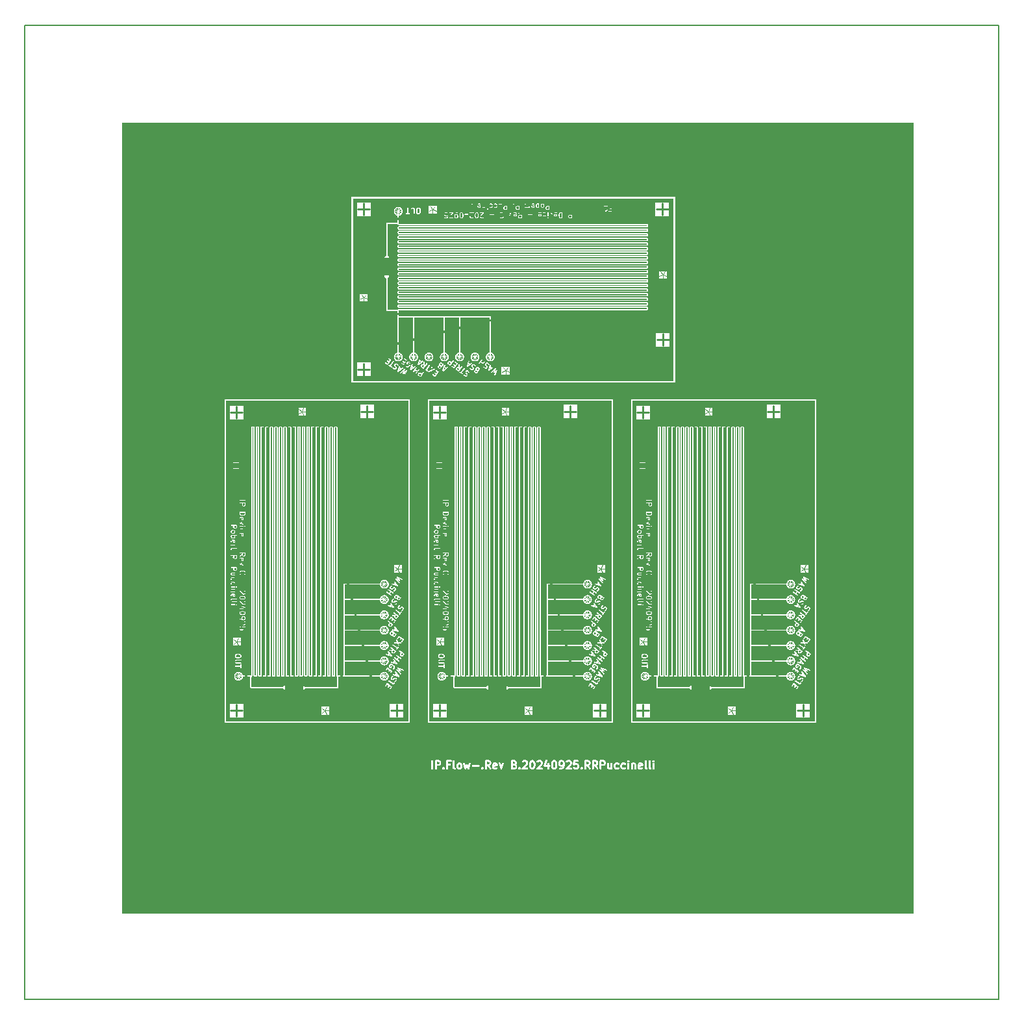
<source format=gbr>
%TF.GenerationSoftware,KiCad,Pcbnew,8.0.4*%
%TF.CreationDate,2024-09-25T16:18:11-07:00*%
%TF.ProjectId,ImmunoprecipitationDevice_RevC,496d6d75-6e6f-4707-9265-636970697461,rev?*%
%TF.SameCoordinates,Original*%
%TF.FileFunction,Copper,L1,Top*%
%TF.FilePolarity,Positive*%
%FSLAX46Y46*%
G04 Gerber Fmt 4.6, Leading zero omitted, Abs format (unit mm)*
G04 Created by KiCad (PCBNEW 8.0.4) date 2024-09-25 16:18:11*
%MOMM*%
%LPD*%
G01*
G04 APERTURE LIST*
%ADD10C,0.100000*%
%ADD11C,0.150000*%
%ADD12C,0.250000*%
%TA.AperFunction,NonConductor*%
%ADD13C,0.100000*%
%TD*%
%TA.AperFunction,NonConductor*%
%ADD14C,0.250000*%
%TD*%
%TA.AperFunction,Profile*%
%ADD15C,0.150000*%
%TD*%
G04 APERTURE END LIST*
D10*
G36*
X28621541Y-77207757D02*
G01*
X28643400Y-77229617D01*
X28667826Y-77278468D01*
X28667826Y-77388196D01*
X28643400Y-77437046D01*
X28621541Y-77458906D01*
X28572691Y-77483332D01*
X28429629Y-77483332D01*
X28380778Y-77458906D01*
X28358918Y-77437047D01*
X28334493Y-77388196D01*
X28334493Y-77278468D01*
X28358918Y-77229616D01*
X28380778Y-77207757D01*
X28429629Y-77183332D01*
X28572691Y-77183332D01*
X28621541Y-77207757D01*
G37*
G36*
X28567041Y-76547173D02*
G01*
X28621542Y-76574424D01*
X28643400Y-76596282D01*
X28667826Y-76645134D01*
X28667826Y-76688195D01*
X28643400Y-76737047D01*
X28621542Y-76758905D01*
X28567041Y-76786156D01*
X28445005Y-76816665D01*
X28290647Y-76816665D01*
X28168611Y-76786156D01*
X28114110Y-76758905D01*
X28092252Y-76737047D01*
X28067826Y-76688194D01*
X28067826Y-76645135D01*
X28092252Y-76596282D01*
X28114110Y-76574424D01*
X28168611Y-76547173D01*
X28290647Y-76516665D01*
X28445005Y-76516665D01*
X28567041Y-76547173D01*
G37*
G36*
X28567041Y-74547172D02*
G01*
X28621542Y-74574423D01*
X28643400Y-74596281D01*
X28667826Y-74645133D01*
X28667826Y-74688194D01*
X28643400Y-74737046D01*
X28621542Y-74758904D01*
X28567041Y-74786155D01*
X28445005Y-74816664D01*
X28290647Y-74816664D01*
X28168611Y-74786155D01*
X28114110Y-74758904D01*
X28092252Y-74737046D01*
X28067826Y-74688193D01*
X28067826Y-74645134D01*
X28092252Y-74596281D01*
X28114110Y-74574423D01*
X28168611Y-74547172D01*
X28290647Y-74516664D01*
X28445005Y-74516664D01*
X28567041Y-74547172D01*
G37*
G36*
X27286932Y-74270599D02*
G01*
X27307533Y-74311800D01*
X27307533Y-74421528D01*
X27286932Y-74462729D01*
X27245731Y-74483331D01*
X27231856Y-74483331D01*
X27185190Y-74249998D01*
X27245731Y-74249998D01*
X27286932Y-74270599D01*
G37*
G36*
X27540866Y-70988196D02*
G01*
X27516440Y-71037048D01*
X27494583Y-71058905D01*
X27445731Y-71083332D01*
X27369336Y-71083332D01*
X27320483Y-71058906D01*
X27298626Y-71037049D01*
X27274200Y-70988196D01*
X27274200Y-70783332D01*
X27540866Y-70783332D01*
X27540866Y-70988196D01*
G37*
G36*
X28413892Y-69570599D02*
G01*
X28434493Y-69611800D01*
X28434493Y-69721528D01*
X28413892Y-69762729D01*
X28372691Y-69783331D01*
X28358816Y-69783331D01*
X28312150Y-69549998D01*
X28372691Y-69549998D01*
X28413892Y-69570599D01*
G37*
G36*
X27540866Y-69421530D02*
G01*
X27516440Y-69470382D01*
X27494583Y-69492239D01*
X27445731Y-69516666D01*
X27369336Y-69516666D01*
X27320483Y-69492240D01*
X27298626Y-69470383D01*
X27274200Y-69421530D01*
X27274200Y-69216666D01*
X27540866Y-69216666D01*
X27540866Y-69421530D01*
G37*
G36*
X28667826Y-69088195D02*
G01*
X28643400Y-69137047D01*
X28621543Y-69158904D01*
X28572691Y-69183331D01*
X28496296Y-69183331D01*
X28447443Y-69158905D01*
X28425586Y-69137048D01*
X28401160Y-69088195D01*
X28401160Y-68883331D01*
X28667826Y-68883331D01*
X28667826Y-69088195D01*
G37*
G36*
X27286932Y-67237268D02*
G01*
X27307533Y-67278469D01*
X27307533Y-67388197D01*
X27286932Y-67429398D01*
X27245731Y-67450000D01*
X27231856Y-67450000D01*
X27185190Y-67216667D01*
X27245731Y-67216667D01*
X27286932Y-67237268D01*
G37*
G36*
X27307533Y-66645136D02*
G01*
X27307533Y-66754864D01*
X27283108Y-66803713D01*
X27261247Y-66825575D01*
X27212397Y-66850001D01*
X27036003Y-66850001D01*
X26987150Y-66825574D01*
X26965292Y-66803716D01*
X26940866Y-66754863D01*
X26940866Y-66645137D01*
X26955101Y-66616667D01*
X27293299Y-66616667D01*
X27307533Y-66645136D01*
G37*
G36*
X28413892Y-66337266D02*
G01*
X28434493Y-66378467D01*
X28434493Y-66488195D01*
X28413892Y-66529396D01*
X28372691Y-66549998D01*
X28358816Y-66549998D01*
X28312150Y-66316665D01*
X28372691Y-66316665D01*
X28413892Y-66337266D01*
G37*
G36*
X27261248Y-65974426D02*
G01*
X27283107Y-65996286D01*
X27307533Y-66045137D01*
X27307533Y-66121531D01*
X27283108Y-66170380D01*
X27261247Y-66192242D01*
X27212397Y-66216668D01*
X27036003Y-66216668D01*
X26987150Y-66192241D01*
X26965292Y-66170383D01*
X26940866Y-66121530D01*
X26940866Y-66045137D01*
X26965291Y-65996286D01*
X26987153Y-65974425D01*
X27036003Y-65950001D01*
X27212397Y-65950001D01*
X27261248Y-65974426D01*
G37*
G36*
X27540866Y-65488198D02*
G01*
X27516440Y-65537050D01*
X27494583Y-65558907D01*
X27445731Y-65583334D01*
X27369336Y-65583334D01*
X27320483Y-65558908D01*
X27298626Y-65537051D01*
X27274200Y-65488198D01*
X27274200Y-65283334D01*
X27540866Y-65283334D01*
X27540866Y-65488198D01*
G37*
G36*
X28413892Y-64270600D02*
G01*
X28434493Y-64311801D01*
X28434493Y-64421529D01*
X28413892Y-64462730D01*
X28372691Y-64483332D01*
X28358816Y-64483332D01*
X28312150Y-64249999D01*
X28372691Y-64249999D01*
X28413892Y-64270600D01*
G37*
G36*
X28667826Y-63691886D02*
G01*
X28640791Y-63772989D01*
X28588208Y-63825573D01*
X28533709Y-63852822D01*
X28411671Y-63883332D01*
X28323980Y-63883332D01*
X28201943Y-63852822D01*
X28147445Y-63825574D01*
X28094861Y-63772989D01*
X28067826Y-63691884D01*
X28067826Y-63583332D01*
X28667826Y-63583332D01*
X28667826Y-63691886D01*
G37*
G36*
X28667826Y-62554863D02*
G01*
X28643400Y-62603715D01*
X28621543Y-62625572D01*
X28572691Y-62649999D01*
X28496296Y-62649999D01*
X28447443Y-62625573D01*
X28425586Y-62603716D01*
X28401160Y-62554863D01*
X28401160Y-62349999D01*
X28667826Y-62349999D01*
X28667826Y-62554863D01*
G37*
G36*
X28878545Y-78994444D02*
G01*
X26763088Y-78994444D01*
X26763088Y-78566666D01*
X27967826Y-78566666D01*
X27967826Y-78733333D01*
X27968787Y-78743088D01*
X27969474Y-78744748D01*
X27969602Y-78746539D01*
X27973105Y-78755694D01*
X28006439Y-78822360D01*
X28009081Y-78826556D01*
X28009586Y-78827776D01*
X28010713Y-78829150D01*
X28011661Y-78830655D01*
X28012657Y-78831518D01*
X28015804Y-78835354D01*
X28049137Y-78868688D01*
X28052972Y-78871835D01*
X28053837Y-78872832D01*
X28055341Y-78873779D01*
X28056715Y-78874906D01*
X28057934Y-78875411D01*
X28062133Y-78878054D01*
X28128800Y-78911388D01*
X28137955Y-78914891D01*
X28139747Y-78915018D01*
X28141405Y-78915705D01*
X28151160Y-78916666D01*
X28317826Y-78916666D01*
X28327581Y-78915705D01*
X28329241Y-78915017D01*
X28331031Y-78914890D01*
X28340186Y-78911387D01*
X28406854Y-78878054D01*
X28411051Y-78875411D01*
X28412272Y-78874906D01*
X28413647Y-78873777D01*
X28415149Y-78872832D01*
X28416012Y-78871836D01*
X28419849Y-78868688D01*
X28453182Y-78835354D01*
X28456325Y-78831522D01*
X28457325Y-78830656D01*
X28458274Y-78829148D01*
X28459400Y-78827776D01*
X28459904Y-78826558D01*
X28462547Y-78822360D01*
X28495881Y-78755694D01*
X28499384Y-78746540D01*
X28499511Y-78744748D01*
X28500199Y-78743088D01*
X28501160Y-78733333D01*
X28501160Y-78566666D01*
X28500199Y-78556911D01*
X28499511Y-78555250D01*
X28499384Y-78553460D01*
X28495881Y-78544305D01*
X28487327Y-78527198D01*
X28667826Y-78545248D01*
X28667826Y-78833333D01*
X28668787Y-78843088D01*
X28676253Y-78861112D01*
X28690047Y-78874906D01*
X28708071Y-78882372D01*
X28727581Y-78882372D01*
X28745605Y-78874906D01*
X28759399Y-78861112D01*
X28766865Y-78843088D01*
X28767826Y-78833333D01*
X28767826Y-78499999D01*
X28767470Y-78496388D01*
X28767592Y-78495172D01*
X28767233Y-78493983D01*
X28766865Y-78490244D01*
X28764066Y-78483487D01*
X28761956Y-78476494D01*
X28760362Y-78474546D01*
X28759399Y-78472220D01*
X28754229Y-78467050D01*
X28749603Y-78461396D01*
X28747385Y-78460206D01*
X28745605Y-78458426D01*
X28738852Y-78455628D01*
X28732412Y-78452174D01*
X28728729Y-78451435D01*
X28727581Y-78450960D01*
X28726357Y-78450960D01*
X28722801Y-78450247D01*
X28389468Y-78416914D01*
X28379666Y-78416900D01*
X28377256Y-78417627D01*
X28374739Y-78417627D01*
X28367987Y-78420423D01*
X28360988Y-78422535D01*
X28359039Y-78424129D01*
X28356715Y-78425092D01*
X28351549Y-78430257D01*
X28345890Y-78434888D01*
X28344699Y-78437107D01*
X28342919Y-78438888D01*
X28340122Y-78445639D01*
X28336668Y-78452080D01*
X28336417Y-78454585D01*
X28335454Y-78456912D01*
X28335454Y-78464221D01*
X28334727Y-78471493D01*
X28335454Y-78473902D01*
X28335454Y-78476420D01*
X28338250Y-78483171D01*
X28340362Y-78490171D01*
X28341956Y-78492119D01*
X28342919Y-78494444D01*
X28349138Y-78502021D01*
X28376733Y-78529616D01*
X28401160Y-78578469D01*
X28401160Y-78721529D01*
X28376734Y-78770380D01*
X28354874Y-78792240D01*
X28306024Y-78816666D01*
X28162963Y-78816666D01*
X28114113Y-78792241D01*
X28092251Y-78770380D01*
X28067826Y-78721529D01*
X28067826Y-78578469D01*
X28092252Y-78529616D01*
X28119848Y-78502021D01*
X28126067Y-78494444D01*
X28133532Y-78476420D01*
X28133532Y-78456912D01*
X28126067Y-78438888D01*
X28112271Y-78425092D01*
X28094247Y-78417627D01*
X28074739Y-78417627D01*
X28056715Y-78425092D01*
X28049138Y-78431311D01*
X28015805Y-78464644D01*
X28012657Y-78468478D01*
X28011661Y-78469343D01*
X28010715Y-78470844D01*
X28009586Y-78472221D01*
X28009079Y-78473443D01*
X28006439Y-78477638D01*
X27973105Y-78544305D01*
X27969602Y-78553460D01*
X27969474Y-78555250D01*
X27968787Y-78556911D01*
X27967826Y-78566666D01*
X26763088Y-78566666D01*
X26763088Y-77766666D01*
X27967826Y-77766666D01*
X27967826Y-78199999D01*
X27968787Y-78209754D01*
X27976253Y-78227778D01*
X27990047Y-78241572D01*
X28008071Y-78249038D01*
X28027581Y-78249038D01*
X28045605Y-78241572D01*
X28059399Y-78227778D01*
X28066865Y-78209754D01*
X28067826Y-78199999D01*
X28067826Y-77887376D01*
X28382470Y-78202021D01*
X28390048Y-78208239D01*
X28391705Y-78208925D01*
X28393064Y-78210104D01*
X28402015Y-78214100D01*
X28502015Y-78247433D01*
X28506850Y-78248532D01*
X28508071Y-78249038D01*
X28509842Y-78249212D01*
X28511573Y-78249606D01*
X28512888Y-78249512D01*
X28517826Y-78249999D01*
X28584493Y-78249999D01*
X28594248Y-78249038D01*
X28595908Y-78248350D01*
X28597698Y-78248223D01*
X28606853Y-78244720D01*
X28673521Y-78211387D01*
X28677718Y-78208744D01*
X28678939Y-78208239D01*
X28680314Y-78207110D01*
X28681816Y-78206165D01*
X28682679Y-78205169D01*
X28686516Y-78202021D01*
X28719849Y-78168687D01*
X28722995Y-78164852D01*
X28723992Y-78163988D01*
X28724939Y-78162483D01*
X28726067Y-78161109D01*
X28726572Y-78159889D01*
X28729214Y-78155693D01*
X28762547Y-78089027D01*
X28766050Y-78079872D01*
X28766177Y-78078081D01*
X28766865Y-78076421D01*
X28767826Y-78066666D01*
X28767826Y-77899999D01*
X28766865Y-77890244D01*
X28766178Y-77888586D01*
X28766051Y-77886794D01*
X28762548Y-77877639D01*
X28729214Y-77810972D01*
X28726573Y-77806777D01*
X28726067Y-77805554D01*
X28724936Y-77804177D01*
X28723992Y-77802676D01*
X28722995Y-77801811D01*
X28719848Y-77797977D01*
X28686515Y-77764644D01*
X28678938Y-77758425D01*
X28660914Y-77750960D01*
X28641406Y-77750960D01*
X28623382Y-77758425D01*
X28609586Y-77772221D01*
X28602121Y-77790245D01*
X28602121Y-77809753D01*
X28609586Y-77827777D01*
X28615805Y-77835354D01*
X28643400Y-77862949D01*
X28667826Y-77911801D01*
X28667826Y-78054863D01*
X28643400Y-78103713D01*
X28621541Y-78125573D01*
X28572691Y-78149999D01*
X28525939Y-78149999D01*
X28444835Y-78122964D01*
X28053181Y-77731311D01*
X28045604Y-77725092D01*
X28035046Y-77720719D01*
X28027581Y-77717627D01*
X28008071Y-77717627D01*
X28000606Y-77720719D01*
X27990048Y-77725092D01*
X27976252Y-77738888D01*
X27971879Y-77749446D01*
X27968787Y-77756911D01*
X27967826Y-77766666D01*
X26763088Y-77766666D01*
X26763088Y-77199999D01*
X27967826Y-77199999D01*
X27967826Y-77333332D01*
X27968787Y-77343087D01*
X27969474Y-77344747D01*
X27969602Y-77346538D01*
X27973105Y-77355693D01*
X28006439Y-77422360D01*
X28009079Y-77426554D01*
X28009586Y-77427777D01*
X28010715Y-77429153D01*
X28011661Y-77430655D01*
X28012657Y-77431519D01*
X28015805Y-77435354D01*
X28049138Y-77468687D01*
X28049162Y-77468707D01*
X28049174Y-77468724D01*
X28053006Y-77471862D01*
X28056715Y-77474906D01*
X28056732Y-77474913D01*
X28056758Y-77474934D01*
X28156758Y-77541601D01*
X28162144Y-77544473D01*
X28163136Y-77545208D01*
X28164306Y-77545626D01*
X28165407Y-77546213D01*
X28166620Y-77546453D01*
X28172366Y-77548506D01*
X28305699Y-77581839D01*
X28307390Y-77582089D01*
X28308071Y-77582371D01*
X28311741Y-77582732D01*
X28315396Y-77583273D01*
X28316125Y-77583164D01*
X28317826Y-77583332D01*
X28584493Y-77583332D01*
X28594248Y-77582371D01*
X28595908Y-77581683D01*
X28597698Y-77581556D01*
X28606853Y-77578053D01*
X28673521Y-77544720D01*
X28677718Y-77542077D01*
X28678939Y-77541572D01*
X28680314Y-77540443D01*
X28681816Y-77539498D01*
X28682679Y-77538502D01*
X28686516Y-77535354D01*
X28719849Y-77502020D01*
X28722995Y-77498185D01*
X28723992Y-77497321D01*
X28724939Y-77495816D01*
X28726067Y-77494442D01*
X28726572Y-77493222D01*
X28729214Y-77489026D01*
X28762547Y-77422360D01*
X28766050Y-77413205D01*
X28766177Y-77411414D01*
X28766865Y-77409754D01*
X28767826Y-77399999D01*
X28767826Y-77266665D01*
X28766865Y-77256910D01*
X28766177Y-77255249D01*
X28766050Y-77253459D01*
X28762547Y-77244304D01*
X28729214Y-77177638D01*
X28726572Y-77173441D01*
X28726067Y-77172222D01*
X28724939Y-77170847D01*
X28723992Y-77169343D01*
X28722995Y-77168478D01*
X28719849Y-77164644D01*
X28686516Y-77131310D01*
X28682679Y-77128161D01*
X28681816Y-77127166D01*
X28680314Y-77126220D01*
X28678939Y-77125092D01*
X28677718Y-77124586D01*
X28673521Y-77121944D01*
X28606853Y-77088611D01*
X28597698Y-77085108D01*
X28595908Y-77084980D01*
X28594248Y-77084293D01*
X28584493Y-77083332D01*
X28417826Y-77083332D01*
X28408071Y-77084293D01*
X28406410Y-77084980D01*
X28404620Y-77085108D01*
X28395465Y-77088611D01*
X28328799Y-77121944D01*
X28324599Y-77124587D01*
X28323382Y-77125092D01*
X28322009Y-77126218D01*
X28320504Y-77127166D01*
X28319639Y-77128162D01*
X28315804Y-77131310D01*
X28282471Y-77164644D01*
X28279323Y-77168478D01*
X28278327Y-77169343D01*
X28277381Y-77170844D01*
X28276252Y-77172221D01*
X28275745Y-77173443D01*
X28273105Y-77177638D01*
X28239772Y-77244304D01*
X28236269Y-77253459D01*
X28236141Y-77255249D01*
X28235454Y-77256910D01*
X28234493Y-77266665D01*
X28234493Y-77399999D01*
X28235454Y-77409754D01*
X28236141Y-77411414D01*
X28236269Y-77413205D01*
X28239772Y-77422360D01*
X28262583Y-77467982D01*
X28205023Y-77453592D01*
X28116346Y-77394475D01*
X28092252Y-77370381D01*
X28067826Y-77321528D01*
X28067826Y-77199999D01*
X28066865Y-77190244D01*
X28059399Y-77172220D01*
X28045605Y-77158426D01*
X28027581Y-77150960D01*
X28008071Y-77150960D01*
X27990047Y-77158426D01*
X27976253Y-77172220D01*
X27968787Y-77190244D01*
X27967826Y-77199999D01*
X26763088Y-77199999D01*
X26763088Y-76633332D01*
X27967826Y-76633332D01*
X27967826Y-76699998D01*
X27968787Y-76709753D01*
X27969474Y-76711413D01*
X27969602Y-76713204D01*
X27973105Y-76722359D01*
X28006439Y-76789026D01*
X28009079Y-76793220D01*
X28009586Y-76794443D01*
X28010715Y-76795819D01*
X28011661Y-76797321D01*
X28012657Y-76798185D01*
X28015805Y-76802020D01*
X28049138Y-76835353D01*
X28052972Y-76838500D01*
X28053837Y-76839497D01*
X28055338Y-76840442D01*
X28056715Y-76841572D01*
X28057937Y-76842078D01*
X28062132Y-76844719D01*
X28128799Y-76878053D01*
X28129513Y-76878326D01*
X28129803Y-76878541D01*
X28133904Y-76880006D01*
X28137954Y-76881556D01*
X28138312Y-76881581D01*
X28139033Y-76881839D01*
X28272366Y-76915172D01*
X28274057Y-76915422D01*
X28274738Y-76915704D01*
X28278408Y-76916065D01*
X28282063Y-76916606D01*
X28282792Y-76916497D01*
X28284493Y-76916665D01*
X28451160Y-76916665D01*
X28452860Y-76916497D01*
X28453590Y-76916606D01*
X28457244Y-76916065D01*
X28460915Y-76915704D01*
X28461595Y-76915422D01*
X28463287Y-76915172D01*
X28596619Y-76881839D01*
X28597339Y-76881581D01*
X28597699Y-76881556D01*
X28601755Y-76880003D01*
X28605850Y-76878541D01*
X28606139Y-76878326D01*
X28606854Y-76878053D01*
X28673521Y-76844719D01*
X28677715Y-76842078D01*
X28678938Y-76841572D01*
X28680314Y-76840442D01*
X28681816Y-76839497D01*
X28682680Y-76838500D01*
X28686515Y-76835353D01*
X28719848Y-76802020D01*
X28722995Y-76798185D01*
X28723992Y-76797321D01*
X28724936Y-76795819D01*
X28726067Y-76794443D01*
X28726573Y-76793219D01*
X28729214Y-76789025D01*
X28762548Y-76722358D01*
X28766051Y-76713203D01*
X28766178Y-76711410D01*
X28766865Y-76709753D01*
X28767826Y-76699998D01*
X28767826Y-76633332D01*
X28766865Y-76623577D01*
X28766178Y-76621919D01*
X28766051Y-76620127D01*
X28762548Y-76610972D01*
X28729214Y-76544305D01*
X28726573Y-76540110D01*
X28726067Y-76538887D01*
X28724936Y-76537510D01*
X28723992Y-76536009D01*
X28722995Y-76535144D01*
X28719848Y-76531310D01*
X28686515Y-76497977D01*
X28682680Y-76494829D01*
X28681816Y-76493833D01*
X28680314Y-76492887D01*
X28678938Y-76491758D01*
X28677715Y-76491251D01*
X28673521Y-76488611D01*
X28606854Y-76455277D01*
X28606139Y-76455003D01*
X28605850Y-76454789D01*
X28601755Y-76453326D01*
X28597699Y-76451774D01*
X28597339Y-76451748D01*
X28596619Y-76451491D01*
X28463287Y-76418158D01*
X28461595Y-76417907D01*
X28460915Y-76417626D01*
X28457244Y-76417264D01*
X28453590Y-76416724D01*
X28452860Y-76416832D01*
X28451160Y-76416665D01*
X28284493Y-76416665D01*
X28282792Y-76416832D01*
X28282063Y-76416724D01*
X28278408Y-76417264D01*
X28274738Y-76417626D01*
X28274057Y-76417907D01*
X28272366Y-76418158D01*
X28139033Y-76451491D01*
X28138312Y-76451748D01*
X28137954Y-76451774D01*
X28133904Y-76453323D01*
X28129803Y-76454789D01*
X28129513Y-76455003D01*
X28128799Y-76455277D01*
X28062132Y-76488611D01*
X28057937Y-76491251D01*
X28056715Y-76491758D01*
X28055338Y-76492887D01*
X28053837Y-76493833D01*
X28052972Y-76494829D01*
X28049138Y-76497977D01*
X28015805Y-76531310D01*
X28012657Y-76535144D01*
X28011661Y-76536009D01*
X28010715Y-76537510D01*
X28009586Y-76538887D01*
X28009079Y-76540109D01*
X28006439Y-76544304D01*
X27973105Y-76610971D01*
X27969602Y-76620126D01*
X27969474Y-76621916D01*
X27968787Y-76623577D01*
X27967826Y-76633332D01*
X26763088Y-76633332D01*
X26763088Y-76123576D01*
X27968787Y-76123576D01*
X27968787Y-76143086D01*
X27976253Y-76161110D01*
X27990047Y-76174904D01*
X28008071Y-76182370D01*
X28017826Y-76183331D01*
X28201160Y-76183331D01*
X28201160Y-76233331D01*
X28202121Y-76243086D01*
X28209587Y-76261110D01*
X28223381Y-76274904D01*
X28241405Y-76282370D01*
X28260915Y-76282370D01*
X28278939Y-76274904D01*
X28292733Y-76261110D01*
X28300199Y-76243086D01*
X28301160Y-76233331D01*
X28301160Y-76183331D01*
X28484493Y-76183331D01*
X28494248Y-76182370D01*
X28512272Y-76174904D01*
X28526066Y-76161110D01*
X28533532Y-76143086D01*
X28533532Y-76123576D01*
X28526066Y-76105552D01*
X28512272Y-76091758D01*
X28494248Y-76084292D01*
X28484493Y-76083331D01*
X28301160Y-76083331D01*
X28301160Y-75869369D01*
X28735348Y-76014099D01*
X28744907Y-76016272D01*
X28764367Y-76014889D01*
X28781815Y-76006165D01*
X28794597Y-75991427D01*
X28800767Y-75972918D01*
X28799384Y-75953458D01*
X28790660Y-75936010D01*
X28775922Y-75923227D01*
X28766971Y-75919231D01*
X28266971Y-75752564D01*
X28262135Y-75751464D01*
X28260915Y-75750959D01*
X28259911Y-75750959D01*
X28257413Y-75750391D01*
X28249421Y-75750959D01*
X28241405Y-75750959D01*
X28239744Y-75751646D01*
X28237953Y-75751774D01*
X28230784Y-75755358D01*
X28223381Y-75758425D01*
X28222111Y-75759695D01*
X28220505Y-75760498D01*
X28215254Y-75766551D01*
X28209587Y-75772219D01*
X28208899Y-75773878D01*
X28207722Y-75775236D01*
X28205188Y-75782838D01*
X28202121Y-75790243D01*
X28201869Y-75792795D01*
X28201553Y-75793745D01*
X28201646Y-75795060D01*
X28201160Y-75799998D01*
X28201160Y-76083331D01*
X28017826Y-76083331D01*
X28008071Y-76084292D01*
X27990047Y-76091758D01*
X27976253Y-76105552D01*
X27968787Y-76123576D01*
X26763088Y-76123576D01*
X26763088Y-75556910D01*
X26841827Y-75556910D01*
X26841827Y-75576420D01*
X26849293Y-75594444D01*
X26863087Y-75608238D01*
X26881111Y-75615704D01*
X26890866Y-75616665D01*
X27357533Y-75616665D01*
X27367288Y-75615704D01*
X27385312Y-75608238D01*
X27399106Y-75594444D01*
X27406572Y-75576420D01*
X27406572Y-75556911D01*
X27475161Y-75556911D01*
X27475161Y-75576419D01*
X27482626Y-75594443D01*
X27482630Y-75594447D01*
X27488844Y-75602020D01*
X27522177Y-75635354D01*
X27529754Y-75641571D01*
X27529756Y-75641573D01*
X27540314Y-75645945D01*
X27547779Y-75649038D01*
X27567286Y-75649039D01*
X27585311Y-75641573D01*
X27585312Y-75641572D01*
X27592889Y-75635354D01*
X27626222Y-75602020D01*
X27632435Y-75594447D01*
X27632440Y-75594443D01*
X27637205Y-75582938D01*
X27639906Y-75576418D01*
X27639905Y-75556910D01*
X27633552Y-75541572D01*
X27632440Y-75538887D01*
X27626221Y-75531310D01*
X27592888Y-75497977D01*
X27585311Y-75491758D01*
X27567287Y-75484293D01*
X27547779Y-75484293D01*
X27529755Y-75491758D01*
X27522178Y-75497977D01*
X27488845Y-75531310D01*
X27482626Y-75538887D01*
X27475161Y-75556911D01*
X27406572Y-75556911D01*
X27406572Y-75556910D01*
X27399106Y-75538886D01*
X27385312Y-75525092D01*
X27367288Y-75517626D01*
X27357533Y-75516665D01*
X26890866Y-75516665D01*
X26881111Y-75517626D01*
X26863087Y-75525092D01*
X26849293Y-75538886D01*
X26841827Y-75556910D01*
X26763088Y-75556910D01*
X26763088Y-75306252D01*
X26841259Y-75306252D01*
X26847427Y-75324758D01*
X26860209Y-75339497D01*
X26877660Y-75348222D01*
X26897120Y-75349605D01*
X26915626Y-75343437D01*
X26930365Y-75330655D01*
X26935587Y-75322359D01*
X26961467Y-75270599D01*
X27002669Y-75249998D01*
X27590866Y-75249998D01*
X27600621Y-75249037D01*
X27618645Y-75241571D01*
X27632439Y-75227777D01*
X27639905Y-75209753D01*
X27639905Y-75190243D01*
X27632439Y-75172219D01*
X27618645Y-75158425D01*
X27600621Y-75150959D01*
X27590866Y-75149998D01*
X26990866Y-75149998D01*
X26981111Y-75150959D01*
X26979450Y-75151646D01*
X26977659Y-75151774D01*
X26968505Y-75155277D01*
X26901839Y-75188611D01*
X26900206Y-75189638D01*
X26899440Y-75189894D01*
X26898484Y-75190722D01*
X26893543Y-75193833D01*
X26889432Y-75198572D01*
X26884701Y-75202676D01*
X26881593Y-75207611D01*
X26880761Y-75208572D01*
X26880504Y-75209342D01*
X26879479Y-75210971D01*
X26846145Y-75277637D01*
X26842642Y-75286792D01*
X26841259Y-75306252D01*
X26763088Y-75306252D01*
X26763088Y-75099998D01*
X27967826Y-75099998D01*
X27967826Y-75533331D01*
X27968787Y-75543086D01*
X27976253Y-75561110D01*
X27990047Y-75574904D01*
X28008071Y-75582370D01*
X28027581Y-75582370D01*
X28045605Y-75574904D01*
X28059399Y-75561110D01*
X28066865Y-75543086D01*
X28067826Y-75533331D01*
X28067826Y-75220708D01*
X28382470Y-75535353D01*
X28390048Y-75541571D01*
X28391705Y-75542257D01*
X28393064Y-75543436D01*
X28402015Y-75547432D01*
X28502015Y-75580765D01*
X28506850Y-75581864D01*
X28508071Y-75582370D01*
X28509842Y-75582544D01*
X28511573Y-75582938D01*
X28512888Y-75582844D01*
X28517826Y-75583331D01*
X28584493Y-75583331D01*
X28594248Y-75582370D01*
X28595908Y-75581682D01*
X28597698Y-75581555D01*
X28606853Y-75578052D01*
X28673521Y-75544719D01*
X28677718Y-75542076D01*
X28678939Y-75541571D01*
X28680314Y-75540442D01*
X28681816Y-75539497D01*
X28682679Y-75538501D01*
X28686516Y-75535353D01*
X28719849Y-75502019D01*
X28722995Y-75498184D01*
X28723992Y-75497320D01*
X28724939Y-75495815D01*
X28726067Y-75494441D01*
X28726572Y-75493221D01*
X28729214Y-75489025D01*
X28762547Y-75422359D01*
X28766050Y-75413204D01*
X28766177Y-75411413D01*
X28766865Y-75409753D01*
X28767826Y-75399998D01*
X28767826Y-75233331D01*
X28766865Y-75223576D01*
X28766178Y-75221918D01*
X28766051Y-75220126D01*
X28762548Y-75210971D01*
X28729214Y-75144304D01*
X28726573Y-75140109D01*
X28726067Y-75138886D01*
X28724936Y-75137509D01*
X28723992Y-75136008D01*
X28722995Y-75135143D01*
X28719848Y-75131309D01*
X28686515Y-75097976D01*
X28678938Y-75091757D01*
X28660914Y-75084292D01*
X28641406Y-75084292D01*
X28623382Y-75091757D01*
X28609586Y-75105553D01*
X28602121Y-75123577D01*
X28602121Y-75143085D01*
X28609586Y-75161109D01*
X28615805Y-75168686D01*
X28643400Y-75196281D01*
X28667826Y-75245133D01*
X28667826Y-75388195D01*
X28643400Y-75437045D01*
X28621541Y-75458905D01*
X28572691Y-75483331D01*
X28525939Y-75483331D01*
X28444835Y-75456296D01*
X28053181Y-75064643D01*
X28045604Y-75058424D01*
X28035046Y-75054051D01*
X28027581Y-75050959D01*
X28008071Y-75050959D01*
X28000606Y-75054051D01*
X27990048Y-75058424D01*
X27976252Y-75072220D01*
X27971879Y-75082778D01*
X27968787Y-75090243D01*
X27967826Y-75099998D01*
X26763088Y-75099998D01*
X26763088Y-74939585D01*
X26841259Y-74939585D01*
X26847427Y-74958091D01*
X26860209Y-74972830D01*
X26877660Y-74981555D01*
X26897120Y-74982938D01*
X26915626Y-74976770D01*
X26930365Y-74963988D01*
X26935587Y-74955692D01*
X26961467Y-74903932D01*
X27002669Y-74883331D01*
X27590866Y-74883331D01*
X27600621Y-74882370D01*
X27618645Y-74874904D01*
X27632439Y-74861110D01*
X27639905Y-74843086D01*
X27639905Y-74823576D01*
X27632439Y-74805552D01*
X27618645Y-74791758D01*
X27600621Y-74784292D01*
X27590866Y-74783331D01*
X26990866Y-74783331D01*
X26981111Y-74784292D01*
X26979450Y-74784979D01*
X26977659Y-74785107D01*
X26968505Y-74788610D01*
X26901839Y-74821944D01*
X26900206Y-74822971D01*
X26899440Y-74823227D01*
X26898484Y-74824055D01*
X26893543Y-74827166D01*
X26889432Y-74831905D01*
X26884701Y-74836009D01*
X26881593Y-74840944D01*
X26880761Y-74841905D01*
X26880504Y-74842675D01*
X26879479Y-74844304D01*
X26846145Y-74910970D01*
X26842642Y-74920125D01*
X26841259Y-74939585D01*
X26763088Y-74939585D01*
X26763088Y-74633331D01*
X27967826Y-74633331D01*
X27967826Y-74699997D01*
X27968787Y-74709752D01*
X27969474Y-74711412D01*
X27969602Y-74713203D01*
X27973105Y-74722358D01*
X28006439Y-74789025D01*
X28009079Y-74793219D01*
X28009586Y-74794442D01*
X28010715Y-74795818D01*
X28011661Y-74797320D01*
X28012657Y-74798184D01*
X28015805Y-74802019D01*
X28049138Y-74835352D01*
X28052972Y-74838499D01*
X28053837Y-74839496D01*
X28055338Y-74840441D01*
X28056715Y-74841571D01*
X28057937Y-74842077D01*
X28062132Y-74844718D01*
X28128799Y-74878052D01*
X28129513Y-74878325D01*
X28129803Y-74878540D01*
X28133904Y-74880005D01*
X28137954Y-74881555D01*
X28138312Y-74881580D01*
X28139033Y-74881838D01*
X28272366Y-74915171D01*
X28274057Y-74915421D01*
X28274738Y-74915703D01*
X28278408Y-74916064D01*
X28282063Y-74916605D01*
X28282792Y-74916496D01*
X28284493Y-74916664D01*
X28451160Y-74916664D01*
X28452860Y-74916496D01*
X28453590Y-74916605D01*
X28457244Y-74916064D01*
X28460915Y-74915703D01*
X28461595Y-74915421D01*
X28463287Y-74915171D01*
X28596619Y-74881838D01*
X28597339Y-74881580D01*
X28597699Y-74881555D01*
X28601755Y-74880002D01*
X28605850Y-74878540D01*
X28606139Y-74878325D01*
X28606854Y-74878052D01*
X28673521Y-74844718D01*
X28677715Y-74842077D01*
X28678938Y-74841571D01*
X28680314Y-74840441D01*
X28681816Y-74839496D01*
X28682680Y-74838499D01*
X28686515Y-74835352D01*
X28719848Y-74802019D01*
X28722995Y-74798184D01*
X28723992Y-74797320D01*
X28724936Y-74795818D01*
X28726067Y-74794442D01*
X28726573Y-74793218D01*
X28729214Y-74789024D01*
X28762548Y-74722357D01*
X28766051Y-74713202D01*
X28766178Y-74711409D01*
X28766865Y-74709752D01*
X28767826Y-74699997D01*
X28767826Y-74633331D01*
X28766865Y-74623576D01*
X28766178Y-74621918D01*
X28766051Y-74620126D01*
X28762548Y-74610971D01*
X28729214Y-74544304D01*
X28726573Y-74540109D01*
X28726067Y-74538886D01*
X28724936Y-74537509D01*
X28723992Y-74536008D01*
X28722995Y-74535143D01*
X28719848Y-74531309D01*
X28686515Y-74497976D01*
X28682680Y-74494828D01*
X28681816Y-74493832D01*
X28680314Y-74492886D01*
X28678938Y-74491757D01*
X28677715Y-74491250D01*
X28673521Y-74488610D01*
X28606854Y-74455276D01*
X28606139Y-74455002D01*
X28605850Y-74454788D01*
X28601755Y-74453325D01*
X28597699Y-74451773D01*
X28597339Y-74451747D01*
X28596619Y-74451490D01*
X28463287Y-74418157D01*
X28461595Y-74417906D01*
X28460915Y-74417625D01*
X28457244Y-74417263D01*
X28453590Y-74416723D01*
X28452860Y-74416831D01*
X28451160Y-74416664D01*
X28284493Y-74416664D01*
X28282792Y-74416831D01*
X28282063Y-74416723D01*
X28278408Y-74417263D01*
X28274738Y-74417625D01*
X28274057Y-74417906D01*
X28272366Y-74418157D01*
X28139033Y-74451490D01*
X28138312Y-74451747D01*
X28137954Y-74451773D01*
X28133904Y-74453322D01*
X28129803Y-74454788D01*
X28129513Y-74455002D01*
X28128799Y-74455276D01*
X28062132Y-74488610D01*
X28057937Y-74491250D01*
X28056715Y-74491757D01*
X28055338Y-74492886D01*
X28053837Y-74493832D01*
X28052972Y-74494828D01*
X28049138Y-74497976D01*
X28015805Y-74531309D01*
X28012657Y-74535143D01*
X28011661Y-74536008D01*
X28010715Y-74537509D01*
X28009586Y-74538886D01*
X28009079Y-74540108D01*
X28006439Y-74544303D01*
X27973105Y-74610970D01*
X27969602Y-74620125D01*
X27969474Y-74621915D01*
X27968787Y-74623576D01*
X27967826Y-74633331D01*
X26763088Y-74633331D01*
X26763088Y-74299998D01*
X26840866Y-74299998D01*
X26840866Y-74433331D01*
X26841827Y-74443086D01*
X26842514Y-74444746D01*
X26842642Y-74446537D01*
X26846145Y-74455692D01*
X26879479Y-74522359D01*
X26884701Y-74530654D01*
X26899439Y-74543436D01*
X26917946Y-74549605D01*
X26937406Y-74548222D01*
X26954856Y-74539497D01*
X26967638Y-74524758D01*
X26973807Y-74506252D01*
X26972424Y-74486792D01*
X26968921Y-74477637D01*
X26940866Y-74421527D01*
X26940866Y-74311801D01*
X26961467Y-74270598D01*
X27002669Y-74249998D01*
X27083210Y-74249998D01*
X27141837Y-74543137D01*
X27144692Y-74552514D01*
X27147418Y-74556585D01*
X27149293Y-74561110D01*
X27152793Y-74564610D01*
X27155548Y-74568723D01*
X27159622Y-74571439D01*
X27163087Y-74574904D01*
X27167661Y-74576798D01*
X27171779Y-74579544D01*
X27176583Y-74580494D01*
X27181111Y-74582370D01*
X27190866Y-74583331D01*
X27190918Y-74583331D01*
X27257533Y-74583331D01*
X27267288Y-74582370D01*
X27268948Y-74581682D01*
X27270738Y-74581555D01*
X27279893Y-74578052D01*
X27346561Y-74544719D01*
X27348191Y-74543692D01*
X27348961Y-74543436D01*
X27349919Y-74542604D01*
X27354856Y-74539497D01*
X27358963Y-74534761D01*
X27363699Y-74530654D01*
X27366805Y-74525719D01*
X27367638Y-74524759D01*
X27367895Y-74523987D01*
X27368921Y-74522358D01*
X27402255Y-74455691D01*
X27405758Y-74446536D01*
X27405885Y-74444743D01*
X27406572Y-74443086D01*
X27407533Y-74433331D01*
X27407533Y-74299998D01*
X27406572Y-74290243D01*
X27405885Y-74288585D01*
X27405758Y-74286793D01*
X27402255Y-74277638D01*
X27368921Y-74210971D01*
X27367895Y-74209341D01*
X27367638Y-74208570D01*
X27366805Y-74207609D01*
X27363699Y-74202675D01*
X27358963Y-74198567D01*
X27354856Y-74193832D01*
X27349919Y-74190724D01*
X27348961Y-74189893D01*
X27348191Y-74189636D01*
X27346561Y-74188610D01*
X27279893Y-74155277D01*
X27270738Y-74151774D01*
X27268948Y-74151646D01*
X27267288Y-74150959D01*
X27257533Y-74149998D01*
X26990866Y-74149998D01*
X26981111Y-74150959D01*
X26979450Y-74151646D01*
X26977660Y-74151774D01*
X26968505Y-74155277D01*
X26901839Y-74188610D01*
X26900208Y-74189636D01*
X26899439Y-74189893D01*
X26898480Y-74190724D01*
X26893544Y-74193832D01*
X26889436Y-74198567D01*
X26884701Y-74202675D01*
X26881593Y-74207611D01*
X26880762Y-74208570D01*
X26880505Y-74209339D01*
X26879479Y-74210970D01*
X26846145Y-74277637D01*
X26842642Y-74286792D01*
X26842514Y-74288582D01*
X26841827Y-74290243D01*
X26840866Y-74299998D01*
X26763088Y-74299998D01*
X26763088Y-73590243D01*
X26841827Y-73590243D01*
X26841827Y-73609753D01*
X26849293Y-73627777D01*
X26863087Y-73641571D01*
X26881111Y-73649037D01*
X26890866Y-73649998D01*
X27270156Y-73649998D01*
X27283107Y-73662950D01*
X27307533Y-73711801D01*
X27307533Y-73788195D01*
X27286932Y-73829396D01*
X27245731Y-73849998D01*
X26890866Y-73849998D01*
X26881111Y-73850959D01*
X26863087Y-73858425D01*
X26849293Y-73872219D01*
X26841827Y-73890243D01*
X26841827Y-73909753D01*
X26849293Y-73927777D01*
X26863087Y-73941571D01*
X26881111Y-73949037D01*
X26890866Y-73949998D01*
X27257533Y-73949998D01*
X27267288Y-73949037D01*
X27268948Y-73948349D01*
X27270738Y-73948222D01*
X27279893Y-73944719D01*
X27346561Y-73911386D01*
X27348191Y-73910359D01*
X27348961Y-73910103D01*
X27349919Y-73909271D01*
X27354856Y-73906164D01*
X27358963Y-73901428D01*
X27363699Y-73897321D01*
X27366805Y-73892386D01*
X27367638Y-73891426D01*
X27367895Y-73890654D01*
X27368921Y-73889025D01*
X27402255Y-73822358D01*
X27405758Y-73813203D01*
X27405885Y-73811410D01*
X27406572Y-73809753D01*
X27407533Y-73799998D01*
X27407533Y-73766664D01*
X27967826Y-73766664D01*
X27967826Y-74199997D01*
X27968787Y-74209752D01*
X27976253Y-74227776D01*
X27990047Y-74241570D01*
X28008071Y-74249036D01*
X28027581Y-74249036D01*
X28045605Y-74241570D01*
X28059399Y-74227776D01*
X28066865Y-74209752D01*
X28067826Y-74199997D01*
X28067826Y-73887374D01*
X28382470Y-74202019D01*
X28390048Y-74208237D01*
X28391705Y-74208923D01*
X28393064Y-74210102D01*
X28402015Y-74214098D01*
X28502015Y-74247431D01*
X28506850Y-74248530D01*
X28508071Y-74249036D01*
X28509842Y-74249210D01*
X28511573Y-74249604D01*
X28512888Y-74249510D01*
X28517826Y-74249997D01*
X28584493Y-74249997D01*
X28594248Y-74249036D01*
X28595908Y-74248348D01*
X28597698Y-74248221D01*
X28606853Y-74244718D01*
X28673521Y-74211385D01*
X28677718Y-74208742D01*
X28678939Y-74208237D01*
X28680314Y-74207108D01*
X28681816Y-74206163D01*
X28682679Y-74205167D01*
X28686516Y-74202019D01*
X28719849Y-74168685D01*
X28722995Y-74164850D01*
X28723992Y-74163986D01*
X28724939Y-74162481D01*
X28726067Y-74161107D01*
X28726572Y-74159887D01*
X28729214Y-74155691D01*
X28762547Y-74089025D01*
X28766050Y-74079870D01*
X28766177Y-74078079D01*
X28766865Y-74076419D01*
X28767826Y-74066664D01*
X28767826Y-73899997D01*
X28766865Y-73890242D01*
X28766178Y-73888584D01*
X28766051Y-73886792D01*
X28762548Y-73877637D01*
X28729214Y-73810970D01*
X28726573Y-73806775D01*
X28726067Y-73805552D01*
X28724936Y-73804175D01*
X28723992Y-73802674D01*
X28722995Y-73801809D01*
X28719848Y-73797975D01*
X28686515Y-73764642D01*
X28678938Y-73758423D01*
X28660914Y-73750958D01*
X28641406Y-73750958D01*
X28623382Y-73758423D01*
X28609586Y-73772219D01*
X28602121Y-73790243D01*
X28602121Y-73809751D01*
X28609586Y-73827775D01*
X28615805Y-73835352D01*
X28643400Y-73862947D01*
X28667826Y-73911799D01*
X28667826Y-74054861D01*
X28643400Y-74103711D01*
X28621541Y-74125571D01*
X28572691Y-74149997D01*
X28525939Y-74149997D01*
X28444835Y-74122962D01*
X28053181Y-73731309D01*
X28045604Y-73725090D01*
X28035046Y-73720717D01*
X28027581Y-73717625D01*
X28008071Y-73717625D01*
X28000606Y-73720717D01*
X27990048Y-73725090D01*
X27976252Y-73738886D01*
X27975999Y-73739497D01*
X27968787Y-73756909D01*
X27967826Y-73766664D01*
X27407533Y-73766664D01*
X27407533Y-73699998D01*
X27406572Y-73690243D01*
X27405884Y-73688582D01*
X27405757Y-73686792D01*
X27402254Y-73677637D01*
X27384408Y-73641945D01*
X27385312Y-73641571D01*
X27399106Y-73627777D01*
X27406572Y-73609753D01*
X27406572Y-73590243D01*
X27399106Y-73572219D01*
X27385312Y-73558425D01*
X27367288Y-73550959D01*
X27357533Y-73549998D01*
X26890866Y-73549998D01*
X26881111Y-73550959D01*
X26863087Y-73558425D01*
X26849293Y-73572219D01*
X26841827Y-73590243D01*
X26763088Y-73590243D01*
X26763088Y-73256910D01*
X26841827Y-73256910D01*
X26841827Y-73276420D01*
X26849293Y-73294444D01*
X26863087Y-73308238D01*
X26881111Y-73315704D01*
X26890866Y-73316665D01*
X27357533Y-73316665D01*
X27367288Y-73315704D01*
X27385312Y-73308238D01*
X27399106Y-73294444D01*
X27406572Y-73276420D01*
X27406572Y-73256911D01*
X27475161Y-73256911D01*
X27475161Y-73276419D01*
X27482626Y-73294443D01*
X27482630Y-73294447D01*
X27488844Y-73302020D01*
X27522177Y-73335354D01*
X27529754Y-73341571D01*
X27529756Y-73341573D01*
X27540314Y-73345945D01*
X27547779Y-73349038D01*
X27567286Y-73349039D01*
X27585311Y-73341573D01*
X27585312Y-73341572D01*
X27592889Y-73335354D01*
X27626222Y-73302020D01*
X27632435Y-73294447D01*
X27632440Y-73294443D01*
X27639905Y-73276420D01*
X27639906Y-73276418D01*
X27639905Y-73256910D01*
X27634179Y-73243086D01*
X27632440Y-73238887D01*
X27626221Y-73231310D01*
X27592888Y-73197977D01*
X27585311Y-73191758D01*
X27567287Y-73184293D01*
X27547779Y-73184293D01*
X27529755Y-73191758D01*
X27522178Y-73197977D01*
X27488845Y-73231310D01*
X27482626Y-73238887D01*
X27475161Y-73256911D01*
X27406572Y-73256911D01*
X27406572Y-73256910D01*
X27399106Y-73238886D01*
X27385312Y-73225092D01*
X27367288Y-73217626D01*
X27357533Y-73216665D01*
X26890866Y-73216665D01*
X26881111Y-73217626D01*
X26863087Y-73225092D01*
X26849293Y-73238886D01*
X26841827Y-73256910D01*
X26763088Y-73256910D01*
X26763088Y-72766665D01*
X26840866Y-72766665D01*
X26840866Y-72899999D01*
X26841827Y-72909754D01*
X26842514Y-72911414D01*
X26842642Y-72913205D01*
X26846145Y-72922360D01*
X26879479Y-72989026D01*
X26884701Y-72997321D01*
X26899440Y-73010103D01*
X26917946Y-73016272D01*
X26937406Y-73014889D01*
X26954856Y-73006164D01*
X26967638Y-72991425D01*
X26973807Y-72972918D01*
X26972424Y-72953458D01*
X26968921Y-72944304D01*
X26940866Y-72888195D01*
X26940866Y-72778468D01*
X26965291Y-72729617D01*
X26987153Y-72707756D01*
X27036003Y-72683332D01*
X27212397Y-72683332D01*
X27261248Y-72707757D01*
X27283107Y-72729617D01*
X27307533Y-72778468D01*
X27307533Y-72888196D01*
X27279479Y-72944304D01*
X27275976Y-72953459D01*
X27274593Y-72972919D01*
X27280762Y-72991426D01*
X27293544Y-73006164D01*
X27310994Y-73014889D01*
X27330454Y-73016272D01*
X27348961Y-73010103D01*
X27363699Y-72997321D01*
X27368921Y-72989026D01*
X27402254Y-72922360D01*
X27405757Y-72913205D01*
X27405884Y-72911414D01*
X27406572Y-72909754D01*
X27407533Y-72899999D01*
X27407533Y-72766665D01*
X27406572Y-72756910D01*
X27405884Y-72755249D01*
X27405757Y-72753459D01*
X27402254Y-72744304D01*
X27368921Y-72677638D01*
X27366277Y-72673438D01*
X27365773Y-72672221D01*
X27364646Y-72670848D01*
X27363699Y-72669343D01*
X27362702Y-72668478D01*
X27359555Y-72664643D01*
X27326221Y-72631310D01*
X27322386Y-72628162D01*
X27321522Y-72627166D01*
X27320020Y-72626220D01*
X27318644Y-72625091D01*
X27317421Y-72624584D01*
X27313227Y-72621944D01*
X27246561Y-72588611D01*
X27237406Y-72585108D01*
X27235615Y-72584980D01*
X27233955Y-72584293D01*
X27224200Y-72583332D01*
X27024200Y-72583332D01*
X27014445Y-72584293D01*
X27012787Y-72584979D01*
X27010995Y-72585107D01*
X27001840Y-72588610D01*
X26935173Y-72621944D01*
X26930974Y-72624586D01*
X26929755Y-72625092D01*
X26928381Y-72626218D01*
X26926877Y-72627166D01*
X26926012Y-72628162D01*
X26922177Y-72631310D01*
X26888844Y-72664644D01*
X26885697Y-72668479D01*
X26884701Y-72669343D01*
X26883753Y-72670847D01*
X26882626Y-72672222D01*
X26882121Y-72673441D01*
X26879479Y-72677638D01*
X26846145Y-72744304D01*
X26842642Y-72753459D01*
X26842514Y-72755249D01*
X26841827Y-72756910D01*
X26840866Y-72766665D01*
X26763088Y-72766665D01*
X26763088Y-72433330D01*
X28234493Y-72433330D01*
X28234493Y-72966664D01*
X28235454Y-72976419D01*
X28242920Y-72994443D01*
X28256714Y-73008237D01*
X28274738Y-73015703D01*
X28294248Y-73015703D01*
X28312272Y-73008237D01*
X28326066Y-72994443D01*
X28333532Y-72976419D01*
X28334493Y-72966664D01*
X28334493Y-72433330D01*
X28333532Y-72423575D01*
X28326066Y-72405551D01*
X28312272Y-72391757D01*
X28294248Y-72384291D01*
X28274738Y-72384291D01*
X28256714Y-72391757D01*
X28242920Y-72405551D01*
X28235454Y-72423575D01*
X28234493Y-72433330D01*
X26763088Y-72433330D01*
X26763088Y-72166665D01*
X26840866Y-72166665D01*
X26840866Y-72299999D01*
X26841827Y-72309754D01*
X26842514Y-72311414D01*
X26842642Y-72313205D01*
X26846145Y-72322360D01*
X26879479Y-72389026D01*
X26884701Y-72397321D01*
X26899440Y-72410103D01*
X26917946Y-72416272D01*
X26937406Y-72414889D01*
X26954856Y-72406164D01*
X26967638Y-72391425D01*
X26973807Y-72372918D01*
X26972424Y-72353458D01*
X26968921Y-72344304D01*
X26940866Y-72288195D01*
X26940866Y-72178468D01*
X26965291Y-72129617D01*
X26987153Y-72107756D01*
X27036003Y-72083332D01*
X27212397Y-72083332D01*
X27261248Y-72107757D01*
X27283107Y-72129617D01*
X27307533Y-72178468D01*
X27307533Y-72288196D01*
X27279479Y-72344304D01*
X27275976Y-72353459D01*
X27274593Y-72372919D01*
X27280762Y-72391426D01*
X27293544Y-72406164D01*
X27310994Y-72414889D01*
X27330454Y-72416272D01*
X27348961Y-72410103D01*
X27363699Y-72397321D01*
X27368921Y-72389026D01*
X27402254Y-72322360D01*
X27405757Y-72313205D01*
X27405884Y-72311414D01*
X27406572Y-72309754D01*
X27407533Y-72299999D01*
X27407533Y-72166665D01*
X27406572Y-72156910D01*
X27405884Y-72155249D01*
X27405757Y-72153459D01*
X27402254Y-72144304D01*
X27368921Y-72077638D01*
X27366277Y-72073438D01*
X27365773Y-72072221D01*
X27364646Y-72070848D01*
X27363699Y-72069343D01*
X27362702Y-72068478D01*
X27359555Y-72064643D01*
X27326221Y-72031310D01*
X27322386Y-72028162D01*
X27321522Y-72027166D01*
X27320020Y-72026220D01*
X27318644Y-72025091D01*
X27317421Y-72024584D01*
X27313227Y-72021944D01*
X27246561Y-71988611D01*
X27237406Y-71985108D01*
X27235615Y-71984980D01*
X27233955Y-71984293D01*
X27224200Y-71983332D01*
X27024200Y-71983332D01*
X27014445Y-71984293D01*
X27012787Y-71984979D01*
X27010995Y-71985107D01*
X27001840Y-71988610D01*
X26935173Y-72021944D01*
X26930974Y-72024586D01*
X26929755Y-72025092D01*
X26928381Y-72026218D01*
X26926877Y-72027166D01*
X26926012Y-72028162D01*
X26922177Y-72031310D01*
X26888844Y-72064644D01*
X26885697Y-72068479D01*
X26884701Y-72069343D01*
X26883753Y-72070847D01*
X26882626Y-72072222D01*
X26882121Y-72073441D01*
X26879479Y-72077638D01*
X26846145Y-72144304D01*
X26842642Y-72153459D01*
X26842514Y-72155249D01*
X26841827Y-72156910D01*
X26840866Y-72166665D01*
X26763088Y-72166665D01*
X26763088Y-71533332D01*
X26840866Y-71533332D01*
X26840866Y-71633332D01*
X26841827Y-71643087D01*
X26842514Y-71644747D01*
X26842642Y-71646538D01*
X26846145Y-71655693D01*
X26863991Y-71691384D01*
X26863087Y-71691759D01*
X26849293Y-71705553D01*
X26841827Y-71723577D01*
X26841827Y-71743087D01*
X26849293Y-71761111D01*
X26863087Y-71774905D01*
X26881111Y-71782371D01*
X26890866Y-71783332D01*
X27357533Y-71783332D01*
X27367288Y-71782371D01*
X27385312Y-71774905D01*
X27399106Y-71761111D01*
X27406572Y-71743087D01*
X27406572Y-71723577D01*
X27399106Y-71705553D01*
X27385312Y-71691759D01*
X27367288Y-71684293D01*
X27357533Y-71683332D01*
X26978243Y-71683332D01*
X26965292Y-71670381D01*
X26940866Y-71621528D01*
X26940866Y-71545135D01*
X26961467Y-71503933D01*
X27002669Y-71483332D01*
X27357533Y-71483332D01*
X27367288Y-71482371D01*
X27385312Y-71474905D01*
X27399106Y-71461111D01*
X27406572Y-71443087D01*
X27406572Y-71423577D01*
X27399106Y-71405553D01*
X27393550Y-71399997D01*
X27967826Y-71399997D01*
X27967826Y-71466664D01*
X27968312Y-71471601D01*
X27968219Y-71472917D01*
X27968612Y-71474648D01*
X27968787Y-71476419D01*
X27969292Y-71477639D01*
X27970392Y-71482476D01*
X28003726Y-71582475D01*
X28007722Y-71591426D01*
X28008898Y-71592782D01*
X28009586Y-71594442D01*
X28015805Y-71602019D01*
X28049138Y-71635352D01*
X28056715Y-71641571D01*
X28074739Y-71649036D01*
X28094247Y-71649036D01*
X28112271Y-71641571D01*
X28126067Y-71627775D01*
X28133532Y-71609751D01*
X28133532Y-71590243D01*
X28126067Y-71572219D01*
X28119848Y-71564642D01*
X28094861Y-71539655D01*
X28067826Y-71458549D01*
X28067826Y-71408111D01*
X28094861Y-71327005D01*
X28147443Y-71274423D01*
X28201944Y-71247172D01*
X28323980Y-71216664D01*
X28411671Y-71216664D01*
X28533708Y-71247172D01*
X28588206Y-71274422D01*
X28640792Y-71327007D01*
X28667826Y-71408109D01*
X28667826Y-71458551D01*
X28640791Y-71539655D01*
X28615805Y-71564642D01*
X28609586Y-71572219D01*
X28602121Y-71590243D01*
X28602121Y-71609751D01*
X28609586Y-71627775D01*
X28623382Y-71641571D01*
X28641406Y-71649036D01*
X28660914Y-71649036D01*
X28678938Y-71641571D01*
X28686515Y-71635352D01*
X28719848Y-71602019D01*
X28726067Y-71594442D01*
X28726754Y-71592782D01*
X28727931Y-71591426D01*
X28731927Y-71582475D01*
X28765260Y-71482475D01*
X28766359Y-71477639D01*
X28766865Y-71476419D01*
X28767039Y-71474647D01*
X28767433Y-71472917D01*
X28767339Y-71471601D01*
X28767826Y-71466664D01*
X28767826Y-71399997D01*
X28767339Y-71395059D01*
X28767433Y-71393744D01*
X28767039Y-71392013D01*
X28766865Y-71390242D01*
X28766359Y-71389021D01*
X28765260Y-71384186D01*
X28731927Y-71284186D01*
X28727931Y-71275235D01*
X28726754Y-71273878D01*
X28726067Y-71272219D01*
X28719848Y-71264642D01*
X28653181Y-71197975D01*
X28649344Y-71194826D01*
X28648482Y-71193832D01*
X28646981Y-71192887D01*
X28645604Y-71191757D01*
X28644382Y-71191250D01*
X28640187Y-71188610D01*
X28573521Y-71155276D01*
X28572806Y-71155002D01*
X28572517Y-71154788D01*
X28568422Y-71153325D01*
X28564366Y-71151773D01*
X28564006Y-71151747D01*
X28563286Y-71151490D01*
X28429953Y-71118157D01*
X28428261Y-71117906D01*
X28427581Y-71117625D01*
X28423910Y-71117263D01*
X28420256Y-71116723D01*
X28419526Y-71116831D01*
X28417826Y-71116664D01*
X28317826Y-71116664D01*
X28316125Y-71116831D01*
X28315396Y-71116723D01*
X28311741Y-71117263D01*
X28308071Y-71117625D01*
X28307390Y-71117906D01*
X28305699Y-71118157D01*
X28172366Y-71151490D01*
X28171645Y-71151747D01*
X28171287Y-71151773D01*
X28167237Y-71153322D01*
X28163136Y-71154788D01*
X28162846Y-71155002D01*
X28162132Y-71155276D01*
X28095465Y-71188610D01*
X28091270Y-71191250D01*
X28090048Y-71191757D01*
X28088671Y-71192886D01*
X28087170Y-71193832D01*
X28086305Y-71194828D01*
X28082471Y-71197976D01*
X28015805Y-71264642D01*
X28009586Y-71272219D01*
X28008898Y-71273878D01*
X28007722Y-71275235D01*
X28003726Y-71284186D01*
X27970392Y-71384185D01*
X27969292Y-71389021D01*
X27968787Y-71390242D01*
X27968612Y-71392012D01*
X27968219Y-71393744D01*
X27968312Y-71395059D01*
X27967826Y-71399997D01*
X27393550Y-71399997D01*
X27385312Y-71391759D01*
X27367288Y-71384293D01*
X27357533Y-71383332D01*
X26990866Y-71383332D01*
X26981111Y-71384293D01*
X26979450Y-71384980D01*
X26977659Y-71385108D01*
X26968505Y-71388611D01*
X26901839Y-71421945D01*
X26900206Y-71422972D01*
X26899440Y-71423228D01*
X26898484Y-71424056D01*
X26893543Y-71427167D01*
X26889432Y-71431906D01*
X26884701Y-71436010D01*
X26881593Y-71440945D01*
X26880761Y-71441906D01*
X26880504Y-71442676D01*
X26879479Y-71444305D01*
X26846145Y-71510971D01*
X26842642Y-71520126D01*
X26842514Y-71521916D01*
X26841827Y-71523577D01*
X26840866Y-71533332D01*
X26763088Y-71533332D01*
X26763088Y-70723577D01*
X26841827Y-70723577D01*
X26841827Y-70743087D01*
X26849293Y-70761111D01*
X26863087Y-70774905D01*
X26881111Y-70782371D01*
X26890866Y-70783332D01*
X27174200Y-70783332D01*
X27174200Y-70999999D01*
X27175161Y-71009754D01*
X27175848Y-71011414D01*
X27175976Y-71013204D01*
X27179479Y-71022359D01*
X27212812Y-71089027D01*
X27215452Y-71093221D01*
X27215959Y-71094444D01*
X27217088Y-71095820D01*
X27218034Y-71097322D01*
X27219030Y-71098186D01*
X27222178Y-71102021D01*
X27255511Y-71135354D01*
X27259345Y-71138501D01*
X27260210Y-71139498D01*
X27261711Y-71140442D01*
X27263088Y-71141573D01*
X27264311Y-71142079D01*
X27268506Y-71144720D01*
X27335173Y-71178054D01*
X27344328Y-71181557D01*
X27346120Y-71181684D01*
X27347778Y-71182371D01*
X27357533Y-71183332D01*
X27457533Y-71183332D01*
X27467288Y-71182371D01*
X27468948Y-71181683D01*
X27470738Y-71181556D01*
X27479893Y-71178053D01*
X27546561Y-71144720D01*
X27550755Y-71142079D01*
X27551978Y-71141573D01*
X27553354Y-71140443D01*
X27554856Y-71139498D01*
X27555720Y-71138501D01*
X27559555Y-71135354D01*
X27592888Y-71102021D01*
X27596035Y-71098186D01*
X27597032Y-71097322D01*
X27597976Y-71095820D01*
X27599107Y-71094444D01*
X27599613Y-71093220D01*
X27602254Y-71089026D01*
X27635588Y-71022359D01*
X27639091Y-71013204D01*
X27639218Y-71011411D01*
X27639905Y-71009754D01*
X27640866Y-70999999D01*
X27640866Y-70733332D01*
X27639905Y-70723577D01*
X27632439Y-70705553D01*
X27618645Y-70691759D01*
X27600621Y-70684293D01*
X27590866Y-70683332D01*
X26890866Y-70683332D01*
X26881111Y-70684293D01*
X26863087Y-70691759D01*
X26849293Y-70705553D01*
X26841827Y-70723577D01*
X26763088Y-70723577D01*
X26763088Y-70226024D01*
X27968363Y-70226024D01*
X27968726Y-70233331D01*
X27968363Y-70240638D01*
X27969207Y-70243002D01*
X27969332Y-70245509D01*
X27972464Y-70252122D01*
X27974925Y-70259011D01*
X27976608Y-70260870D01*
X27977683Y-70263139D01*
X27983107Y-70268049D01*
X27988018Y-70273474D01*
X27990286Y-70274548D01*
X27992146Y-70276232D01*
X28001009Y-70280418D01*
X28467676Y-70447085D01*
X28477186Y-70449461D01*
X28496671Y-70448492D01*
X28514301Y-70440141D01*
X28527394Y-70425678D01*
X28533956Y-70407305D01*
X28532987Y-70387820D01*
X28524636Y-70370190D01*
X28510173Y-70357097D01*
X28501310Y-70352911D01*
X28166486Y-70233331D01*
X28501310Y-70113752D01*
X28510173Y-70109566D01*
X28524636Y-70096473D01*
X28532987Y-70078843D01*
X28533956Y-70059358D01*
X28527394Y-70040985D01*
X28514301Y-70026522D01*
X28496671Y-70018171D01*
X28477186Y-70017202D01*
X28467677Y-70019578D01*
X28001009Y-70186244D01*
X27992146Y-70190430D01*
X27990286Y-70192113D01*
X27988018Y-70193188D01*
X27983107Y-70198612D01*
X27977683Y-70203523D01*
X27976608Y-70205791D01*
X27974925Y-70207651D01*
X27972464Y-70214539D01*
X27969332Y-70221153D01*
X27969207Y-70223659D01*
X27968363Y-70226024D01*
X26763088Y-70226024D01*
X26763088Y-69856911D01*
X26841827Y-69856911D01*
X26841827Y-69876421D01*
X26842503Y-69878052D01*
X26849292Y-69894444D01*
X26855511Y-69902021D01*
X26888844Y-69935355D01*
X26896421Y-69941572D01*
X26896423Y-69941574D01*
X26906981Y-69945946D01*
X26914446Y-69949039D01*
X26914447Y-69949039D01*
X26933955Y-69949039D01*
X26951979Y-69941573D01*
X26959556Y-69935355D01*
X26992889Y-69902021D01*
X26999102Y-69894448D01*
X26999107Y-69894444D01*
X27003710Y-69883331D01*
X27006573Y-69876419D01*
X27006572Y-69856911D01*
X27002973Y-69848222D01*
X26999107Y-69838888D01*
X26992888Y-69831311D01*
X26959555Y-69797978D01*
X26951978Y-69791759D01*
X26939988Y-69786793D01*
X26933955Y-69784294D01*
X26914447Y-69784293D01*
X26908412Y-69786793D01*
X26896422Y-69791759D01*
X26896417Y-69791763D01*
X26888845Y-69797977D01*
X26855511Y-69831310D01*
X26849293Y-69838887D01*
X26849292Y-69838888D01*
X26845426Y-69848222D01*
X26841827Y-69856911D01*
X26763088Y-69856911D01*
X26763088Y-69567749D01*
X26840878Y-69567749D01*
X26845098Y-69586796D01*
X26856286Y-69602780D01*
X26872738Y-69613264D01*
X26891949Y-69616654D01*
X26910996Y-69612434D01*
X26919539Y-69607628D01*
X27174200Y-69429365D01*
X27174200Y-69433333D01*
X27175161Y-69443088D01*
X27175848Y-69444748D01*
X27175976Y-69446538D01*
X27179479Y-69455693D01*
X27212812Y-69522361D01*
X27215452Y-69526555D01*
X27215959Y-69527778D01*
X27217088Y-69529154D01*
X27218034Y-69530656D01*
X27219030Y-69531520D01*
X27222178Y-69535355D01*
X27255511Y-69568688D01*
X27259345Y-69571835D01*
X27260210Y-69572832D01*
X27261711Y-69573776D01*
X27263088Y-69574907D01*
X27264311Y-69575413D01*
X27268506Y-69578054D01*
X27335173Y-69611388D01*
X27344328Y-69614891D01*
X27346120Y-69615018D01*
X27347778Y-69615705D01*
X27357533Y-69616666D01*
X27457533Y-69616666D01*
X27467288Y-69615705D01*
X27468948Y-69615017D01*
X27470738Y-69614890D01*
X27479893Y-69611387D01*
X27502672Y-69599998D01*
X27967826Y-69599998D01*
X27967826Y-69733331D01*
X27968787Y-69743086D01*
X27969474Y-69744746D01*
X27969602Y-69746537D01*
X27973105Y-69755692D01*
X28006439Y-69822359D01*
X28011661Y-69830654D01*
X28026399Y-69843436D01*
X28044906Y-69849605D01*
X28064366Y-69848222D01*
X28081816Y-69839497D01*
X28094598Y-69824758D01*
X28100767Y-69806252D01*
X28099384Y-69786792D01*
X28095881Y-69777637D01*
X28067826Y-69721527D01*
X28067826Y-69611801D01*
X28088427Y-69570598D01*
X28129629Y-69549998D01*
X28210170Y-69549998D01*
X28268797Y-69843137D01*
X28271652Y-69852514D01*
X28274378Y-69856585D01*
X28276253Y-69861110D01*
X28279753Y-69864610D01*
X28282508Y-69868723D01*
X28286582Y-69871439D01*
X28290047Y-69874904D01*
X28294621Y-69876798D01*
X28298739Y-69879544D01*
X28303543Y-69880494D01*
X28308071Y-69882370D01*
X28317826Y-69883331D01*
X28317878Y-69883331D01*
X28384493Y-69883331D01*
X28394248Y-69882370D01*
X28395908Y-69881682D01*
X28397698Y-69881555D01*
X28406853Y-69878052D01*
X28473521Y-69844719D01*
X28475151Y-69843692D01*
X28475921Y-69843436D01*
X28476879Y-69842604D01*
X28481816Y-69839497D01*
X28485923Y-69834761D01*
X28490659Y-69830654D01*
X28493765Y-69825719D01*
X28494598Y-69824759D01*
X28494855Y-69823987D01*
X28495881Y-69822358D01*
X28529215Y-69755691D01*
X28532718Y-69746536D01*
X28532845Y-69744743D01*
X28533532Y-69743086D01*
X28534493Y-69733331D01*
X28534493Y-69599998D01*
X28533532Y-69590243D01*
X28532845Y-69588585D01*
X28532718Y-69586793D01*
X28529215Y-69577638D01*
X28495881Y-69510971D01*
X28494855Y-69509341D01*
X28494598Y-69508570D01*
X28493765Y-69507609D01*
X28490659Y-69502675D01*
X28485923Y-69498567D01*
X28481816Y-69493832D01*
X28476879Y-69490724D01*
X28475921Y-69489893D01*
X28475151Y-69489636D01*
X28473521Y-69488610D01*
X28406853Y-69455277D01*
X28397698Y-69451774D01*
X28395908Y-69451646D01*
X28394248Y-69450959D01*
X28384493Y-69449998D01*
X28117826Y-69449998D01*
X28108071Y-69450959D01*
X28106410Y-69451646D01*
X28104620Y-69451774D01*
X28095465Y-69455277D01*
X28028799Y-69488610D01*
X28027168Y-69489636D01*
X28026399Y-69489893D01*
X28025440Y-69490724D01*
X28020504Y-69493832D01*
X28016396Y-69498567D01*
X28011661Y-69502675D01*
X28008553Y-69507611D01*
X28007722Y-69508570D01*
X28007465Y-69509339D01*
X28006439Y-69510970D01*
X27973105Y-69577637D01*
X27969602Y-69586792D01*
X27969474Y-69588582D01*
X27968787Y-69590243D01*
X27967826Y-69599998D01*
X27502672Y-69599998D01*
X27546561Y-69578054D01*
X27550755Y-69575413D01*
X27551978Y-69574907D01*
X27553354Y-69573777D01*
X27554856Y-69572832D01*
X27555720Y-69571835D01*
X27559555Y-69568688D01*
X27592888Y-69535355D01*
X27596035Y-69531520D01*
X27597032Y-69530656D01*
X27597976Y-69529154D01*
X27599107Y-69527778D01*
X27599613Y-69526554D01*
X27602254Y-69522360D01*
X27635588Y-69455693D01*
X27639091Y-69446538D01*
X27639218Y-69444745D01*
X27639905Y-69443088D01*
X27640866Y-69433333D01*
X27640866Y-69234414D01*
X27967838Y-69234414D01*
X27972058Y-69253461D01*
X27983246Y-69269445D01*
X27999698Y-69279929D01*
X28018909Y-69283319D01*
X28037956Y-69279099D01*
X28046499Y-69274293D01*
X28301160Y-69096030D01*
X28301160Y-69099998D01*
X28302121Y-69109753D01*
X28302808Y-69111413D01*
X28302936Y-69113203D01*
X28306439Y-69122358D01*
X28339772Y-69189026D01*
X28342412Y-69193220D01*
X28342919Y-69194443D01*
X28344048Y-69195819D01*
X28344994Y-69197321D01*
X28345990Y-69198185D01*
X28349138Y-69202020D01*
X28382471Y-69235353D01*
X28386305Y-69238500D01*
X28387170Y-69239497D01*
X28388671Y-69240441D01*
X28390048Y-69241572D01*
X28391271Y-69242078D01*
X28395466Y-69244719D01*
X28462133Y-69278053D01*
X28471288Y-69281556D01*
X28473080Y-69281683D01*
X28474738Y-69282370D01*
X28484493Y-69283331D01*
X28584493Y-69283331D01*
X28594248Y-69282370D01*
X28595908Y-69281682D01*
X28597698Y-69281555D01*
X28606853Y-69278052D01*
X28673521Y-69244719D01*
X28677715Y-69242078D01*
X28678938Y-69241572D01*
X28680314Y-69240442D01*
X28681816Y-69239497D01*
X28682680Y-69238500D01*
X28686515Y-69235353D01*
X28719848Y-69202020D01*
X28722995Y-69198185D01*
X28723992Y-69197321D01*
X28724936Y-69195819D01*
X28726067Y-69194443D01*
X28726573Y-69193219D01*
X28729214Y-69189025D01*
X28762548Y-69122358D01*
X28766051Y-69113203D01*
X28766178Y-69111410D01*
X28766865Y-69109753D01*
X28767826Y-69099998D01*
X28767826Y-68833331D01*
X28766865Y-68823576D01*
X28759399Y-68805552D01*
X28745605Y-68791758D01*
X28727581Y-68784292D01*
X28717826Y-68783331D01*
X28017826Y-68783331D01*
X28008071Y-68784292D01*
X27990047Y-68791758D01*
X27976253Y-68805552D01*
X27968787Y-68823576D01*
X27968787Y-68843086D01*
X27976253Y-68861110D01*
X27990047Y-68874904D01*
X28008071Y-68882370D01*
X28017826Y-68883331D01*
X28301160Y-68883331D01*
X28301160Y-68973964D01*
X27989153Y-69192369D01*
X27981712Y-69198751D01*
X27971228Y-69215203D01*
X27967838Y-69234414D01*
X27640866Y-69234414D01*
X27640866Y-69166666D01*
X27639905Y-69156911D01*
X27632439Y-69138887D01*
X27618645Y-69125093D01*
X27600621Y-69117627D01*
X27590866Y-69116666D01*
X26890866Y-69116666D01*
X26881111Y-69117627D01*
X26863087Y-69125093D01*
X26849293Y-69138887D01*
X26841827Y-69156911D01*
X26841827Y-69176421D01*
X26849293Y-69194445D01*
X26863087Y-69208239D01*
X26881111Y-69215705D01*
X26890866Y-69216666D01*
X27174200Y-69216666D01*
X27174200Y-69307299D01*
X26862193Y-69525704D01*
X26854752Y-69532086D01*
X26844268Y-69548538D01*
X26840878Y-69567749D01*
X26763088Y-69567749D01*
X26763088Y-68333333D01*
X26840866Y-68333333D01*
X26840866Y-68400000D01*
X26841827Y-68409755D01*
X26849293Y-68427779D01*
X26863087Y-68441573D01*
X26881111Y-68449039D01*
X26900621Y-68449039D01*
X26918645Y-68441573D01*
X26932439Y-68427779D01*
X26939905Y-68409755D01*
X26940866Y-68400000D01*
X26940866Y-68345136D01*
X26961467Y-68303934D01*
X27002669Y-68283333D01*
X27307533Y-68283333D01*
X27307533Y-68400000D01*
X27308494Y-68409755D01*
X27315960Y-68427779D01*
X27329754Y-68441573D01*
X27347778Y-68449039D01*
X27367288Y-68449039D01*
X27385312Y-68441573D01*
X27399106Y-68427779D01*
X27406572Y-68409755D01*
X27407533Y-68400000D01*
X27407533Y-68283333D01*
X27590866Y-68283333D01*
X27600621Y-68282372D01*
X27618645Y-68274906D01*
X27632439Y-68261112D01*
X27639905Y-68243088D01*
X27639905Y-68223578D01*
X27632439Y-68205554D01*
X27618645Y-68191760D01*
X27600621Y-68184294D01*
X27590866Y-68183333D01*
X27407533Y-68183333D01*
X27407533Y-68133333D01*
X27406572Y-68123578D01*
X27399106Y-68105554D01*
X27385312Y-68091760D01*
X27367288Y-68084294D01*
X27347778Y-68084294D01*
X27329754Y-68091760D01*
X27315960Y-68105554D01*
X27308494Y-68123578D01*
X27307533Y-68133333D01*
X27307533Y-68183333D01*
X26990866Y-68183333D01*
X26981111Y-68184294D01*
X26979450Y-68184981D01*
X26977659Y-68185109D01*
X26968505Y-68188612D01*
X26901839Y-68221946D01*
X26900206Y-68222973D01*
X26899440Y-68223229D01*
X26898484Y-68224057D01*
X26893543Y-68227168D01*
X26889432Y-68231907D01*
X26884701Y-68236011D01*
X26881593Y-68240946D01*
X26880761Y-68241907D01*
X26880504Y-68242677D01*
X26879479Y-68244306D01*
X26846145Y-68310972D01*
X26842642Y-68320127D01*
X26842514Y-68321917D01*
X26841827Y-68323578D01*
X26840866Y-68333333D01*
X26763088Y-68333333D01*
X26763088Y-67790245D01*
X26841827Y-67790245D01*
X26841827Y-67809755D01*
X26849293Y-67827779D01*
X26863087Y-67841573D01*
X26881111Y-67849039D01*
X26890866Y-67850000D01*
X27212397Y-67850000D01*
X27261247Y-67874425D01*
X27283108Y-67896287D01*
X27307533Y-67945136D01*
X27307533Y-68000000D01*
X27308494Y-68009755D01*
X27315960Y-68027779D01*
X27329754Y-68041573D01*
X27347778Y-68049039D01*
X27367288Y-68049039D01*
X27385312Y-68041573D01*
X27399106Y-68027779D01*
X27406572Y-68009755D01*
X27407533Y-68000000D01*
X27407533Y-67933334D01*
X27406572Y-67923579D01*
X27405885Y-67921921D01*
X27405758Y-67920129D01*
X27402255Y-67910974D01*
X27370600Y-67847666D01*
X27385312Y-67841573D01*
X27399106Y-67827779D01*
X27406572Y-67809755D01*
X27406572Y-67790245D01*
X27399106Y-67772221D01*
X27385312Y-67758427D01*
X27367288Y-67750961D01*
X27357533Y-67750000D01*
X26890866Y-67750000D01*
X26881111Y-67750961D01*
X26863087Y-67758427D01*
X26849293Y-67772221D01*
X26841827Y-67790245D01*
X26763088Y-67790245D01*
X26763088Y-67266667D01*
X26840866Y-67266667D01*
X26840866Y-67400000D01*
X26841827Y-67409755D01*
X26842514Y-67411415D01*
X26842642Y-67413206D01*
X26846145Y-67422361D01*
X26879479Y-67489028D01*
X26884701Y-67497323D01*
X26899439Y-67510105D01*
X26917946Y-67516274D01*
X26937406Y-67514891D01*
X26954856Y-67506166D01*
X26967638Y-67491427D01*
X26973807Y-67472921D01*
X26972424Y-67453461D01*
X26968921Y-67444306D01*
X26940866Y-67388196D01*
X26940866Y-67278470D01*
X26961467Y-67237267D01*
X27002669Y-67216667D01*
X27083210Y-67216667D01*
X27141837Y-67509806D01*
X27144692Y-67519183D01*
X27147418Y-67523254D01*
X27149293Y-67527779D01*
X27152793Y-67531279D01*
X27155548Y-67535392D01*
X27159622Y-67538108D01*
X27163087Y-67541573D01*
X27167661Y-67543467D01*
X27171779Y-67546213D01*
X27176583Y-67547163D01*
X27181111Y-67549039D01*
X27190866Y-67550000D01*
X27190918Y-67550000D01*
X27257533Y-67550000D01*
X27267288Y-67549039D01*
X27268948Y-67548351D01*
X27270738Y-67548224D01*
X27279893Y-67544721D01*
X27346561Y-67511388D01*
X27348191Y-67510361D01*
X27348961Y-67510105D01*
X27349919Y-67509273D01*
X27354856Y-67506166D01*
X27358963Y-67501430D01*
X27363699Y-67497323D01*
X27366805Y-67492388D01*
X27367638Y-67491428D01*
X27367895Y-67490656D01*
X27368921Y-67489027D01*
X27396769Y-67433331D01*
X28234493Y-67433331D01*
X28234493Y-67966665D01*
X28235454Y-67976420D01*
X28242920Y-67994444D01*
X28256714Y-68008238D01*
X28274738Y-68015704D01*
X28294248Y-68015704D01*
X28312272Y-68008238D01*
X28326066Y-67994444D01*
X28333532Y-67976420D01*
X28334493Y-67966665D01*
X28334493Y-67433331D01*
X28333532Y-67423576D01*
X28326066Y-67405552D01*
X28312272Y-67391758D01*
X28294248Y-67384292D01*
X28274738Y-67384292D01*
X28256714Y-67391758D01*
X28242920Y-67405552D01*
X28235454Y-67423576D01*
X28234493Y-67433331D01*
X27396769Y-67433331D01*
X27402255Y-67422360D01*
X27405758Y-67413205D01*
X27405885Y-67411412D01*
X27406572Y-67409755D01*
X27407533Y-67400000D01*
X27407533Y-67266667D01*
X27406572Y-67256912D01*
X27405885Y-67255254D01*
X27405758Y-67253462D01*
X27402255Y-67244307D01*
X27368921Y-67177640D01*
X27367895Y-67176010D01*
X27367638Y-67175239D01*
X27366805Y-67174278D01*
X27363699Y-67169344D01*
X27358963Y-67165236D01*
X27354856Y-67160501D01*
X27349919Y-67157393D01*
X27348961Y-67156562D01*
X27348191Y-67156305D01*
X27346561Y-67155279D01*
X27279893Y-67121946D01*
X27270738Y-67118443D01*
X27268948Y-67118315D01*
X27267288Y-67117628D01*
X27257533Y-67116667D01*
X26990866Y-67116667D01*
X26981111Y-67117628D01*
X26979450Y-67118315D01*
X26977660Y-67118443D01*
X26968505Y-67121946D01*
X26901839Y-67155279D01*
X26900208Y-67156305D01*
X26899439Y-67156562D01*
X26898480Y-67157393D01*
X26893544Y-67160501D01*
X26889436Y-67165236D01*
X26884701Y-67169344D01*
X26881593Y-67174280D01*
X26880762Y-67175239D01*
X26880505Y-67176008D01*
X26879479Y-67177639D01*
X26846145Y-67244306D01*
X26842642Y-67253461D01*
X26842514Y-67255251D01*
X26841827Y-67256912D01*
X26840866Y-67266667D01*
X26763088Y-67266667D01*
X26763088Y-66633334D01*
X26840866Y-66633334D01*
X26840866Y-66766667D01*
X26841827Y-66776422D01*
X26842514Y-66778082D01*
X26842642Y-66779873D01*
X26846145Y-66789028D01*
X26879479Y-66855695D01*
X26882119Y-66859889D01*
X26882626Y-66861112D01*
X26883755Y-66862488D01*
X26884701Y-66863990D01*
X26885697Y-66864854D01*
X26888845Y-66868689D01*
X26922178Y-66902022D01*
X26926012Y-66905169D01*
X26926877Y-66906166D01*
X26928378Y-66907111D01*
X26929755Y-66908241D01*
X26930977Y-66908747D01*
X26935172Y-66911388D01*
X27001839Y-66944722D01*
X27010994Y-66948225D01*
X27012784Y-66948352D01*
X27014445Y-66949040D01*
X27024200Y-66950001D01*
X27224200Y-66950001D01*
X27233955Y-66949040D01*
X27235615Y-66948352D01*
X27237406Y-66948225D01*
X27246561Y-66944722D01*
X27313227Y-66911388D01*
X27317423Y-66908745D01*
X27318643Y-66908241D01*
X27320017Y-66907113D01*
X27321522Y-66906166D01*
X27322385Y-66905169D01*
X27326221Y-66902023D01*
X27359555Y-66868690D01*
X27362702Y-66864854D01*
X27363699Y-66863990D01*
X27364646Y-66862485D01*
X27365773Y-66861112D01*
X27366278Y-66859892D01*
X27368921Y-66855694D01*
X27402255Y-66789027D01*
X27405758Y-66779872D01*
X27405885Y-66778079D01*
X27406572Y-66776422D01*
X27407533Y-66766667D01*
X27407533Y-66633334D01*
X27406572Y-66623579D01*
X27405885Y-66621921D01*
X27405758Y-66620129D01*
X27404433Y-66616667D01*
X27590866Y-66616667D01*
X27600621Y-66615706D01*
X27618645Y-66608240D01*
X27632439Y-66594446D01*
X27639905Y-66576422D01*
X27639905Y-66556912D01*
X27632439Y-66538888D01*
X27618645Y-66525094D01*
X27600621Y-66517628D01*
X27590866Y-66516667D01*
X26890866Y-66516667D01*
X26881111Y-66517628D01*
X26863087Y-66525094D01*
X26849293Y-66538888D01*
X26841827Y-66556912D01*
X26841827Y-66576422D01*
X26849293Y-66594446D01*
X26852703Y-66597856D01*
X26846145Y-66610973D01*
X26842642Y-66620128D01*
X26842514Y-66621918D01*
X26841827Y-66623579D01*
X26840866Y-66633334D01*
X26763088Y-66633334D01*
X26763088Y-66366665D01*
X27967826Y-66366665D01*
X27967826Y-66499998D01*
X27968787Y-66509753D01*
X27969474Y-66511413D01*
X27969602Y-66513204D01*
X27973105Y-66522359D01*
X28006439Y-66589026D01*
X28011661Y-66597321D01*
X28026399Y-66610103D01*
X28044906Y-66616272D01*
X28064366Y-66614889D01*
X28081816Y-66606164D01*
X28094598Y-66591425D01*
X28100767Y-66572919D01*
X28099384Y-66553459D01*
X28095881Y-66544304D01*
X28067826Y-66488194D01*
X28067826Y-66378468D01*
X28088427Y-66337265D01*
X28129629Y-66316665D01*
X28210170Y-66316665D01*
X28268797Y-66609804D01*
X28271652Y-66619181D01*
X28274378Y-66623252D01*
X28276253Y-66627777D01*
X28279753Y-66631277D01*
X28282508Y-66635390D01*
X28286582Y-66638106D01*
X28290047Y-66641571D01*
X28294621Y-66643465D01*
X28298739Y-66646211D01*
X28303543Y-66647161D01*
X28308071Y-66649037D01*
X28317826Y-66649998D01*
X28317878Y-66649998D01*
X28384493Y-66649998D01*
X28394248Y-66649037D01*
X28395908Y-66648349D01*
X28397698Y-66648222D01*
X28406853Y-66644719D01*
X28473521Y-66611386D01*
X28475151Y-66610359D01*
X28475921Y-66610103D01*
X28476879Y-66609271D01*
X28481816Y-66606164D01*
X28485923Y-66601428D01*
X28490659Y-66597321D01*
X28493765Y-66592386D01*
X28494598Y-66591426D01*
X28494855Y-66590654D01*
X28495881Y-66589025D01*
X28529215Y-66522358D01*
X28532718Y-66513203D01*
X28532845Y-66511410D01*
X28533532Y-66509753D01*
X28534493Y-66499998D01*
X28534493Y-66366665D01*
X28533532Y-66356910D01*
X28532845Y-66355252D01*
X28532718Y-66353460D01*
X28529215Y-66344305D01*
X28495881Y-66277638D01*
X28494855Y-66276008D01*
X28494598Y-66275237D01*
X28493765Y-66274276D01*
X28490659Y-66269342D01*
X28485923Y-66265234D01*
X28481816Y-66260499D01*
X28476879Y-66257391D01*
X28475921Y-66256560D01*
X28475151Y-66256303D01*
X28473521Y-66255277D01*
X28406853Y-66221944D01*
X28397698Y-66218441D01*
X28395908Y-66218313D01*
X28394248Y-66217626D01*
X28384493Y-66216665D01*
X28117826Y-66216665D01*
X28108071Y-66217626D01*
X28106410Y-66218313D01*
X28104620Y-66218441D01*
X28095465Y-66221944D01*
X28028799Y-66255277D01*
X28027168Y-66256303D01*
X28026399Y-66256560D01*
X28025440Y-66257391D01*
X28020504Y-66260499D01*
X28016396Y-66265234D01*
X28011661Y-66269342D01*
X28008553Y-66274278D01*
X28007722Y-66275237D01*
X28007465Y-66276006D01*
X28006439Y-66277637D01*
X27973105Y-66344304D01*
X27969602Y-66353459D01*
X27969474Y-66355249D01*
X27968787Y-66356910D01*
X27967826Y-66366665D01*
X26763088Y-66366665D01*
X26763088Y-66033334D01*
X26840866Y-66033334D01*
X26840866Y-66133334D01*
X26841827Y-66143089D01*
X26842514Y-66144749D01*
X26842642Y-66146540D01*
X26846145Y-66155695D01*
X26879479Y-66222362D01*
X26882119Y-66226556D01*
X26882626Y-66227779D01*
X26883755Y-66229155D01*
X26884701Y-66230657D01*
X26885697Y-66231521D01*
X26888845Y-66235356D01*
X26922178Y-66268689D01*
X26926012Y-66271836D01*
X26926877Y-66272833D01*
X26928378Y-66273778D01*
X26929755Y-66274908D01*
X26930977Y-66275414D01*
X26935172Y-66278055D01*
X27001839Y-66311389D01*
X27010994Y-66314892D01*
X27012784Y-66315019D01*
X27014445Y-66315707D01*
X27024200Y-66316668D01*
X27224200Y-66316668D01*
X27233955Y-66315707D01*
X27235615Y-66315019D01*
X27237406Y-66314892D01*
X27246561Y-66311389D01*
X27313227Y-66278055D01*
X27317423Y-66275412D01*
X27318643Y-66274908D01*
X27320017Y-66273780D01*
X27321522Y-66272833D01*
X27322385Y-66271836D01*
X27326221Y-66268690D01*
X27359555Y-66235357D01*
X27362702Y-66231521D01*
X27363699Y-66230657D01*
X27364646Y-66229152D01*
X27365773Y-66227779D01*
X27366278Y-66226559D01*
X27368921Y-66222361D01*
X27402255Y-66155694D01*
X27405758Y-66146539D01*
X27405885Y-66144746D01*
X27406572Y-66143089D01*
X27407533Y-66133334D01*
X27407533Y-66033334D01*
X27406572Y-66023579D01*
X27405884Y-66021918D01*
X27405757Y-66020128D01*
X27402254Y-66010973D01*
X27368921Y-65944307D01*
X27366277Y-65940107D01*
X27365773Y-65938890D01*
X27364646Y-65937517D01*
X27363699Y-65936012D01*
X27362702Y-65935147D01*
X27359555Y-65931312D01*
X27326221Y-65897979D01*
X27322386Y-65894831D01*
X27321522Y-65893835D01*
X27320020Y-65892889D01*
X27318644Y-65891760D01*
X27317421Y-65891253D01*
X27313227Y-65888613D01*
X27246561Y-65855280D01*
X27237406Y-65851777D01*
X27235615Y-65851649D01*
X27233955Y-65850962D01*
X27224200Y-65850001D01*
X27024200Y-65850001D01*
X27014445Y-65850962D01*
X27012787Y-65851648D01*
X27010995Y-65851776D01*
X27001840Y-65855279D01*
X26935173Y-65888613D01*
X26930974Y-65891255D01*
X26929755Y-65891761D01*
X26928381Y-65892887D01*
X26926877Y-65893835D01*
X26926012Y-65894831D01*
X26922177Y-65897979D01*
X26888844Y-65931313D01*
X26885697Y-65935148D01*
X26884701Y-65936012D01*
X26883753Y-65937516D01*
X26882626Y-65938891D01*
X26882121Y-65940110D01*
X26879479Y-65944307D01*
X26846145Y-66010973D01*
X26842642Y-66020128D01*
X26842514Y-66021918D01*
X26841827Y-66023579D01*
X26840866Y-66033334D01*
X26763088Y-66033334D01*
X26763088Y-65799998D01*
X27967826Y-65799998D01*
X27967826Y-65933332D01*
X27968787Y-65943087D01*
X27969474Y-65944747D01*
X27969602Y-65946538D01*
X27973105Y-65955693D01*
X28006439Y-66022359D01*
X28011661Y-66030654D01*
X28026400Y-66043436D01*
X28044906Y-66049605D01*
X28064366Y-66048222D01*
X28081816Y-66039497D01*
X28094598Y-66024758D01*
X28100767Y-66006251D01*
X28099384Y-65986791D01*
X28095881Y-65977637D01*
X28067826Y-65921528D01*
X28067826Y-65811801D01*
X28092251Y-65762950D01*
X28114113Y-65741089D01*
X28162963Y-65716665D01*
X28339357Y-65716665D01*
X28388208Y-65741090D01*
X28410067Y-65762950D01*
X28434493Y-65811801D01*
X28434493Y-65921529D01*
X28406439Y-65977637D01*
X28402936Y-65986792D01*
X28401553Y-66006252D01*
X28407722Y-66024759D01*
X28420504Y-66039497D01*
X28437954Y-66048222D01*
X28457414Y-66049605D01*
X28475921Y-66043436D01*
X28490659Y-66030654D01*
X28495881Y-66022359D01*
X28529214Y-65955693D01*
X28532717Y-65946538D01*
X28532844Y-65944747D01*
X28533532Y-65943087D01*
X28534493Y-65933332D01*
X28534493Y-65799998D01*
X28533532Y-65790243D01*
X28532844Y-65788582D01*
X28532717Y-65786792D01*
X28529214Y-65777637D01*
X28495881Y-65710971D01*
X28493237Y-65706771D01*
X28492733Y-65705554D01*
X28491606Y-65704181D01*
X28490659Y-65702676D01*
X28489662Y-65701811D01*
X28486515Y-65697976D01*
X28453181Y-65664643D01*
X28449346Y-65661495D01*
X28448482Y-65660499D01*
X28446980Y-65659553D01*
X28445604Y-65658424D01*
X28444381Y-65657917D01*
X28440187Y-65655277D01*
X28373521Y-65621944D01*
X28364366Y-65618441D01*
X28362575Y-65618313D01*
X28360915Y-65617626D01*
X28351160Y-65616665D01*
X28151160Y-65616665D01*
X28141405Y-65617626D01*
X28139747Y-65618312D01*
X28137955Y-65618440D01*
X28128800Y-65621943D01*
X28062133Y-65655277D01*
X28057934Y-65657919D01*
X28056715Y-65658425D01*
X28055341Y-65659551D01*
X28053837Y-65660499D01*
X28052972Y-65661495D01*
X28049137Y-65664643D01*
X28015804Y-65697977D01*
X28012657Y-65701812D01*
X28011661Y-65702676D01*
X28010713Y-65704180D01*
X28009586Y-65705555D01*
X28009081Y-65706774D01*
X28006439Y-65710971D01*
X27973105Y-65777637D01*
X27969602Y-65786792D01*
X27969474Y-65788582D01*
X27968787Y-65790243D01*
X27967826Y-65799998D01*
X26763088Y-65799998D01*
X26763088Y-65634417D01*
X26840878Y-65634417D01*
X26845098Y-65653464D01*
X26856286Y-65669448D01*
X26872738Y-65679932D01*
X26891949Y-65683322D01*
X26910996Y-65679102D01*
X26919539Y-65674296D01*
X27174200Y-65496033D01*
X27174200Y-65500001D01*
X27175161Y-65509756D01*
X27175848Y-65511416D01*
X27175976Y-65513206D01*
X27179479Y-65522361D01*
X27212812Y-65589029D01*
X27215452Y-65593223D01*
X27215959Y-65594446D01*
X27217088Y-65595822D01*
X27218034Y-65597324D01*
X27219030Y-65598188D01*
X27222178Y-65602023D01*
X27255511Y-65635356D01*
X27259345Y-65638503D01*
X27260210Y-65639500D01*
X27261711Y-65640444D01*
X27263088Y-65641575D01*
X27264311Y-65642081D01*
X27268506Y-65644722D01*
X27335173Y-65678056D01*
X27344328Y-65681559D01*
X27346120Y-65681686D01*
X27347778Y-65682373D01*
X27357533Y-65683334D01*
X27457533Y-65683334D01*
X27467288Y-65682373D01*
X27468948Y-65681685D01*
X27470738Y-65681558D01*
X27479893Y-65678055D01*
X27546561Y-65644722D01*
X27550755Y-65642081D01*
X27551978Y-65641575D01*
X27553354Y-65640445D01*
X27554856Y-65639500D01*
X27555720Y-65638503D01*
X27559555Y-65635356D01*
X27592888Y-65602023D01*
X27596035Y-65598188D01*
X27597032Y-65597324D01*
X27597976Y-65595822D01*
X27599107Y-65594446D01*
X27599613Y-65593222D01*
X27602254Y-65589028D01*
X27635588Y-65522361D01*
X27639091Y-65513206D01*
X27639218Y-65511413D01*
X27639905Y-65509756D01*
X27640866Y-65500001D01*
X27640866Y-65356910D01*
X27968787Y-65356910D01*
X27968787Y-65376420D01*
X27976253Y-65394444D01*
X27990047Y-65408238D01*
X28008071Y-65415704D01*
X28017826Y-65416665D01*
X28484493Y-65416665D01*
X28494248Y-65415704D01*
X28512272Y-65408238D01*
X28526066Y-65394444D01*
X28533532Y-65376420D01*
X28533532Y-65356911D01*
X28602121Y-65356911D01*
X28602121Y-65376419D01*
X28609586Y-65394443D01*
X28609590Y-65394447D01*
X28615804Y-65402020D01*
X28649137Y-65435354D01*
X28656714Y-65441571D01*
X28656716Y-65441573D01*
X28667274Y-65445945D01*
X28674739Y-65449038D01*
X28694246Y-65449039D01*
X28712271Y-65441573D01*
X28712272Y-65441572D01*
X28719849Y-65435354D01*
X28753182Y-65402020D01*
X28759395Y-65394447D01*
X28759400Y-65394443D01*
X28766865Y-65376420D01*
X28766866Y-65376418D01*
X28766865Y-65356910D01*
X28761139Y-65343086D01*
X28759400Y-65338887D01*
X28753181Y-65331310D01*
X28719848Y-65297977D01*
X28712271Y-65291758D01*
X28694247Y-65284293D01*
X28674739Y-65284293D01*
X28656715Y-65291758D01*
X28649138Y-65297977D01*
X28615805Y-65331310D01*
X28609586Y-65338887D01*
X28607847Y-65343086D01*
X28603231Y-65354232D01*
X28602121Y-65356911D01*
X28533532Y-65356911D01*
X28533532Y-65356910D01*
X28526066Y-65338886D01*
X28512272Y-65325092D01*
X28494248Y-65317626D01*
X28484493Y-65316665D01*
X28017826Y-65316665D01*
X28008071Y-65317626D01*
X27990047Y-65325092D01*
X27976253Y-65338886D01*
X27968787Y-65356910D01*
X27640866Y-65356910D01*
X27640866Y-65233334D01*
X27639905Y-65223579D01*
X27632439Y-65205555D01*
X27618645Y-65191761D01*
X27600621Y-65184295D01*
X27590866Y-65183334D01*
X26890866Y-65183334D01*
X26881111Y-65184295D01*
X26863087Y-65191761D01*
X26849293Y-65205555D01*
X26841827Y-65223579D01*
X26841827Y-65243089D01*
X26849293Y-65261113D01*
X26863087Y-65274907D01*
X26881111Y-65282373D01*
X26890866Y-65283334D01*
X27174200Y-65283334D01*
X27174200Y-65373967D01*
X26862193Y-65592372D01*
X26854752Y-65598754D01*
X26844268Y-65615206D01*
X26840878Y-65634417D01*
X26763088Y-65634417D01*
X26763088Y-64926025D01*
X27968363Y-64926025D01*
X27968726Y-64933332D01*
X27968363Y-64940639D01*
X27969207Y-64943003D01*
X27969332Y-64945510D01*
X27972464Y-64952123D01*
X27974925Y-64959012D01*
X27976608Y-64960871D01*
X27977683Y-64963140D01*
X27983107Y-64968050D01*
X27988018Y-64973475D01*
X27990286Y-64974549D01*
X27992146Y-64976233D01*
X28001009Y-64980419D01*
X28467676Y-65147086D01*
X28477186Y-65149462D01*
X28496671Y-65148493D01*
X28514301Y-65140142D01*
X28527394Y-65125679D01*
X28533956Y-65107306D01*
X28532987Y-65087821D01*
X28524636Y-65070191D01*
X28510173Y-65057098D01*
X28501310Y-65052912D01*
X28166486Y-64933332D01*
X28501310Y-64813753D01*
X28510173Y-64809567D01*
X28524636Y-64796474D01*
X28532987Y-64778844D01*
X28533956Y-64759359D01*
X28527394Y-64740986D01*
X28514301Y-64726523D01*
X28496671Y-64718172D01*
X28477186Y-64717203D01*
X28467677Y-64719579D01*
X28001009Y-64886245D01*
X27992146Y-64890431D01*
X27990286Y-64892114D01*
X27988018Y-64893189D01*
X27983107Y-64898613D01*
X27977683Y-64903524D01*
X27976608Y-64905792D01*
X27974925Y-64907652D01*
X27972464Y-64914540D01*
X27969332Y-64921154D01*
X27969207Y-64923660D01*
X27968363Y-64926025D01*
X26763088Y-64926025D01*
X26763088Y-64299999D01*
X27967826Y-64299999D01*
X27967826Y-64433332D01*
X27968787Y-64443087D01*
X27969474Y-64444747D01*
X27969602Y-64446538D01*
X27973105Y-64455693D01*
X28006439Y-64522360D01*
X28011661Y-64530655D01*
X28026399Y-64543437D01*
X28044906Y-64549606D01*
X28064366Y-64548223D01*
X28081816Y-64539498D01*
X28094598Y-64524759D01*
X28100767Y-64506253D01*
X28099384Y-64486793D01*
X28095881Y-64477638D01*
X28067826Y-64421528D01*
X28067826Y-64311802D01*
X28088427Y-64270599D01*
X28129629Y-64249999D01*
X28210170Y-64249999D01*
X28268797Y-64543138D01*
X28271652Y-64552515D01*
X28274378Y-64556586D01*
X28276253Y-64561111D01*
X28279753Y-64564611D01*
X28282508Y-64568724D01*
X28286582Y-64571440D01*
X28290047Y-64574905D01*
X28294621Y-64576799D01*
X28298739Y-64579545D01*
X28303543Y-64580495D01*
X28308071Y-64582371D01*
X28317826Y-64583332D01*
X28317878Y-64583332D01*
X28384493Y-64583332D01*
X28394248Y-64582371D01*
X28395908Y-64581683D01*
X28397698Y-64581556D01*
X28406853Y-64578053D01*
X28473521Y-64544720D01*
X28475151Y-64543693D01*
X28475921Y-64543437D01*
X28476879Y-64542605D01*
X28481816Y-64539498D01*
X28485923Y-64534762D01*
X28490659Y-64530655D01*
X28493765Y-64525720D01*
X28494598Y-64524760D01*
X28494855Y-64523988D01*
X28495881Y-64522359D01*
X28529215Y-64455692D01*
X28532718Y-64446537D01*
X28532845Y-64444744D01*
X28533532Y-64443087D01*
X28534493Y-64433332D01*
X28534493Y-64299999D01*
X28533532Y-64290244D01*
X28532845Y-64288586D01*
X28532718Y-64286794D01*
X28529215Y-64277639D01*
X28495881Y-64210972D01*
X28494855Y-64209342D01*
X28494598Y-64208571D01*
X28493765Y-64207610D01*
X28490659Y-64202676D01*
X28485923Y-64198568D01*
X28481816Y-64193833D01*
X28476879Y-64190725D01*
X28475921Y-64189894D01*
X28475151Y-64189637D01*
X28473521Y-64188611D01*
X28406853Y-64155278D01*
X28397698Y-64151775D01*
X28395908Y-64151647D01*
X28394248Y-64150960D01*
X28384493Y-64149999D01*
X28117826Y-64149999D01*
X28108071Y-64150960D01*
X28106410Y-64151647D01*
X28104620Y-64151775D01*
X28095465Y-64155278D01*
X28028799Y-64188611D01*
X28027168Y-64189637D01*
X28026399Y-64189894D01*
X28025440Y-64190725D01*
X28020504Y-64193833D01*
X28016396Y-64198568D01*
X28011661Y-64202676D01*
X28008553Y-64207612D01*
X28007722Y-64208571D01*
X28007465Y-64209340D01*
X28006439Y-64210971D01*
X27973105Y-64277638D01*
X27969602Y-64286793D01*
X27969474Y-64288583D01*
X27968787Y-64290244D01*
X27967826Y-64299999D01*
X26763088Y-64299999D01*
X26763088Y-63533332D01*
X27967826Y-63533332D01*
X27967826Y-63699999D01*
X27968312Y-63704936D01*
X27968219Y-63706252D01*
X27968612Y-63707983D01*
X27968787Y-63709754D01*
X27969292Y-63710974D01*
X27970392Y-63715811D01*
X28003726Y-63815810D01*
X28007722Y-63824761D01*
X28008898Y-63826117D01*
X28009586Y-63827777D01*
X28015804Y-63835354D01*
X28082471Y-63902021D01*
X28086305Y-63905168D01*
X28087170Y-63906165D01*
X28088671Y-63907109D01*
X28090048Y-63908240D01*
X28091271Y-63908746D01*
X28095466Y-63911387D01*
X28162133Y-63944721D01*
X28162847Y-63944994D01*
X28163136Y-63945208D01*
X28167212Y-63946664D01*
X28171288Y-63948224D01*
X28171648Y-63948249D01*
X28172366Y-63948506D01*
X28305699Y-63981839D01*
X28307390Y-63982089D01*
X28308071Y-63982371D01*
X28311741Y-63982732D01*
X28315396Y-63983273D01*
X28316125Y-63983164D01*
X28317826Y-63983332D01*
X28417826Y-63983332D01*
X28419526Y-63983164D01*
X28420256Y-63983273D01*
X28423910Y-63982732D01*
X28427581Y-63982371D01*
X28428261Y-63982089D01*
X28429953Y-63981839D01*
X28563286Y-63948506D01*
X28564006Y-63948248D01*
X28564366Y-63948223D01*
X28568422Y-63946670D01*
X28572517Y-63945208D01*
X28572806Y-63944993D01*
X28573521Y-63944720D01*
X28640187Y-63911387D01*
X28644381Y-63908746D01*
X28645604Y-63908240D01*
X28646980Y-63907110D01*
X28648482Y-63906165D01*
X28649346Y-63905168D01*
X28653181Y-63902021D01*
X28719848Y-63835355D01*
X28726066Y-63827777D01*
X28726752Y-63826119D01*
X28727931Y-63824761D01*
X28731927Y-63815810D01*
X28765260Y-63715810D01*
X28766359Y-63710974D01*
X28766865Y-63709754D01*
X28767039Y-63707982D01*
X28767433Y-63706252D01*
X28767339Y-63704936D01*
X28767826Y-63699999D01*
X28767826Y-63533332D01*
X28766865Y-63523577D01*
X28759399Y-63505553D01*
X28745605Y-63491759D01*
X28727581Y-63484293D01*
X28717826Y-63483332D01*
X28017826Y-63483332D01*
X28008071Y-63484293D01*
X27990047Y-63491759D01*
X27976253Y-63505553D01*
X27968787Y-63523577D01*
X27967826Y-63533332D01*
X26763088Y-63533332D01*
X26763088Y-62290244D01*
X27968787Y-62290244D01*
X27968787Y-62309754D01*
X27976253Y-62327778D01*
X27990047Y-62341572D01*
X28008071Y-62349038D01*
X28017826Y-62349999D01*
X28301160Y-62349999D01*
X28301160Y-62566666D01*
X28302121Y-62576421D01*
X28302808Y-62578081D01*
X28302936Y-62579871D01*
X28306439Y-62589026D01*
X28339772Y-62655694D01*
X28342412Y-62659888D01*
X28342919Y-62661111D01*
X28344048Y-62662487D01*
X28344994Y-62663989D01*
X28345990Y-62664853D01*
X28349138Y-62668688D01*
X28382471Y-62702021D01*
X28386305Y-62705168D01*
X28387170Y-62706165D01*
X28388671Y-62707109D01*
X28390048Y-62708240D01*
X28391271Y-62708746D01*
X28395466Y-62711387D01*
X28462133Y-62744721D01*
X28471288Y-62748224D01*
X28473080Y-62748351D01*
X28474738Y-62749038D01*
X28484493Y-62749999D01*
X28584493Y-62749999D01*
X28594248Y-62749038D01*
X28595908Y-62748350D01*
X28597698Y-62748223D01*
X28606853Y-62744720D01*
X28673521Y-62711387D01*
X28677715Y-62708746D01*
X28678938Y-62708240D01*
X28680314Y-62707110D01*
X28681816Y-62706165D01*
X28682680Y-62705168D01*
X28686515Y-62702021D01*
X28719848Y-62668688D01*
X28722995Y-62664853D01*
X28723992Y-62663989D01*
X28724936Y-62662487D01*
X28726067Y-62661111D01*
X28726573Y-62659887D01*
X28729214Y-62655693D01*
X28762548Y-62589026D01*
X28766051Y-62579871D01*
X28766178Y-62578078D01*
X28766865Y-62576421D01*
X28767826Y-62566666D01*
X28767826Y-62299999D01*
X28766865Y-62290244D01*
X28759399Y-62272220D01*
X28745605Y-62258426D01*
X28727581Y-62250960D01*
X28717826Y-62249999D01*
X28017826Y-62249999D01*
X28008071Y-62250960D01*
X27990047Y-62258426D01*
X27976253Y-62272220D01*
X27968787Y-62290244D01*
X26763088Y-62290244D01*
X26763088Y-61956911D01*
X27968787Y-61956911D01*
X27968787Y-61976421D01*
X27976253Y-61994445D01*
X27990047Y-62008239D01*
X28008071Y-62015705D01*
X28017826Y-62016666D01*
X28717826Y-62016666D01*
X28727581Y-62015705D01*
X28745605Y-62008239D01*
X28759399Y-61994445D01*
X28766865Y-61976421D01*
X28766865Y-61956911D01*
X28759399Y-61938887D01*
X28745605Y-61925093D01*
X28727581Y-61917627D01*
X28717826Y-61916666D01*
X28017826Y-61916666D01*
X28008071Y-61917627D01*
X27990047Y-61925093D01*
X27976253Y-61938887D01*
X27968787Y-61956911D01*
X26763088Y-61956911D01*
X26763088Y-61838888D01*
X28878545Y-61838888D01*
X28878545Y-78994444D01*
G37*
D11*
G36*
X48552038Y-84795849D02*
G01*
X48362265Y-84739402D01*
X48434089Y-84636828D01*
X48552038Y-84795849D01*
G37*
G36*
X49532445Y-84075541D02*
G01*
X47637051Y-86782443D01*
X46813347Y-86205679D01*
X46836959Y-86171957D01*
X46950828Y-86171957D01*
X46954228Y-86191239D01*
X46962503Y-86208984D01*
X46975088Y-86223982D01*
X46991126Y-86235211D01*
X47009524Y-86241908D01*
X47029028Y-86243615D01*
X47048310Y-86240215D01*
X47066055Y-86231940D01*
X47081053Y-86219355D01*
X47087193Y-86211704D01*
X47235367Y-86000088D01*
X47412851Y-86124364D01*
X47322035Y-86254064D01*
X47316946Y-86262451D01*
X47310249Y-86280849D01*
X47308542Y-86300353D01*
X47311942Y-86319635D01*
X47320217Y-86337380D01*
X47332802Y-86352378D01*
X47348840Y-86363607D01*
X47367238Y-86370304D01*
X47386742Y-86372011D01*
X47406024Y-86368611D01*
X47423769Y-86360336D01*
X47438767Y-86347751D01*
X47444907Y-86340100D01*
X47535723Y-86210400D01*
X47685901Y-86315556D01*
X47537728Y-86527171D01*
X47532639Y-86535558D01*
X47525942Y-86553956D01*
X47524235Y-86573460D01*
X47527635Y-86592742D01*
X47535910Y-86610487D01*
X47548495Y-86625485D01*
X47564533Y-86636714D01*
X47582931Y-86643411D01*
X47602435Y-86645118D01*
X47621717Y-86641718D01*
X47639462Y-86633443D01*
X47654460Y-86620858D01*
X47660600Y-86613207D01*
X47851793Y-86340157D01*
X47856881Y-86331770D01*
X47863578Y-86313372D01*
X47865285Y-86293868D01*
X47861885Y-86274585D01*
X47853610Y-86256841D01*
X47841025Y-86241843D01*
X47833374Y-86235703D01*
X47259968Y-85834199D01*
X47251581Y-85829110D01*
X47233183Y-85822413D01*
X47213679Y-85820706D01*
X47194397Y-85824106D01*
X47176652Y-85832381D01*
X47161654Y-85844966D01*
X47155514Y-85852617D01*
X46964321Y-86125668D01*
X46959232Y-86134055D01*
X46952535Y-86152453D01*
X46950828Y-86171957D01*
X46836959Y-86171957D01*
X47276701Y-85543941D01*
X47390570Y-85543941D01*
X47393970Y-85563223D01*
X47402245Y-85580968D01*
X47414830Y-85595966D01*
X47422481Y-85602106D01*
X47934451Y-85960590D01*
X47862754Y-86062985D01*
X47857665Y-86071372D01*
X47850968Y-86089770D01*
X47849261Y-86109274D01*
X47852661Y-86128556D01*
X47860936Y-86146301D01*
X47873521Y-86161299D01*
X47889559Y-86172528D01*
X47907957Y-86179225D01*
X47927461Y-86180932D01*
X47946743Y-86177532D01*
X47964488Y-86169257D01*
X47979486Y-86156672D01*
X47985626Y-86149021D01*
X48215058Y-85821361D01*
X48220146Y-85812974D01*
X48226843Y-85794576D01*
X48228550Y-85775072D01*
X48225150Y-85755789D01*
X48216875Y-85738045D01*
X48204290Y-85723047D01*
X48188253Y-85711817D01*
X48169855Y-85705121D01*
X48150350Y-85703414D01*
X48131068Y-85706814D01*
X48113324Y-85715088D01*
X48098326Y-85727674D01*
X48092185Y-85735324D01*
X48020487Y-85837718D01*
X47508517Y-85479234D01*
X47500130Y-85474145D01*
X47481732Y-85467448D01*
X47462228Y-85465741D01*
X47442946Y-85469141D01*
X47425201Y-85477416D01*
X47410203Y-85490001D01*
X47398974Y-85506039D01*
X47392277Y-85524437D01*
X47390570Y-85543941D01*
X47276701Y-85543941D01*
X47534131Y-85176293D01*
X47685483Y-85176293D01*
X47685741Y-85178541D01*
X47685545Y-85180790D01*
X47686612Y-85190542D01*
X47694798Y-85236966D01*
X47697131Y-85246495D01*
X47698085Y-85248542D01*
X47698611Y-85250741D01*
X47702707Y-85259654D01*
X47738198Y-85325197D01*
X47740357Y-85328628D01*
X47740896Y-85329782D01*
X47741649Y-85330679D01*
X47743424Y-85333499D01*
X47748621Y-85338989D01*
X47753481Y-85344780D01*
X47756078Y-85346865D01*
X47756885Y-85347717D01*
X47757970Y-85348383D01*
X47761131Y-85350921D01*
X47815741Y-85389160D01*
X47819206Y-85391262D01*
X47820206Y-85392056D01*
X47821283Y-85392522D01*
X47824128Y-85394249D01*
X47831231Y-85396834D01*
X47838170Y-85399842D01*
X47841423Y-85400544D01*
X47842526Y-85400946D01*
X47843796Y-85401057D01*
X47847759Y-85401913D01*
X47921489Y-85412846D01*
X47931266Y-85413647D01*
X47933513Y-85413388D01*
X47935762Y-85413585D01*
X47945514Y-85412518D01*
X47991938Y-85404332D01*
X48001467Y-85401999D01*
X48003511Y-85401045D01*
X48005712Y-85400520D01*
X48014626Y-85396423D01*
X48080170Y-85360932D01*
X48084636Y-85358120D01*
X48085814Y-85357547D01*
X48087106Y-85356565D01*
X48088472Y-85355706D01*
X48089418Y-85354809D01*
X48093627Y-85351614D01*
X48191190Y-85266910D01*
X48238791Y-85241135D01*
X48261244Y-85237177D01*
X48305422Y-85243728D01*
X48331025Y-85261654D01*
X48352290Y-85300926D01*
X48356248Y-85323379D01*
X48349698Y-85367555D01*
X48271236Y-85479610D01*
X48196351Y-85535154D01*
X48188871Y-85541502D01*
X48176700Y-85556838D01*
X48168913Y-85574801D01*
X48166041Y-85594169D01*
X48168280Y-85613620D01*
X48175476Y-85631828D01*
X48187140Y-85647553D01*
X48202476Y-85659724D01*
X48220439Y-85667511D01*
X48239807Y-85670383D01*
X48259258Y-85668144D01*
X48277466Y-85660948D01*
X48285711Y-85655632D01*
X48370374Y-85592836D01*
X48377854Y-85586489D01*
X48379259Y-85584718D01*
X48380990Y-85583266D01*
X48387131Y-85575615D01*
X48482726Y-85439089D01*
X48484826Y-85435628D01*
X48485622Y-85434625D01*
X48486090Y-85433544D01*
X48487815Y-85430702D01*
X48490398Y-85423604D01*
X48493408Y-85416661D01*
X48494111Y-85413405D01*
X48494512Y-85412304D01*
X48494623Y-85411035D01*
X48495479Y-85407072D01*
X48506412Y-85333343D01*
X48507213Y-85323566D01*
X48506954Y-85321319D01*
X48507151Y-85319071D01*
X48506084Y-85309320D01*
X48497899Y-85262896D01*
X48495567Y-85253367D01*
X48494610Y-85251316D01*
X48494086Y-85249120D01*
X48489990Y-85240206D01*
X48454499Y-85174662D01*
X48452340Y-85171233D01*
X48451801Y-85170076D01*
X48451045Y-85169175D01*
X48449273Y-85166360D01*
X48444077Y-85160872D01*
X48439215Y-85155078D01*
X48436617Y-85152993D01*
X48435812Y-85152142D01*
X48434727Y-85151475D01*
X48431565Y-85148937D01*
X48376955Y-85110699D01*
X48373490Y-85108597D01*
X48372491Y-85107804D01*
X48371412Y-85107336D01*
X48368568Y-85105611D01*
X48361470Y-85103027D01*
X48354527Y-85100018D01*
X48351271Y-85099314D01*
X48350170Y-85098914D01*
X48348901Y-85098802D01*
X48344938Y-85097947D01*
X48271208Y-85087014D01*
X48261431Y-85086213D01*
X48259184Y-85086471D01*
X48256936Y-85086275D01*
X48247185Y-85087342D01*
X48200761Y-85095527D01*
X48191232Y-85097859D01*
X48189181Y-85098815D01*
X48186985Y-85099340D01*
X48178071Y-85103436D01*
X48112527Y-85138927D01*
X48108060Y-85141738D01*
X48106883Y-85142312D01*
X48105590Y-85143293D01*
X48104225Y-85144153D01*
X48103278Y-85145049D01*
X48099070Y-85148245D01*
X48001506Y-85232948D01*
X47953903Y-85258724D01*
X47931451Y-85262682D01*
X47887275Y-85256132D01*
X47861671Y-85238203D01*
X47840405Y-85198931D01*
X47836447Y-85176480D01*
X47842999Y-85132301D01*
X47921458Y-85020251D01*
X47996346Y-84964706D01*
X48003826Y-84958359D01*
X48015997Y-84943022D01*
X48023784Y-84925059D01*
X48026656Y-84905691D01*
X48024417Y-84886240D01*
X48017220Y-84868032D01*
X48005557Y-84852307D01*
X47990221Y-84840136D01*
X47972257Y-84832349D01*
X47952889Y-84829477D01*
X47933439Y-84831716D01*
X47915230Y-84838913D01*
X47906986Y-84844229D01*
X47822323Y-84907024D01*
X47814843Y-84913372D01*
X47813437Y-84915142D01*
X47811707Y-84916595D01*
X47805566Y-84924245D01*
X47709971Y-85060770D01*
X47707870Y-85064231D01*
X47707076Y-85065233D01*
X47706608Y-85066311D01*
X47704882Y-85069157D01*
X47702298Y-85076253D01*
X47699289Y-85083197D01*
X47698585Y-85086455D01*
X47698185Y-85087555D01*
X47698074Y-85088822D01*
X47697218Y-85092786D01*
X47686284Y-85166516D01*
X47685483Y-85176293D01*
X47534131Y-85176293D01*
X47847138Y-84729272D01*
X47964478Y-84729272D01*
X47969027Y-84748315D01*
X47978350Y-84765532D01*
X47991811Y-84779749D01*
X48008494Y-84789998D01*
X48017693Y-84793404D01*
X48724934Y-85003772D01*
X48725479Y-85003896D01*
X48725726Y-85004003D01*
X48726368Y-85004098D01*
X48734500Y-85005948D01*
X48739823Y-85006093D01*
X48745094Y-85006875D01*
X48749570Y-85006359D01*
X48754072Y-85006483D01*
X48759249Y-85005246D01*
X48764544Y-85004637D01*
X48768735Y-85002980D01*
X48773115Y-85001934D01*
X48777799Y-84999397D01*
X48782752Y-84997440D01*
X48786367Y-84994758D01*
X48790333Y-84992611D01*
X48794205Y-84988944D01*
X48798477Y-84985776D01*
X48801273Y-84982252D01*
X48804550Y-84979150D01*
X48807340Y-84974607D01*
X48810648Y-84970440D01*
X48812439Y-84966306D01*
X48814798Y-84962468D01*
X48816315Y-84957366D01*
X48818435Y-84952477D01*
X48819096Y-84948017D01*
X48820380Y-84943702D01*
X48820525Y-84938379D01*
X48821307Y-84933109D01*
X48820791Y-84928633D01*
X48820915Y-84924130D01*
X48819676Y-84918944D01*
X48819068Y-84913658D01*
X48817415Y-84909475D01*
X48816367Y-84905087D01*
X48813827Y-84900397D01*
X48811872Y-84895450D01*
X48807348Y-84888434D01*
X48807043Y-84887870D01*
X48806860Y-84887677D01*
X48806556Y-84887205D01*
X48366984Y-84294566D01*
X48360636Y-84287086D01*
X48345300Y-84274915D01*
X48327336Y-84267128D01*
X48307968Y-84264256D01*
X48288518Y-84266495D01*
X48270310Y-84273691D01*
X48254585Y-84285355D01*
X48242414Y-84300691D01*
X48234627Y-84318655D01*
X48231755Y-84338023D01*
X48233994Y-84357473D01*
X48241190Y-84375681D01*
X48246506Y-84383926D01*
X48339894Y-84509834D01*
X48210714Y-84694323D01*
X48060459Y-84649630D01*
X48050893Y-84647454D01*
X48031321Y-84646919D01*
X48012278Y-84651468D01*
X47995061Y-84660791D01*
X47980844Y-84674252D01*
X47970595Y-84690935D01*
X47965013Y-84709700D01*
X47964478Y-84729272D01*
X47847138Y-84729272D01*
X48309201Y-84069378D01*
X48423005Y-84069378D01*
X48423194Y-84070461D01*
X48423129Y-84071569D01*
X48424883Y-84080111D01*
X48426381Y-84088663D01*
X48426846Y-84089664D01*
X48427069Y-84090747D01*
X48430956Y-84098506D01*
X48434634Y-84106418D01*
X48435346Y-84107269D01*
X48435839Y-84108252D01*
X48441859Y-84115998D01*
X48919669Y-84654026D01*
X48926649Y-84660919D01*
X48942996Y-84671695D01*
X48961574Y-84677873D01*
X48981120Y-84679032D01*
X49000298Y-84675092D01*
X49017803Y-84666322D01*
X49032442Y-84653322D01*
X49043218Y-84636976D01*
X49049396Y-84618397D01*
X49050555Y-84598852D01*
X49046615Y-84579673D01*
X49037845Y-84562168D01*
X49031825Y-84554422D01*
X48751380Y-84238633D01*
X48958255Y-84314210D01*
X48967669Y-84316966D01*
X48967754Y-84316973D01*
X48967844Y-84317006D01*
X48977697Y-84317856D01*
X48987172Y-84318697D01*
X48987262Y-84318681D01*
X48987352Y-84318689D01*
X48996917Y-84316990D01*
X49006457Y-84315320D01*
X49006538Y-84315282D01*
X49006629Y-84315266D01*
X49015273Y-84311221D01*
X49024213Y-84307067D01*
X49024285Y-84307006D01*
X49024363Y-84306970D01*
X49031484Y-84300980D01*
X49039226Y-84294499D01*
X49039279Y-84294423D01*
X49039346Y-84294367D01*
X49044895Y-84286421D01*
X49050474Y-84278474D01*
X49050504Y-84278391D01*
X49050557Y-84278316D01*
X49053916Y-84269052D01*
X49057193Y-84260085D01*
X49057200Y-84259995D01*
X49057232Y-84259910D01*
X49058064Y-84250257D01*
X49058923Y-84240583D01*
X49058907Y-84240492D01*
X49058915Y-84240403D01*
X49057252Y-84231039D01*
X49055547Y-84221297D01*
X49055507Y-84221211D01*
X49055492Y-84221125D01*
X49051491Y-84212573D01*
X49047293Y-84203542D01*
X49047233Y-84203470D01*
X49047196Y-84203391D01*
X49041386Y-84195486D01*
X48899613Y-84026937D01*
X49292274Y-84182463D01*
X49301612Y-84185470D01*
X49321061Y-84187724D01*
X49340430Y-84184867D01*
X49358400Y-84177093D01*
X49373746Y-84164933D01*
X49385421Y-84149216D01*
X49392630Y-84131014D01*
X49394884Y-84111565D01*
X49392026Y-84092196D01*
X49384253Y-84074225D01*
X49372093Y-84058880D01*
X49356376Y-84047205D01*
X49347511Y-84043003D01*
X48678509Y-83778025D01*
X48669172Y-83775018D01*
X48668080Y-83774891D01*
X48667037Y-83774513D01*
X48658340Y-83773762D01*
X48649723Y-83772764D01*
X48648631Y-83772925D01*
X48647530Y-83772830D01*
X48638963Y-83774351D01*
X48630354Y-83775621D01*
X48629339Y-83776059D01*
X48628252Y-83776253D01*
X48620377Y-83779936D01*
X48612383Y-83783395D01*
X48611515Y-83784082D01*
X48610518Y-83784549D01*
X48603868Y-83790142D01*
X48597038Y-83795555D01*
X48596379Y-83796441D01*
X48595535Y-83797152D01*
X48590548Y-83804290D01*
X48585363Y-83811272D01*
X48584957Y-83812296D01*
X48584324Y-83813203D01*
X48581346Y-83821412D01*
X48578154Y-83829474D01*
X48578027Y-83830565D01*
X48577649Y-83831609D01*
X48576898Y-83840305D01*
X48575900Y-83848923D01*
X48576061Y-83850014D01*
X48575966Y-83851116D01*
X48577487Y-83859682D01*
X48578757Y-83868292D01*
X48579195Y-83869306D01*
X48579389Y-83870394D01*
X48583072Y-83878268D01*
X48586531Y-83886263D01*
X48587218Y-83887130D01*
X48587685Y-83888128D01*
X48593495Y-83896033D01*
X48745553Y-84076808D01*
X48523673Y-83995750D01*
X48514258Y-83992994D01*
X48513161Y-83992896D01*
X48512110Y-83992547D01*
X48503389Y-83992029D01*
X48494755Y-83991264D01*
X48493671Y-83991453D01*
X48492564Y-83991388D01*
X48484021Y-83993142D01*
X48475470Y-83994640D01*
X48474468Y-83995105D01*
X48473386Y-83995328D01*
X48465626Y-83999215D01*
X48457715Y-84002893D01*
X48456863Y-84003605D01*
X48455881Y-84004098D01*
X48449391Y-84009861D01*
X48442702Y-84015461D01*
X48442067Y-84016364D01*
X48441242Y-84017098D01*
X48436449Y-84024368D01*
X48431453Y-84031486D01*
X48431074Y-84032521D01*
X48430466Y-84033445D01*
X48427713Y-84041721D01*
X48424735Y-84049875D01*
X48424637Y-84050971D01*
X48424288Y-84052023D01*
X48423770Y-84060743D01*
X48423005Y-84069378D01*
X48309201Y-84069378D01*
X48708740Y-83498777D01*
X49532445Y-84075541D01*
G37*
D10*
G36*
X28009144Y-58176817D02*
G01*
X27053588Y-58176817D01*
X27053588Y-57650000D01*
X27131366Y-57650000D01*
X27131366Y-58050000D01*
X27132327Y-58059755D01*
X27139793Y-58077779D01*
X27153587Y-58091573D01*
X27171611Y-58099039D01*
X27191121Y-58099039D01*
X27209145Y-58091573D01*
X27222939Y-58077779D01*
X27230405Y-58059755D01*
X27231366Y-58050000D01*
X27231366Y-57900000D01*
X27881366Y-57900000D01*
X27881401Y-57899996D01*
X27881419Y-57900000D01*
X27881470Y-57899989D01*
X27891121Y-57899039D01*
X27895693Y-57897144D01*
X27900548Y-57896174D01*
X27904619Y-57893447D01*
X27909145Y-57891573D01*
X27912644Y-57888073D01*
X27916758Y-57885319D01*
X27919475Y-57881242D01*
X27922939Y-57877779D01*
X27924833Y-57873204D01*
X27927580Y-57869085D01*
X27928530Y-57864280D01*
X27930405Y-57859755D01*
X27930405Y-57854804D01*
X27931366Y-57849947D01*
X27930405Y-57845142D01*
X27930405Y-57840245D01*
X27928510Y-57835672D01*
X27927540Y-57830818D01*
X27924814Y-57826747D01*
X27922939Y-57822221D01*
X27919437Y-57818719D01*
X27916684Y-57814608D01*
X27909178Y-57808460D01*
X27909145Y-57808427D01*
X27909130Y-57808420D01*
X27909101Y-57808397D01*
X27813219Y-57744476D01*
X27755792Y-57687049D01*
X27726087Y-57627639D01*
X27720865Y-57619344D01*
X27706127Y-57606562D01*
X27687620Y-57600393D01*
X27668160Y-57601776D01*
X27650710Y-57610501D01*
X27637928Y-57625239D01*
X27631759Y-57643746D01*
X27633142Y-57663206D01*
X27636645Y-57672361D01*
X27669979Y-57739028D01*
X27672619Y-57743222D01*
X27673126Y-57744445D01*
X27674255Y-57745821D01*
X27675201Y-57747323D01*
X27676197Y-57748187D01*
X27679345Y-57752022D01*
X27727323Y-57800000D01*
X27231366Y-57800000D01*
X27231366Y-57650000D01*
X27230405Y-57640245D01*
X27222939Y-57622221D01*
X27209145Y-57608427D01*
X27191121Y-57600961D01*
X27171611Y-57600961D01*
X27153587Y-57608427D01*
X27139793Y-57622221D01*
X27132327Y-57640245D01*
X27131366Y-57650000D01*
X27053588Y-57650000D01*
X27053588Y-57073578D01*
X27132327Y-57073578D01*
X27132327Y-57093088D01*
X27139793Y-57111112D01*
X27153587Y-57124906D01*
X27171611Y-57132372D01*
X27181366Y-57133333D01*
X27498033Y-57133333D01*
X27498033Y-57316667D01*
X27498994Y-57326422D01*
X27506460Y-57344446D01*
X27520254Y-57358240D01*
X27538278Y-57365706D01*
X27557788Y-57365706D01*
X27575812Y-57358240D01*
X27589606Y-57344446D01*
X27597072Y-57326422D01*
X27598033Y-57316667D01*
X27598033Y-57133333D01*
X27831366Y-57133333D01*
X27831366Y-57416667D01*
X27832327Y-57426422D01*
X27839793Y-57444446D01*
X27853587Y-57458240D01*
X27871611Y-57465706D01*
X27891121Y-57465706D01*
X27909145Y-57458240D01*
X27922939Y-57444446D01*
X27930405Y-57426422D01*
X27931366Y-57416667D01*
X27931366Y-57083333D01*
X27930405Y-57073578D01*
X27922939Y-57055554D01*
X27909145Y-57041760D01*
X27891121Y-57034294D01*
X27881366Y-57033333D01*
X27181366Y-57033333D01*
X27171611Y-57034294D01*
X27153587Y-57041760D01*
X27139793Y-57055554D01*
X27132327Y-57073578D01*
X27053588Y-57073578D01*
X27053588Y-56955555D01*
X28009144Y-56955555D01*
X28009144Y-58176817D01*
G37*
D11*
G36*
X48427763Y-72973332D02*
G01*
X48237990Y-72916884D01*
X48309813Y-72814310D01*
X48427763Y-72973332D01*
G37*
G36*
X49408170Y-72253022D02*
G01*
X47780077Y-74578180D01*
X46956372Y-74001416D01*
X46980352Y-73967169D01*
X47094223Y-73967169D01*
X47097623Y-73986451D01*
X47105898Y-74004196D01*
X47118483Y-74019194D01*
X47126134Y-74025334D01*
X47699539Y-74426837D01*
X47707926Y-74431926D01*
X47726325Y-74438623D01*
X47745829Y-74440330D01*
X47765111Y-74436930D01*
X47782855Y-74428655D01*
X47797853Y-74416069D01*
X47809083Y-74400032D01*
X47815780Y-74381634D01*
X47817487Y-74362130D01*
X47814087Y-74342847D01*
X47805812Y-74325103D01*
X47793226Y-74310105D01*
X47785576Y-74303964D01*
X47573962Y-74155790D01*
X47717356Y-73951002D01*
X47928971Y-74099176D01*
X47937358Y-74104265D01*
X47955756Y-74110962D01*
X47975260Y-74112669D01*
X47994542Y-74109269D01*
X48012287Y-74100994D01*
X48027285Y-74088409D01*
X48038514Y-74072371D01*
X48045211Y-74053973D01*
X48046918Y-74034469D01*
X48043518Y-74015186D01*
X48035243Y-73997442D01*
X48022657Y-73982444D01*
X48015007Y-73976303D01*
X47441600Y-73574801D01*
X47433213Y-73569712D01*
X47414815Y-73563015D01*
X47395311Y-73561308D01*
X47376029Y-73564708D01*
X47358284Y-73572983D01*
X47343286Y-73585568D01*
X47332057Y-73601606D01*
X47325360Y-73620004D01*
X47323653Y-73639508D01*
X47327053Y-73658790D01*
X47335328Y-73676535D01*
X47347913Y-73691533D01*
X47355564Y-73697673D01*
X47594484Y-73864966D01*
X47451089Y-74069754D01*
X47212170Y-73902462D01*
X47203783Y-73897373D01*
X47185385Y-73890676D01*
X47165881Y-73888969D01*
X47146599Y-73892369D01*
X47128854Y-73900644D01*
X47113856Y-73913229D01*
X47102627Y-73929267D01*
X47095930Y-73947665D01*
X47094223Y-73967169D01*
X46980352Y-73967169D01*
X47409855Y-73353776D01*
X47561209Y-73353776D01*
X47561467Y-73356023D01*
X47561271Y-73358272D01*
X47562338Y-73368024D01*
X47570524Y-73414448D01*
X47572857Y-73423977D01*
X47573810Y-73426021D01*
X47574336Y-73428222D01*
X47578433Y-73437136D01*
X47613924Y-73502680D01*
X47616082Y-73506108D01*
X47616622Y-73507266D01*
X47617377Y-73508166D01*
X47619150Y-73510982D01*
X47624345Y-73516469D01*
X47629208Y-73522264D01*
X47631805Y-73524348D01*
X47632611Y-73525200D01*
X47633695Y-73525866D01*
X47636858Y-73528405D01*
X47691468Y-73566642D01*
X47694929Y-73568742D01*
X47695931Y-73569537D01*
X47697009Y-73570004D01*
X47699855Y-73571731D01*
X47706951Y-73574314D01*
X47713895Y-73577324D01*
X47717153Y-73578027D01*
X47718253Y-73578428D01*
X47719520Y-73578538D01*
X47723484Y-73579395D01*
X47797212Y-73590329D01*
X47806990Y-73591130D01*
X47809238Y-73590871D01*
X47811487Y-73591068D01*
X47821239Y-73590001D01*
X47867663Y-73581815D01*
X47877192Y-73579483D01*
X47879242Y-73578526D01*
X47881439Y-73578002D01*
X47890352Y-73573906D01*
X47955895Y-73538415D01*
X47960361Y-73535603D01*
X47961539Y-73535030D01*
X47962831Y-73534048D01*
X47964197Y-73533189D01*
X47965143Y-73532292D01*
X47969352Y-73529097D01*
X48066916Y-73444393D01*
X48114516Y-73418618D01*
X48136971Y-73414659D01*
X48181146Y-73421209D01*
X48206750Y-73439138D01*
X48228015Y-73478408D01*
X48231974Y-73500862D01*
X48225424Y-73545038D01*
X48146964Y-73657091D01*
X48072077Y-73712636D01*
X48064597Y-73718984D01*
X48052426Y-73734320D01*
X48044639Y-73752283D01*
X48041767Y-73771651D01*
X48044006Y-73791102D01*
X48051202Y-73809310D01*
X48062866Y-73825035D01*
X48078202Y-73837206D01*
X48096165Y-73844993D01*
X48115533Y-73847865D01*
X48134984Y-73845626D01*
X48153192Y-73838430D01*
X48161437Y-73833114D01*
X48246100Y-73770318D01*
X48253580Y-73763971D01*
X48254985Y-73762200D01*
X48256716Y-73760748D01*
X48262856Y-73753097D01*
X48358452Y-73616573D01*
X48360554Y-73613107D01*
X48361348Y-73612108D01*
X48361814Y-73611030D01*
X48363541Y-73608186D01*
X48366126Y-73601082D01*
X48369134Y-73594144D01*
X48369836Y-73590890D01*
X48370238Y-73589788D01*
X48370349Y-73588517D01*
X48371205Y-73584555D01*
X48382138Y-73510825D01*
X48382939Y-73501048D01*
X48382680Y-73498800D01*
X48382877Y-73496552D01*
X48381809Y-73486800D01*
X48373624Y-73440376D01*
X48371291Y-73430847D01*
X48370336Y-73428799D01*
X48369811Y-73426601D01*
X48365715Y-73417688D01*
X48330224Y-73352145D01*
X48328066Y-73348717D01*
X48327527Y-73347560D01*
X48326771Y-73346659D01*
X48324998Y-73343842D01*
X48319799Y-73338351D01*
X48314941Y-73332562D01*
X48312343Y-73330477D01*
X48311537Y-73329625D01*
X48310451Y-73328958D01*
X48307291Y-73326421D01*
X48252681Y-73288182D01*
X48249215Y-73286079D01*
X48248216Y-73285286D01*
X48247138Y-73284819D01*
X48244294Y-73283093D01*
X48237190Y-73280507D01*
X48230252Y-73277500D01*
X48226998Y-73276797D01*
X48225896Y-73276396D01*
X48224625Y-73276284D01*
X48220663Y-73275429D01*
X48146934Y-73264496D01*
X48137157Y-73263695D01*
X48134909Y-73263953D01*
X48132661Y-73263757D01*
X48122909Y-73264824D01*
X48076484Y-73273010D01*
X48066956Y-73275343D01*
X48064909Y-73276297D01*
X48062709Y-73276823D01*
X48053796Y-73280919D01*
X47988253Y-73316410D01*
X47983784Y-73319222D01*
X47982609Y-73319795D01*
X47981321Y-73320772D01*
X47979950Y-73321636D01*
X47978997Y-73322537D01*
X47974797Y-73325728D01*
X47877231Y-73410431D01*
X47829631Y-73436206D01*
X47807177Y-73440165D01*
X47763001Y-73433614D01*
X47737397Y-73415686D01*
X47716131Y-73376413D01*
X47712173Y-73353961D01*
X47718723Y-73309786D01*
X47797182Y-73197734D01*
X47872071Y-73142188D01*
X47879551Y-73135841D01*
X47891722Y-73120504D01*
X47899509Y-73102541D01*
X47902381Y-73083173D01*
X47900142Y-73063722D01*
X47892945Y-73045514D01*
X47881282Y-73029789D01*
X47865946Y-73017618D01*
X47847982Y-73009831D01*
X47828614Y-73006959D01*
X47809164Y-73009198D01*
X47790955Y-73016395D01*
X47782711Y-73021711D01*
X47698048Y-73084506D01*
X47690568Y-73090854D01*
X47689162Y-73092624D01*
X47687432Y-73094077D01*
X47681291Y-73101727D01*
X47585695Y-73238253D01*
X47583593Y-73241717D01*
X47582800Y-73242717D01*
X47582332Y-73243795D01*
X47580607Y-73246640D01*
X47578023Y-73253737D01*
X47575014Y-73260681D01*
X47574310Y-73263936D01*
X47573910Y-73265038D01*
X47573798Y-73266306D01*
X47572943Y-73270270D01*
X47562010Y-73343999D01*
X47561209Y-73353776D01*
X47409855Y-73353776D01*
X47722863Y-72906755D01*
X47840203Y-72906755D01*
X47844752Y-72925798D01*
X47854075Y-72943015D01*
X47867536Y-72957232D01*
X47884219Y-72967481D01*
X47893418Y-72970887D01*
X48600659Y-73181255D01*
X48601204Y-73181379D01*
X48601451Y-73181486D01*
X48602093Y-73181581D01*
X48610225Y-73183431D01*
X48615548Y-73183576D01*
X48620819Y-73184358D01*
X48625295Y-73183842D01*
X48629797Y-73183966D01*
X48634974Y-73182729D01*
X48640269Y-73182120D01*
X48644460Y-73180463D01*
X48648840Y-73179417D01*
X48653524Y-73176880D01*
X48658477Y-73174923D01*
X48662092Y-73172241D01*
X48666058Y-73170094D01*
X48669930Y-73166427D01*
X48674202Y-73163259D01*
X48676998Y-73159735D01*
X48680275Y-73156633D01*
X48683065Y-73152090D01*
X48686373Y-73147923D01*
X48688164Y-73143789D01*
X48690523Y-73139951D01*
X48692040Y-73134849D01*
X48694160Y-73129960D01*
X48694821Y-73125500D01*
X48696105Y-73121185D01*
X48696250Y-73115862D01*
X48697032Y-73110592D01*
X48696516Y-73106116D01*
X48696640Y-73101613D01*
X48695401Y-73096427D01*
X48694793Y-73091141D01*
X48693140Y-73086958D01*
X48692092Y-73082570D01*
X48689552Y-73077880D01*
X48687597Y-73072933D01*
X48683073Y-73065917D01*
X48682768Y-73065353D01*
X48682585Y-73065160D01*
X48682281Y-73064688D01*
X48242709Y-72472049D01*
X48236361Y-72464569D01*
X48221025Y-72452398D01*
X48203061Y-72444611D01*
X48183693Y-72441739D01*
X48164243Y-72443978D01*
X48146035Y-72451174D01*
X48130310Y-72462838D01*
X48118139Y-72478174D01*
X48110352Y-72496138D01*
X48107480Y-72515506D01*
X48109719Y-72534956D01*
X48116915Y-72553164D01*
X48122231Y-72561409D01*
X48215619Y-72687316D01*
X48086439Y-72871806D01*
X47936184Y-72827113D01*
X47926618Y-72824937D01*
X47907046Y-72824402D01*
X47888003Y-72828951D01*
X47870786Y-72838274D01*
X47856569Y-72851735D01*
X47846320Y-72868418D01*
X47840738Y-72887183D01*
X47840203Y-72906755D01*
X47722863Y-72906755D01*
X48184926Y-72246860D01*
X48298730Y-72246860D01*
X48298919Y-72247943D01*
X48298854Y-72249051D01*
X48300608Y-72257593D01*
X48302106Y-72266145D01*
X48302571Y-72267146D01*
X48302794Y-72268229D01*
X48306681Y-72275988D01*
X48310359Y-72283900D01*
X48311071Y-72284751D01*
X48311564Y-72285734D01*
X48317584Y-72293480D01*
X48795394Y-72831509D01*
X48802375Y-72838402D01*
X48818721Y-72849178D01*
X48837300Y-72855356D01*
X48856845Y-72856514D01*
X48876024Y-72852575D01*
X48893529Y-72843805D01*
X48908168Y-72830805D01*
X48918944Y-72814458D01*
X48925122Y-72795880D01*
X48926280Y-72776334D01*
X48922341Y-72757156D01*
X48913571Y-72739651D01*
X48907551Y-72731905D01*
X48627105Y-72416115D01*
X48833980Y-72491692D01*
X48843394Y-72494448D01*
X48843479Y-72494455D01*
X48843569Y-72494488D01*
X48853422Y-72495338D01*
X48862897Y-72496179D01*
X48862987Y-72496163D01*
X48863077Y-72496171D01*
X48872642Y-72494472D01*
X48882182Y-72492802D01*
X48882263Y-72492764D01*
X48882354Y-72492748D01*
X48890998Y-72488703D01*
X48899938Y-72484549D01*
X48900010Y-72484488D01*
X48900088Y-72484452D01*
X48907209Y-72478462D01*
X48914951Y-72471981D01*
X48915004Y-72471905D01*
X48915071Y-72471849D01*
X48920620Y-72463903D01*
X48926199Y-72455956D01*
X48926229Y-72455873D01*
X48926282Y-72455798D01*
X48929641Y-72446534D01*
X48932918Y-72437567D01*
X48932925Y-72437477D01*
X48932957Y-72437392D01*
X48933789Y-72427739D01*
X48934648Y-72418065D01*
X48934632Y-72417974D01*
X48934640Y-72417885D01*
X48932977Y-72408521D01*
X48931272Y-72398779D01*
X48931232Y-72398693D01*
X48931217Y-72398607D01*
X48927216Y-72390055D01*
X48923018Y-72381024D01*
X48922958Y-72380952D01*
X48922921Y-72380873D01*
X48917111Y-72372968D01*
X48775338Y-72204420D01*
X49168001Y-72359946D01*
X49177338Y-72362954D01*
X49196787Y-72365207D01*
X49216157Y-72362350D01*
X49234127Y-72354576D01*
X49249472Y-72342416D01*
X49261147Y-72326699D01*
X49268357Y-72308497D01*
X49270610Y-72289048D01*
X49267753Y-72269679D01*
X49259979Y-72251709D01*
X49247820Y-72236363D01*
X49232103Y-72224688D01*
X49223238Y-72220487D01*
X48554235Y-71955507D01*
X48544897Y-71952500D01*
X48543805Y-71952373D01*
X48542762Y-71951995D01*
X48534065Y-71951244D01*
X48525448Y-71950246D01*
X48524356Y-71950407D01*
X48523255Y-71950312D01*
X48514688Y-71951833D01*
X48506079Y-71953103D01*
X48505064Y-71953541D01*
X48503977Y-71953735D01*
X48496102Y-71957418D01*
X48488108Y-71960877D01*
X48487240Y-71961564D01*
X48486243Y-71962031D01*
X48479593Y-71967624D01*
X48472763Y-71973037D01*
X48472104Y-71973923D01*
X48471260Y-71974634D01*
X48466273Y-71981772D01*
X48461088Y-71988754D01*
X48460682Y-71989778D01*
X48460049Y-71990685D01*
X48457071Y-71998894D01*
X48453879Y-72006956D01*
X48453752Y-72008047D01*
X48453374Y-72009091D01*
X48452623Y-72017787D01*
X48451625Y-72026405D01*
X48451786Y-72027496D01*
X48451691Y-72028598D01*
X48453212Y-72037164D01*
X48454482Y-72045774D01*
X48454920Y-72046788D01*
X48455114Y-72047876D01*
X48458797Y-72055750D01*
X48462256Y-72063745D01*
X48462943Y-72064612D01*
X48463410Y-72065610D01*
X48469220Y-72073515D01*
X48621278Y-72254290D01*
X48399398Y-72173232D01*
X48389983Y-72170476D01*
X48388886Y-72170378D01*
X48387835Y-72170029D01*
X48379114Y-72169511D01*
X48370480Y-72168746D01*
X48369396Y-72168935D01*
X48368289Y-72168870D01*
X48359746Y-72170624D01*
X48351195Y-72172122D01*
X48350193Y-72172587D01*
X48349111Y-72172810D01*
X48341351Y-72176697D01*
X48333440Y-72180375D01*
X48332588Y-72181087D01*
X48331606Y-72181580D01*
X48325116Y-72187343D01*
X48318427Y-72192943D01*
X48317792Y-72193846D01*
X48316967Y-72194580D01*
X48312174Y-72201850D01*
X48307178Y-72208968D01*
X48306799Y-72210003D01*
X48306191Y-72210927D01*
X48303438Y-72219203D01*
X48300460Y-72227357D01*
X48300362Y-72228453D01*
X48300013Y-72229505D01*
X48299495Y-72238225D01*
X48298730Y-72246860D01*
X48184926Y-72246860D01*
X48584466Y-71676258D01*
X49408170Y-72253022D01*
G37*
G36*
X48327012Y-83160035D02*
G01*
X48137238Y-83103587D01*
X48209062Y-83001013D01*
X48327012Y-83160035D01*
G37*
G36*
X49315439Y-82031151D02*
G01*
X49215658Y-82173652D01*
X49176386Y-82194917D01*
X49153933Y-82198875D01*
X49109756Y-82192324D01*
X49056848Y-82155278D01*
X49035583Y-82116007D01*
X49031625Y-82093554D01*
X49038176Y-82049375D01*
X49137956Y-81906876D01*
X49315439Y-82031151D01*
G37*
G36*
X49632672Y-81975215D02*
G01*
X47698813Y-84737052D01*
X46875109Y-84160288D01*
X46898721Y-84126566D01*
X47012590Y-84126566D01*
X47015990Y-84145848D01*
X47024265Y-84163592D01*
X47036850Y-84178591D01*
X47052887Y-84189820D01*
X47071286Y-84196517D01*
X47090790Y-84198224D01*
X47110072Y-84194824D01*
X47127816Y-84186549D01*
X47142815Y-84173964D01*
X47148955Y-84166313D01*
X47297130Y-83954699D01*
X47474612Y-84078973D01*
X47383796Y-84208674D01*
X47378708Y-84217061D01*
X47372011Y-84235459D01*
X47370304Y-84254963D01*
X47373704Y-84274246D01*
X47381979Y-84291990D01*
X47394564Y-84306988D01*
X47410602Y-84318217D01*
X47429000Y-84324914D01*
X47448504Y-84326621D01*
X47467787Y-84323221D01*
X47485531Y-84314946D01*
X47500529Y-84302361D01*
X47506670Y-84294710D01*
X47597485Y-84165010D01*
X47747663Y-84270166D01*
X47599490Y-84481781D01*
X47594401Y-84490168D01*
X47587704Y-84508566D01*
X47585997Y-84528070D01*
X47589397Y-84547352D01*
X47597672Y-84565097D01*
X47610257Y-84580095D01*
X47626295Y-84591324D01*
X47644693Y-84598021D01*
X47664197Y-84599728D01*
X47683479Y-84596328D01*
X47701224Y-84588053D01*
X47716222Y-84575468D01*
X47722362Y-84567817D01*
X47913555Y-84294766D01*
X47918644Y-84286379D01*
X47925340Y-84267981D01*
X47927047Y-84248476D01*
X47923647Y-84229194D01*
X47915372Y-84211450D01*
X47902787Y-84196452D01*
X47902779Y-84196446D01*
X47895136Y-84190311D01*
X47321730Y-83788809D01*
X47313343Y-83783720D01*
X47294945Y-83777023D01*
X47275441Y-83775316D01*
X47256159Y-83778716D01*
X47238414Y-83786991D01*
X47223416Y-83799576D01*
X47217276Y-83807227D01*
X47026083Y-84080277D01*
X47020994Y-84088663D01*
X47014297Y-84107062D01*
X47012590Y-84126566D01*
X46898721Y-84126566D01*
X47267717Y-83599585D01*
X47422281Y-83599585D01*
X47422643Y-83602894D01*
X47422611Y-83604068D01*
X47422907Y-83605307D01*
X47423348Y-83609337D01*
X47431534Y-83655761D01*
X47433865Y-83665287D01*
X47433866Y-83665291D01*
X47442141Y-83683036D01*
X47442603Y-83683586D01*
X47454725Y-83698034D01*
X47454732Y-83698039D01*
X47462377Y-83704174D01*
X47653512Y-83838009D01*
X47661899Y-83843097D01*
X47680297Y-83849794D01*
X47699801Y-83851501D01*
X47719084Y-83848101D01*
X47736828Y-83839826D01*
X47751826Y-83827241D01*
X47757966Y-83819590D01*
X47834443Y-83710371D01*
X47839532Y-83701984D01*
X47846229Y-83683586D01*
X47847936Y-83664081D01*
X47844536Y-83644799D01*
X47836261Y-83627055D01*
X47823676Y-83612056D01*
X47807638Y-83600827D01*
X47789240Y-83594130D01*
X47769736Y-83592423D01*
X47750454Y-83595823D01*
X47732709Y-83604098D01*
X47717711Y-83616683D01*
X47711571Y-83624334D01*
X47678112Y-83672118D01*
X47574489Y-83599561D01*
X47595677Y-83528329D01*
X47619955Y-83493657D01*
X47680622Y-83448659D01*
X47744049Y-83437475D01*
X47797594Y-83445415D01*
X47909625Y-83488338D01*
X47976413Y-83535104D01*
X48055064Y-83625697D01*
X48080839Y-83673297D01*
X48092023Y-83736726D01*
X48070489Y-83809121D01*
X48030267Y-83866565D01*
X47980293Y-83893626D01*
X47971991Y-83898852D01*
X47957773Y-83912313D01*
X47947524Y-83928994D01*
X47941941Y-83947761D01*
X47941407Y-83967333D01*
X47945956Y-83986376D01*
X47955279Y-84003592D01*
X47968740Y-84017810D01*
X47985421Y-84028059D01*
X48004188Y-84033642D01*
X48023760Y-84034176D01*
X48042803Y-84029627D01*
X48051717Y-84025530D01*
X48117261Y-83990039D01*
X48120689Y-83987880D01*
X48121847Y-83987341D01*
X48122747Y-83986585D01*
X48125563Y-83984813D01*
X48131050Y-83979617D01*
X48136845Y-83974755D01*
X48138929Y-83972157D01*
X48139781Y-83971352D01*
X48140447Y-83970267D01*
X48142986Y-83967105D01*
X48200342Y-83885190D01*
X48205431Y-83876803D01*
X48206202Y-83874682D01*
X48207387Y-83872755D01*
X48210793Y-83863555D01*
X48240846Y-83762521D01*
X48241745Y-83758566D01*
X48242181Y-83757370D01*
X48242283Y-83756203D01*
X48243022Y-83752955D01*
X48243228Y-83745391D01*
X48243887Y-83737866D01*
X48243524Y-83734559D01*
X48243557Y-83733384D01*
X48243259Y-83732139D01*
X48242819Y-83728114D01*
X48226448Y-83635265D01*
X48224115Y-83625736D01*
X48223160Y-83623688D01*
X48222635Y-83621490D01*
X48218539Y-83612577D01*
X48183048Y-83547034D01*
X48180235Y-83542565D01*
X48179663Y-83541390D01*
X48178685Y-83540102D01*
X48177822Y-83538731D01*
X48176920Y-83537778D01*
X48173730Y-83533578D01*
X48083629Y-83429795D01*
X48078227Y-83424339D01*
X48077664Y-83423668D01*
X48077170Y-83423272D01*
X48076727Y-83422824D01*
X48076002Y-83422334D01*
X48070013Y-83417528D01*
X47988098Y-83360170D01*
X47981530Y-83356184D01*
X47980824Y-83355672D01*
X47980251Y-83355408D01*
X47979712Y-83355081D01*
X47978890Y-83354782D01*
X47971913Y-83351570D01*
X47843573Y-83302398D01*
X47838530Y-83300836D01*
X47837330Y-83300316D01*
X47835746Y-83299973D01*
X47834203Y-83299496D01*
X47832905Y-83299360D01*
X47827741Y-83298245D01*
X47754012Y-83287312D01*
X47744235Y-83286511D01*
X47741987Y-83286769D01*
X47739738Y-83286573D01*
X47729987Y-83287641D01*
X47637139Y-83304012D01*
X47633199Y-83304976D01*
X47631936Y-83305122D01*
X47630846Y-83305552D01*
X47627610Y-83306345D01*
X47620758Y-83309539D01*
X47613727Y-83312319D01*
X47610928Y-83314123D01*
X47609866Y-83314619D01*
X47608888Y-83315438D01*
X47605483Y-83317635D01*
X47520820Y-83380430D01*
X47513340Y-83386778D01*
X47511935Y-83388547D01*
X47510205Y-83390000D01*
X47504064Y-83397650D01*
X47465825Y-83452260D01*
X47460736Y-83460647D01*
X47459962Y-83462771D01*
X47458780Y-83464697D01*
X47455374Y-83473896D01*
X47425322Y-83574931D01*
X47424423Y-83578880D01*
X47423987Y-83580080D01*
X47423884Y-83581248D01*
X47423146Y-83584496D01*
X47422939Y-83592058D01*
X47422281Y-83599585D01*
X47267717Y-83599585D01*
X47622111Y-83093458D01*
X47739452Y-83093458D01*
X47744001Y-83112501D01*
X47753324Y-83129718D01*
X47766785Y-83143935D01*
X47783468Y-83154184D01*
X47792667Y-83157590D01*
X48499908Y-83367958D01*
X48500453Y-83368082D01*
X48500700Y-83368189D01*
X48501342Y-83368284D01*
X48509474Y-83370134D01*
X48514797Y-83370279D01*
X48520068Y-83371061D01*
X48524544Y-83370545D01*
X48529046Y-83370669D01*
X48534223Y-83369432D01*
X48539518Y-83368823D01*
X48543709Y-83367166D01*
X48548089Y-83366120D01*
X48552773Y-83363583D01*
X48557726Y-83361626D01*
X48561341Y-83358944D01*
X48565307Y-83356797D01*
X48569179Y-83353130D01*
X48573451Y-83349962D01*
X48576247Y-83346438D01*
X48579524Y-83343336D01*
X48582314Y-83338793D01*
X48585622Y-83334626D01*
X48587413Y-83330492D01*
X48589772Y-83326654D01*
X48591289Y-83321552D01*
X48593409Y-83316663D01*
X48594070Y-83312203D01*
X48595354Y-83307888D01*
X48595499Y-83302565D01*
X48596281Y-83297295D01*
X48595765Y-83292819D01*
X48595889Y-83288316D01*
X48594650Y-83283130D01*
X48594042Y-83277844D01*
X48592389Y-83273661D01*
X48591341Y-83269273D01*
X48588801Y-83264583D01*
X48586846Y-83259636D01*
X48582322Y-83252620D01*
X48582017Y-83252056D01*
X48581834Y-83251863D01*
X48581530Y-83251391D01*
X48141958Y-82658752D01*
X48135610Y-82651272D01*
X48120274Y-82639101D01*
X48102310Y-82631314D01*
X48082942Y-82628442D01*
X48063492Y-82630681D01*
X48045284Y-82637877D01*
X48029559Y-82649541D01*
X48017388Y-82664877D01*
X48009601Y-82682841D01*
X48006729Y-82702209D01*
X48008968Y-82721659D01*
X48016164Y-82739867D01*
X48021480Y-82748112D01*
X48114868Y-82874020D01*
X47985687Y-83058509D01*
X47835433Y-83013816D01*
X47825867Y-83011640D01*
X47806295Y-83011105D01*
X47787252Y-83015654D01*
X47770035Y-83024977D01*
X47755818Y-83038438D01*
X47745569Y-83055121D01*
X47739987Y-83073886D01*
X47739452Y-83093458D01*
X47622111Y-83093458D01*
X48026754Y-82515568D01*
X48140624Y-82515568D01*
X48144024Y-82534850D01*
X48152299Y-82552595D01*
X48164884Y-82567593D01*
X48172535Y-82573733D01*
X48745940Y-82975236D01*
X48754327Y-82980325D01*
X48772726Y-82987022D01*
X48792230Y-82988729D01*
X48811512Y-82985329D01*
X48829256Y-82977054D01*
X48844254Y-82964468D01*
X48855484Y-82948431D01*
X48862181Y-82930033D01*
X48863888Y-82910529D01*
X48860488Y-82891246D01*
X48852213Y-82873502D01*
X48839627Y-82858504D01*
X48831977Y-82852363D01*
X48620363Y-82704189D01*
X48763757Y-82499401D01*
X48975372Y-82647575D01*
X48983759Y-82652664D01*
X49002157Y-82659361D01*
X49021661Y-82661068D01*
X49040943Y-82657668D01*
X49058688Y-82649393D01*
X49073686Y-82636808D01*
X49084915Y-82620770D01*
X49091612Y-82602372D01*
X49093319Y-82582868D01*
X49089919Y-82563585D01*
X49081644Y-82545841D01*
X49069058Y-82530843D01*
X49061408Y-82524702D01*
X48488001Y-82123200D01*
X48479614Y-82118111D01*
X48461216Y-82111414D01*
X48441712Y-82109707D01*
X48422430Y-82113107D01*
X48404685Y-82121382D01*
X48389687Y-82133967D01*
X48378458Y-82150005D01*
X48371761Y-82168403D01*
X48370054Y-82187907D01*
X48373454Y-82207189D01*
X48381729Y-82224934D01*
X48394314Y-82239932D01*
X48401965Y-82246072D01*
X48640885Y-82413365D01*
X48497490Y-82618153D01*
X48258571Y-82450861D01*
X48250184Y-82445772D01*
X48231786Y-82439075D01*
X48212282Y-82437368D01*
X48193000Y-82440768D01*
X48175255Y-82449043D01*
X48160257Y-82461628D01*
X48149028Y-82477666D01*
X48142331Y-82496064D01*
X48140624Y-82515568D01*
X48026754Y-82515568D01*
X48657689Y-81614500D01*
X48771558Y-81614500D01*
X48774958Y-81633782D01*
X48783233Y-81651527D01*
X48795818Y-81666525D01*
X48803469Y-81672665D01*
X49015083Y-81820839D01*
X48905148Y-81977844D01*
X48903047Y-81981304D01*
X48902252Y-81982308D01*
X48901783Y-81983388D01*
X48900059Y-81986231D01*
X48897475Y-81993328D01*
X48894466Y-82000272D01*
X48893762Y-82003527D01*
X48893362Y-82004629D01*
X48893250Y-82005897D01*
X48892395Y-82009861D01*
X48881462Y-82083590D01*
X48880661Y-82093367D01*
X48880919Y-82095613D01*
X48880723Y-82097861D01*
X48881790Y-82107613D01*
X48889975Y-82154038D01*
X48892307Y-82163567D01*
X48893262Y-82165616D01*
X48893788Y-82167815D01*
X48897884Y-82176728D01*
X48933375Y-82242271D01*
X48935533Y-82245699D01*
X48936073Y-82246857D01*
X48936828Y-82247757D01*
X48938601Y-82250573D01*
X48943791Y-82256055D01*
X48948658Y-82261855D01*
X48951256Y-82263940D01*
X48952062Y-82264791D01*
X48953147Y-82265458D01*
X48956309Y-82267995D01*
X49038225Y-82325354D01*
X49041689Y-82327455D01*
X49042689Y-82328249D01*
X49043767Y-82328716D01*
X49046612Y-82330442D01*
X49053709Y-82333025D01*
X49060653Y-82336035D01*
X49063908Y-82336738D01*
X49065010Y-82337139D01*
X49066278Y-82337250D01*
X49070242Y-82338106D01*
X49143971Y-82349039D01*
X49153748Y-82349840D01*
X49155995Y-82349581D01*
X49158244Y-82349778D01*
X49167996Y-82348711D01*
X49214420Y-82340525D01*
X49223949Y-82338192D01*
X49225994Y-82337238D01*
X49228193Y-82336713D01*
X49237107Y-82332616D01*
X49302651Y-82297126D01*
X49306080Y-82294967D01*
X49307238Y-82294428D01*
X49308136Y-82293673D01*
X49310954Y-82291901D01*
X49316445Y-82286701D01*
X49322236Y-82281843D01*
X49324319Y-82279246D01*
X49325172Y-82278440D01*
X49325839Y-82277353D01*
X49328377Y-82274192D01*
X49481330Y-82055751D01*
X49486419Y-82047364D01*
X49493115Y-82028966D01*
X49494822Y-82009461D01*
X49491422Y-81990179D01*
X49483147Y-81972435D01*
X49470562Y-81957437D01*
X49462911Y-81951297D01*
X48889505Y-81549793D01*
X48881118Y-81544704D01*
X48862720Y-81538007D01*
X48843216Y-81536300D01*
X48823934Y-81539700D01*
X48806189Y-81547975D01*
X48791191Y-81560560D01*
X48779962Y-81576598D01*
X48773265Y-81594996D01*
X48771558Y-81614500D01*
X48657689Y-81614500D01*
X48808968Y-81398452D01*
X49632672Y-81975215D01*
G37*
G36*
X28005122Y-82134389D02*
G01*
X28048493Y-82177760D01*
X28068466Y-82217705D01*
X28068466Y-82315629D01*
X28048493Y-82355573D01*
X28005122Y-82398944D01*
X27900898Y-82425001D01*
X27686035Y-82425001D01*
X27581809Y-82398944D01*
X27538439Y-82355574D01*
X27518466Y-82315628D01*
X27518466Y-82217706D01*
X27538439Y-82177760D01*
X27581809Y-82134389D01*
X27686034Y-82108334D01*
X27900899Y-82108334D01*
X28005122Y-82134389D01*
G37*
G36*
X28296244Y-83985469D02*
G01*
X27290688Y-83985469D01*
X27290688Y-83623544D01*
X27369108Y-83623544D01*
X27369108Y-83643122D01*
X27374175Y-83662034D01*
X27383964Y-83678990D01*
X27397809Y-83692835D01*
X27414765Y-83702624D01*
X27433677Y-83707691D01*
X27443466Y-83708333D01*
X28068466Y-83708333D01*
X28068466Y-83833333D01*
X28069108Y-83843122D01*
X28074175Y-83862034D01*
X28083964Y-83878990D01*
X28097809Y-83892835D01*
X28114765Y-83902624D01*
X28133677Y-83907691D01*
X28153255Y-83907691D01*
X28172167Y-83902624D01*
X28189123Y-83892835D01*
X28202968Y-83878990D01*
X28212757Y-83862034D01*
X28217824Y-83843122D01*
X28218466Y-83833333D01*
X28218466Y-83433333D01*
X28217824Y-83423544D01*
X28212757Y-83404632D01*
X28202968Y-83387676D01*
X28189123Y-83373831D01*
X28172167Y-83364042D01*
X28153255Y-83358975D01*
X28133677Y-83358975D01*
X28114765Y-83364042D01*
X28097809Y-83373831D01*
X28083964Y-83387676D01*
X28074175Y-83404632D01*
X28069108Y-83423544D01*
X28068466Y-83433333D01*
X28068466Y-83558333D01*
X27443466Y-83558333D01*
X27433677Y-83558975D01*
X27414765Y-83564042D01*
X27397809Y-83573831D01*
X27383964Y-83587676D01*
X27374175Y-83604632D01*
X27369108Y-83623544D01*
X27290688Y-83623544D01*
X27290688Y-82933334D01*
X27368466Y-82933334D01*
X27368466Y-83066667D01*
X27368731Y-83070711D01*
X27368655Y-83071984D01*
X27368890Y-83073132D01*
X27369108Y-83076456D01*
X27371066Y-83083764D01*
X27372581Y-83091166D01*
X27373870Y-83094232D01*
X27374175Y-83095368D01*
X27374813Y-83096473D01*
X27376384Y-83100208D01*
X27409718Y-83166875D01*
X27414670Y-83175344D01*
X27416169Y-83177035D01*
X27417299Y-83178991D01*
X27423767Y-83186367D01*
X27457100Y-83219700D01*
X27464476Y-83226168D01*
X27466433Y-83227298D01*
X27468124Y-83228797D01*
X27476592Y-83233749D01*
X27543260Y-83267082D01*
X27546992Y-83268652D01*
X27548099Y-83269291D01*
X27549232Y-83269594D01*
X27552302Y-83270886D01*
X27559709Y-83272401D01*
X27567011Y-83274358D01*
X27570335Y-83274576D01*
X27571484Y-83274811D01*
X27572755Y-83274734D01*
X27576800Y-83275000D01*
X28143466Y-83275000D01*
X28153255Y-83274358D01*
X28172167Y-83269291D01*
X28189123Y-83259502D01*
X28202968Y-83245657D01*
X28212757Y-83228701D01*
X28217824Y-83209789D01*
X28217824Y-83190211D01*
X28212757Y-83171299D01*
X28202968Y-83154343D01*
X28189123Y-83140498D01*
X28172167Y-83130709D01*
X28153255Y-83125642D01*
X28143466Y-83125000D01*
X27594505Y-83125000D01*
X27554559Y-83105027D01*
X27538439Y-83088907D01*
X27518466Y-83048961D01*
X27518466Y-82951039D01*
X27538439Y-82911093D01*
X27554560Y-82894972D01*
X27594505Y-82875000D01*
X28143466Y-82875000D01*
X28153255Y-82874358D01*
X28172167Y-82869291D01*
X28189123Y-82859502D01*
X28202968Y-82845657D01*
X28212757Y-82828701D01*
X28217824Y-82809789D01*
X28217824Y-82790211D01*
X28212757Y-82771299D01*
X28202968Y-82754343D01*
X28189123Y-82740498D01*
X28172167Y-82730709D01*
X28153255Y-82725642D01*
X28143466Y-82725000D01*
X27576800Y-82725000D01*
X27572754Y-82725265D01*
X27571482Y-82725189D01*
X27570333Y-82725424D01*
X27567011Y-82725642D01*
X27559703Y-82727599D01*
X27552301Y-82729115D01*
X27549233Y-82730405D01*
X27548099Y-82730709D01*
X27546994Y-82731346D01*
X27543258Y-82732918D01*
X27476592Y-82766252D01*
X27468123Y-82771204D01*
X27466431Y-82772703D01*
X27464476Y-82773833D01*
X27457100Y-82780301D01*
X27423767Y-82813634D01*
X27417299Y-82821010D01*
X27416169Y-82822965D01*
X27414670Y-82824657D01*
X27409718Y-82833126D01*
X27376384Y-82899793D01*
X27374813Y-82903527D01*
X27374175Y-82904633D01*
X27373870Y-82905768D01*
X27372581Y-82908835D01*
X27371066Y-82916236D01*
X27369108Y-82923545D01*
X27368890Y-82926868D01*
X27368655Y-82928017D01*
X27368731Y-82929289D01*
X27368466Y-82933334D01*
X27290688Y-82933334D01*
X27290688Y-82200001D01*
X27368466Y-82200001D01*
X27368466Y-82333334D01*
X27368731Y-82337378D01*
X27368655Y-82338651D01*
X27368890Y-82339799D01*
X27369108Y-82343123D01*
X27371066Y-82350431D01*
X27372581Y-82357833D01*
X27373870Y-82360899D01*
X27374175Y-82362035D01*
X27374813Y-82363140D01*
X27376384Y-82366875D01*
X27409718Y-82433542D01*
X27414670Y-82442011D01*
X27416169Y-82443702D01*
X27417299Y-82445658D01*
X27423767Y-82453034D01*
X27490433Y-82519700D01*
X27497809Y-82526168D01*
X27498357Y-82526484D01*
X27498816Y-82526928D01*
X27506837Y-82531380D01*
X27514765Y-82535958D01*
X27515379Y-82536122D01*
X27515935Y-82536431D01*
X27525276Y-82539428D01*
X27658610Y-82572762D01*
X27666167Y-82574133D01*
X27667011Y-82574359D01*
X27667640Y-82574400D01*
X27668262Y-82574513D01*
X27669135Y-82574498D01*
X27676800Y-82575001D01*
X27910133Y-82575001D01*
X27917797Y-82574498D01*
X27918671Y-82574513D01*
X27919292Y-82574400D01*
X27919922Y-82574359D01*
X27920764Y-82574133D01*
X27928324Y-82572762D01*
X28061657Y-82539428D01*
X28070998Y-82536430D01*
X28071550Y-82536123D01*
X28072167Y-82535958D01*
X28080103Y-82531375D01*
X28088116Y-82526928D01*
X28088574Y-82526484D01*
X28089123Y-82526168D01*
X28096499Y-82519700D01*
X28163166Y-82453034D01*
X28169634Y-82445658D01*
X28170764Y-82443700D01*
X28172263Y-82442010D01*
X28177215Y-82433542D01*
X28210548Y-82366874D01*
X28212118Y-82363141D01*
X28212757Y-82362035D01*
X28213060Y-82360901D01*
X28214352Y-82357832D01*
X28215867Y-82350424D01*
X28217824Y-82343123D01*
X28218042Y-82339798D01*
X28218277Y-82338650D01*
X28218200Y-82337378D01*
X28218466Y-82333334D01*
X28218466Y-82200001D01*
X28218200Y-82195956D01*
X28218277Y-82194685D01*
X28218042Y-82193536D01*
X28217824Y-82190212D01*
X28215867Y-82182910D01*
X28214352Y-82175503D01*
X28213060Y-82172433D01*
X28212757Y-82171300D01*
X28212118Y-82170193D01*
X28210548Y-82166461D01*
X28177215Y-82099793D01*
X28172263Y-82091325D01*
X28170764Y-82089634D01*
X28169634Y-82087677D01*
X28163166Y-82080301D01*
X28096499Y-82013634D01*
X28089123Y-82007166D01*
X28088572Y-82006847D01*
X28088115Y-82006406D01*
X28080107Y-82001960D01*
X28072167Y-81997376D01*
X28071552Y-81997211D01*
X28070997Y-81996903D01*
X28061656Y-81993906D01*
X27928323Y-81960573D01*
X27920765Y-81959201D01*
X27919922Y-81958976D01*
X27919292Y-81958934D01*
X27918671Y-81958822D01*
X27917797Y-81958836D01*
X27910133Y-81958334D01*
X27676800Y-81958334D01*
X27669135Y-81958836D01*
X27668262Y-81958822D01*
X27667640Y-81958934D01*
X27667011Y-81958976D01*
X27666167Y-81959201D01*
X27658610Y-81960573D01*
X27525276Y-81993906D01*
X27515935Y-81996903D01*
X27515380Y-81997210D01*
X27514764Y-81997376D01*
X27506810Y-82001968D01*
X27498817Y-82006406D01*
X27498359Y-82006847D01*
X27497809Y-82007166D01*
X27490433Y-82013634D01*
X27423767Y-82080301D01*
X27417299Y-82087677D01*
X27416169Y-82089632D01*
X27414670Y-82091324D01*
X27409718Y-82099793D01*
X27376384Y-82166460D01*
X27374813Y-82170194D01*
X27374175Y-82171300D01*
X27373870Y-82172435D01*
X27372581Y-82175502D01*
X27371066Y-82182903D01*
X27369108Y-82190212D01*
X27368890Y-82193535D01*
X27368655Y-82194684D01*
X27368731Y-82195956D01*
X27368466Y-82200001D01*
X27290688Y-82200001D01*
X27290688Y-81880556D01*
X28296244Y-81880556D01*
X28296244Y-83985469D01*
G37*
G36*
X47913746Y-75778832D02*
G01*
X47723973Y-75722384D01*
X47795796Y-75619810D01*
X47913746Y-75778832D01*
G37*
G36*
X48863935Y-74704557D02*
G01*
X48783274Y-74819753D01*
X48744001Y-74841019D01*
X48721550Y-74844977D01*
X48677373Y-74838426D01*
X48651769Y-74820498D01*
X48630503Y-74781225D01*
X48626545Y-74758774D01*
X48633096Y-74714598D01*
X48713757Y-74599401D01*
X48863935Y-74704557D01*
G37*
G36*
X48590884Y-74513364D02*
G01*
X48507047Y-74633096D01*
X48446381Y-74678093D01*
X48429380Y-74681090D01*
X48385203Y-74674539D01*
X48332294Y-74637492D01*
X48311028Y-74598219D01*
X48307070Y-74575768D01*
X48313622Y-74531589D01*
X48413401Y-74389090D01*
X48590884Y-74513364D01*
G37*
G36*
X49181169Y-74648620D02*
G01*
X48011818Y-76318626D01*
X47188114Y-75741863D01*
X47208846Y-75712255D01*
X47326186Y-75712255D01*
X47330735Y-75731298D01*
X47340058Y-75748515D01*
X47353519Y-75762732D01*
X47370202Y-75772981D01*
X47379401Y-75776387D01*
X48086642Y-75986755D01*
X48087187Y-75986879D01*
X48087434Y-75986986D01*
X48088076Y-75987081D01*
X48096208Y-75988931D01*
X48101531Y-75989076D01*
X48106802Y-75989858D01*
X48111278Y-75989342D01*
X48115780Y-75989466D01*
X48120957Y-75988229D01*
X48126252Y-75987620D01*
X48130443Y-75985963D01*
X48134823Y-75984917D01*
X48139507Y-75982380D01*
X48144460Y-75980423D01*
X48148075Y-75977741D01*
X48152041Y-75975594D01*
X48155913Y-75971927D01*
X48160185Y-75968759D01*
X48162981Y-75965235D01*
X48166258Y-75962133D01*
X48169048Y-75957590D01*
X48172356Y-75953423D01*
X48174147Y-75949289D01*
X48176506Y-75945451D01*
X48178023Y-75940349D01*
X48180143Y-75935460D01*
X48180804Y-75931000D01*
X48182088Y-75926685D01*
X48182233Y-75921362D01*
X48183015Y-75916092D01*
X48182499Y-75911616D01*
X48182623Y-75907113D01*
X48181384Y-75901927D01*
X48180776Y-75896641D01*
X48179123Y-75892458D01*
X48178075Y-75888070D01*
X48175535Y-75883380D01*
X48173580Y-75878433D01*
X48169056Y-75871417D01*
X48168751Y-75870853D01*
X48168568Y-75870660D01*
X48168264Y-75870188D01*
X47728692Y-75277549D01*
X47722344Y-75270069D01*
X47707008Y-75257898D01*
X47689044Y-75250111D01*
X47669676Y-75247239D01*
X47650226Y-75249478D01*
X47632018Y-75256674D01*
X47616293Y-75268338D01*
X47604122Y-75283674D01*
X47596335Y-75301638D01*
X47593463Y-75321006D01*
X47595702Y-75340456D01*
X47602898Y-75358664D01*
X47608214Y-75366909D01*
X47701602Y-75492816D01*
X47572422Y-75677306D01*
X47422167Y-75632613D01*
X47412601Y-75630437D01*
X47393029Y-75629902D01*
X47373986Y-75634451D01*
X47356769Y-75643774D01*
X47342552Y-75657235D01*
X47332303Y-75673918D01*
X47326721Y-75692683D01*
X47326186Y-75712255D01*
X47208846Y-75712255D01*
X47622369Y-75121683D01*
X47773722Y-75121683D01*
X47773980Y-75123930D01*
X47773784Y-75126179D01*
X47774851Y-75135931D01*
X47783037Y-75182355D01*
X47785370Y-75191884D01*
X47786323Y-75193928D01*
X47786849Y-75196129D01*
X47790946Y-75205043D01*
X47826437Y-75270587D01*
X47828595Y-75274015D01*
X47829135Y-75275173D01*
X47829890Y-75276073D01*
X47831663Y-75278889D01*
X47836858Y-75284376D01*
X47841721Y-75290171D01*
X47844318Y-75292255D01*
X47845124Y-75293107D01*
X47846208Y-75293773D01*
X47849371Y-75296312D01*
X47903981Y-75334549D01*
X47907442Y-75336649D01*
X47908444Y-75337444D01*
X47909522Y-75337911D01*
X47912368Y-75339638D01*
X47919464Y-75342221D01*
X47926408Y-75345231D01*
X47929666Y-75345934D01*
X47930766Y-75346335D01*
X47932033Y-75346445D01*
X47935997Y-75347302D01*
X48009725Y-75358236D01*
X48019503Y-75359037D01*
X48021751Y-75358778D01*
X48024000Y-75358975D01*
X48033752Y-75357908D01*
X48080176Y-75349722D01*
X48089705Y-75347390D01*
X48091755Y-75346433D01*
X48093952Y-75345909D01*
X48102865Y-75341813D01*
X48168408Y-75306322D01*
X48172874Y-75303510D01*
X48174052Y-75302937D01*
X48175344Y-75301955D01*
X48176710Y-75301096D01*
X48177656Y-75300199D01*
X48181865Y-75297004D01*
X48279429Y-75212301D01*
X48327030Y-75186525D01*
X48349484Y-75182566D01*
X48393659Y-75189116D01*
X48419263Y-75207045D01*
X48440528Y-75246315D01*
X48444487Y-75268770D01*
X48437937Y-75312945D01*
X48359477Y-75424998D01*
X48284590Y-75480543D01*
X48277110Y-75486891D01*
X48264939Y-75502227D01*
X48257152Y-75520190D01*
X48254280Y-75539558D01*
X48256519Y-75559009D01*
X48263715Y-75577217D01*
X48275379Y-75592942D01*
X48290715Y-75605113D01*
X48308678Y-75612900D01*
X48328046Y-75615772D01*
X48347497Y-75613533D01*
X48365705Y-75606337D01*
X48373950Y-75601021D01*
X48458613Y-75538225D01*
X48466093Y-75531878D01*
X48467498Y-75530107D01*
X48469229Y-75528655D01*
X48475369Y-75521004D01*
X48570965Y-75384480D01*
X48573067Y-75381014D01*
X48573861Y-75380015D01*
X48574327Y-75378937D01*
X48576054Y-75376093D01*
X48578639Y-75368989D01*
X48581647Y-75362051D01*
X48582349Y-75358797D01*
X48582751Y-75357695D01*
X48582862Y-75356424D01*
X48583718Y-75352462D01*
X48594651Y-75278733D01*
X48595452Y-75268956D01*
X48595193Y-75266708D01*
X48595390Y-75264460D01*
X48594323Y-75254708D01*
X48586137Y-75208283D01*
X48583804Y-75198755D01*
X48582849Y-75196708D01*
X48582324Y-75194508D01*
X48578228Y-75185595D01*
X48542737Y-75120052D01*
X48540579Y-75116624D01*
X48540040Y-75115467D01*
X48539284Y-75114566D01*
X48537511Y-75111749D01*
X48532312Y-75106258D01*
X48527454Y-75100469D01*
X48524856Y-75098384D01*
X48524050Y-75097532D01*
X48522964Y-75096865D01*
X48519804Y-75094328D01*
X48465194Y-75056089D01*
X48461728Y-75053986D01*
X48460729Y-75053193D01*
X48459651Y-75052726D01*
X48456807Y-75051000D01*
X48449703Y-75048414D01*
X48442765Y-75045407D01*
X48439511Y-75044704D01*
X48438409Y-75044303D01*
X48437138Y-75044191D01*
X48433176Y-75043336D01*
X48359447Y-75032403D01*
X48349670Y-75031602D01*
X48347422Y-75031860D01*
X48345174Y-75031664D01*
X48335422Y-75032732D01*
X48288998Y-75040917D01*
X48279469Y-75043250D01*
X48277420Y-75044205D01*
X48275224Y-75044730D01*
X48266310Y-75048826D01*
X48200766Y-75084317D01*
X48196299Y-75087128D01*
X48195122Y-75087702D01*
X48193830Y-75088682D01*
X48192464Y-75089543D01*
X48191515Y-75090441D01*
X48187310Y-75093635D01*
X48089744Y-75178338D01*
X48042144Y-75204113D01*
X48019690Y-75208072D01*
X47975514Y-75201521D01*
X47949910Y-75183593D01*
X47928644Y-75144320D01*
X47924686Y-75121868D01*
X47931237Y-75077691D01*
X48009697Y-74965639D01*
X48084585Y-74910094D01*
X48092064Y-74903747D01*
X48104236Y-74888411D01*
X48112023Y-74870447D01*
X48114895Y-74851079D01*
X48112656Y-74831629D01*
X48105459Y-74813420D01*
X48093795Y-74797696D01*
X48078459Y-74785524D01*
X48060495Y-74777737D01*
X48041127Y-74774865D01*
X48021677Y-74777104D01*
X48003469Y-74784301D01*
X47995224Y-74789617D01*
X47910562Y-74852414D01*
X47903082Y-74858761D01*
X47901678Y-74860529D01*
X47899946Y-74861983D01*
X47893806Y-74869633D01*
X47798209Y-75006160D01*
X47796108Y-75009620D01*
X47795313Y-75010624D01*
X47794844Y-75011704D01*
X47793120Y-75014547D01*
X47790536Y-75021644D01*
X47787527Y-75028588D01*
X47786823Y-75031843D01*
X47786423Y-75032945D01*
X47786311Y-75034213D01*
X47785456Y-75038177D01*
X47774523Y-75111906D01*
X47773722Y-75121683D01*
X47622369Y-75121683D01*
X48004754Y-74575581D01*
X48156106Y-74575581D01*
X48156364Y-74577829D01*
X48156168Y-74580078D01*
X48157235Y-74589830D01*
X48165421Y-74636254D01*
X48167754Y-74645783D01*
X48168707Y-74647827D01*
X48169233Y-74650028D01*
X48173330Y-74658942D01*
X48208821Y-74724486D01*
X48210979Y-74727914D01*
X48211519Y-74729072D01*
X48212274Y-74729972D01*
X48214047Y-74732788D01*
X48219242Y-74738275D01*
X48224105Y-74744070D01*
X48226702Y-74746154D01*
X48227508Y-74747006D01*
X48228592Y-74747672D01*
X48231755Y-74750211D01*
X48313670Y-74807567D01*
X48317131Y-74809667D01*
X48318133Y-74810462D01*
X48319211Y-74810929D01*
X48322057Y-74812656D01*
X48329153Y-74815239D01*
X48336097Y-74818249D01*
X48339355Y-74818952D01*
X48340455Y-74819353D01*
X48341722Y-74819463D01*
X48345686Y-74820320D01*
X48419416Y-74831254D01*
X48429193Y-74832055D01*
X48431441Y-74831796D01*
X48433690Y-74831993D01*
X48443442Y-74830926D01*
X48485918Y-74823436D01*
X48487229Y-74828789D01*
X48488182Y-74830833D01*
X48488708Y-74833034D01*
X48492805Y-74841948D01*
X48528296Y-74907492D01*
X48530454Y-74910920D01*
X48530994Y-74912078D01*
X48531749Y-74912978D01*
X48533522Y-74915794D01*
X48538717Y-74921281D01*
X48543580Y-74927076D01*
X48546177Y-74929160D01*
X48546983Y-74930012D01*
X48548067Y-74930678D01*
X48551230Y-74933217D01*
X48605840Y-74971454D01*
X48609301Y-74973554D01*
X48610303Y-74974349D01*
X48611381Y-74974816D01*
X48614227Y-74976543D01*
X48621323Y-74979126D01*
X48628267Y-74982136D01*
X48631525Y-74982839D01*
X48632625Y-74983240D01*
X48633892Y-74983350D01*
X48637856Y-74984207D01*
X48711586Y-74995141D01*
X48721363Y-74995942D01*
X48723611Y-74995683D01*
X48725860Y-74995880D01*
X48735612Y-74994813D01*
X48782036Y-74986627D01*
X48791565Y-74984294D01*
X48793612Y-74983339D01*
X48795811Y-74982814D01*
X48804724Y-74978718D01*
X48870267Y-74943227D01*
X48873695Y-74941068D01*
X48874853Y-74940529D01*
X48875753Y-74939773D01*
X48878569Y-74938001D01*
X48884051Y-74932810D01*
X48889851Y-74927944D01*
X48891936Y-74925345D01*
X48892787Y-74924540D01*
X48893454Y-74923454D01*
X48895991Y-74920293D01*
X49029826Y-74729157D01*
X49034915Y-74720770D01*
X49041612Y-74702372D01*
X49043319Y-74682868D01*
X49042553Y-74678526D01*
X49039919Y-74663585D01*
X49031644Y-74645841D01*
X49031595Y-74645783D01*
X49019059Y-74630843D01*
X49019051Y-74630837D01*
X49011408Y-74624702D01*
X48438001Y-74223200D01*
X48429614Y-74218111D01*
X48411216Y-74211414D01*
X48391712Y-74209707D01*
X48372430Y-74213107D01*
X48354685Y-74221382D01*
X48339687Y-74233967D01*
X48333547Y-74241618D01*
X48180594Y-74460058D01*
X48178493Y-74463519D01*
X48177699Y-74464521D01*
X48177231Y-74465599D01*
X48175505Y-74468445D01*
X48172921Y-74475541D01*
X48169912Y-74482485D01*
X48169208Y-74485743D01*
X48168808Y-74486843D01*
X48168697Y-74488110D01*
X48167841Y-74492074D01*
X48156907Y-74565804D01*
X48156106Y-74575581D01*
X48004754Y-74575581D01*
X48357465Y-74071857D01*
X49181169Y-74648620D01*
G37*
G36*
X48278597Y-79469099D02*
G01*
X48197937Y-79584293D01*
X48158663Y-79605560D01*
X48136211Y-79609518D01*
X48092035Y-79602968D01*
X48066431Y-79585039D01*
X48045166Y-79545768D01*
X48041208Y-79523316D01*
X48047759Y-79479137D01*
X48128419Y-79363943D01*
X48278597Y-79469099D01*
G37*
G36*
X48005547Y-79277907D02*
G01*
X47921711Y-79397636D01*
X47861043Y-79442634D01*
X47844041Y-79445631D01*
X47799864Y-79439080D01*
X47746956Y-79402034D01*
X47725691Y-79362763D01*
X47721733Y-79340310D01*
X47728284Y-79296131D01*
X47828064Y-79153632D01*
X48005547Y-79277907D01*
G37*
G36*
X48456442Y-78932374D02*
G01*
X48266669Y-78875927D01*
X48338493Y-78773353D01*
X48456442Y-78932374D01*
G37*
G36*
X48997226Y-78839910D02*
G01*
X48191140Y-79991121D01*
X47367437Y-79414357D01*
X47419416Y-79340123D01*
X47570769Y-79340123D01*
X47571027Y-79342369D01*
X47570831Y-79344617D01*
X47571898Y-79354369D01*
X47580083Y-79400794D01*
X47582415Y-79410323D01*
X47583370Y-79412372D01*
X47583896Y-79414571D01*
X47587992Y-79423484D01*
X47623483Y-79489027D01*
X47625641Y-79492455D01*
X47626181Y-79493613D01*
X47626936Y-79494513D01*
X47628709Y-79497329D01*
X47633899Y-79502811D01*
X47638766Y-79508611D01*
X47641364Y-79510696D01*
X47642170Y-79511547D01*
X47643255Y-79512214D01*
X47646417Y-79514751D01*
X47728333Y-79572110D01*
X47731797Y-79574211D01*
X47732797Y-79575005D01*
X47733875Y-79575472D01*
X47736720Y-79577198D01*
X47743817Y-79579781D01*
X47750761Y-79582791D01*
X47754016Y-79583494D01*
X47755118Y-79583895D01*
X47756386Y-79584006D01*
X47760350Y-79584862D01*
X47834079Y-79595795D01*
X47843856Y-79596596D01*
X47846103Y-79596337D01*
X47848352Y-79596534D01*
X47858104Y-79595467D01*
X47900580Y-79587977D01*
X47901890Y-79593329D01*
X47902845Y-79595378D01*
X47903371Y-79597577D01*
X47907467Y-79606490D01*
X47942958Y-79672033D01*
X47945117Y-79675464D01*
X47945656Y-79676618D01*
X47946409Y-79677515D01*
X47948184Y-79680335D01*
X47953381Y-79685825D01*
X47958241Y-79691616D01*
X47960838Y-79693701D01*
X47961645Y-79694553D01*
X47962730Y-79695219D01*
X47965891Y-79697757D01*
X48020501Y-79735996D01*
X48023966Y-79738098D01*
X48024966Y-79738892D01*
X48026043Y-79739358D01*
X48028888Y-79741085D01*
X48035991Y-79743670D01*
X48042930Y-79746678D01*
X48046183Y-79747380D01*
X48047286Y-79747782D01*
X48048556Y-79747893D01*
X48052519Y-79748749D01*
X48126249Y-79759682D01*
X48136026Y-79760483D01*
X48138273Y-79760224D01*
X48140522Y-79760421D01*
X48150274Y-79759354D01*
X48196698Y-79751168D01*
X48206227Y-79748835D01*
X48208271Y-79747881D01*
X48210472Y-79747356D01*
X48219386Y-79743259D01*
X48284930Y-79707768D01*
X48288358Y-79705609D01*
X48289516Y-79705070D01*
X48290416Y-79704314D01*
X48293232Y-79702542D01*
X48298714Y-79697351D01*
X48304514Y-79692485D01*
X48306599Y-79689886D01*
X48307450Y-79689081D01*
X48308117Y-79687995D01*
X48310654Y-79684834D01*
X48444489Y-79493699D01*
X48449577Y-79485312D01*
X48456274Y-79466914D01*
X48457981Y-79447410D01*
X48454581Y-79428127D01*
X48446306Y-79410383D01*
X48433721Y-79395385D01*
X48433713Y-79395379D01*
X48426070Y-79389244D01*
X47852664Y-78987742D01*
X47844277Y-78982653D01*
X47825879Y-78975956D01*
X47806375Y-78974249D01*
X47787093Y-78977649D01*
X47769348Y-78985924D01*
X47754350Y-78998509D01*
X47754344Y-78998516D01*
X47748209Y-79006160D01*
X47595256Y-79224600D01*
X47593155Y-79228060D01*
X47592360Y-79229064D01*
X47591891Y-79230144D01*
X47590167Y-79232987D01*
X47587583Y-79240084D01*
X47584574Y-79247028D01*
X47583870Y-79250283D01*
X47583470Y-79251385D01*
X47583358Y-79252653D01*
X47582503Y-79256617D01*
X47571570Y-79330346D01*
X47570769Y-79340123D01*
X47419416Y-79340123D01*
X47751543Y-78865797D01*
X47868882Y-78865797D01*
X47873431Y-78884840D01*
X47882754Y-78902057D01*
X47896215Y-78916274D01*
X47912898Y-78926523D01*
X47922097Y-78929929D01*
X48629338Y-79140297D01*
X48629883Y-79140421D01*
X48630130Y-79140528D01*
X48630772Y-79140623D01*
X48638904Y-79142473D01*
X48644227Y-79142618D01*
X48649498Y-79143400D01*
X48653974Y-79142884D01*
X48658476Y-79143008D01*
X48663653Y-79141771D01*
X48668948Y-79141162D01*
X48673139Y-79139505D01*
X48677519Y-79138459D01*
X48682203Y-79135922D01*
X48687156Y-79133965D01*
X48690771Y-79131283D01*
X48694737Y-79129136D01*
X48698609Y-79125469D01*
X48702881Y-79122301D01*
X48705677Y-79118777D01*
X48708954Y-79115675D01*
X48711744Y-79111132D01*
X48715052Y-79106965D01*
X48716843Y-79102831D01*
X48719202Y-79098993D01*
X48720719Y-79093891D01*
X48722839Y-79089002D01*
X48723500Y-79084542D01*
X48724784Y-79080227D01*
X48724929Y-79074904D01*
X48725711Y-79069634D01*
X48725195Y-79065158D01*
X48725319Y-79060655D01*
X48724080Y-79055469D01*
X48723472Y-79050183D01*
X48721819Y-79046000D01*
X48720771Y-79041612D01*
X48718231Y-79036922D01*
X48716276Y-79031975D01*
X48711752Y-79024959D01*
X48711447Y-79024395D01*
X48711264Y-79024202D01*
X48710960Y-79023730D01*
X48271388Y-78431091D01*
X48265040Y-78423611D01*
X48249704Y-78411440D01*
X48231740Y-78403653D01*
X48212372Y-78400781D01*
X48192922Y-78403020D01*
X48174714Y-78410216D01*
X48158989Y-78421880D01*
X48146818Y-78437216D01*
X48139031Y-78455180D01*
X48136159Y-78474548D01*
X48138398Y-78493998D01*
X48145594Y-78512206D01*
X48150910Y-78520451D01*
X48244298Y-78646359D01*
X48115118Y-78830848D01*
X47964863Y-78786155D01*
X47955297Y-78783979D01*
X47935725Y-78783444D01*
X47916682Y-78787993D01*
X47899465Y-78797316D01*
X47885248Y-78810777D01*
X47874999Y-78827460D01*
X47869417Y-78846225D01*
X47868882Y-78865797D01*
X47751543Y-78865797D01*
X48173523Y-78263147D01*
X48997226Y-78839910D01*
G37*
G36*
X47629160Y-82156670D02*
G01*
X47439387Y-82100223D01*
X47511211Y-81997649D01*
X47629160Y-82156670D01*
G37*
G36*
X48196964Y-81628497D02*
G01*
X48097184Y-81770998D01*
X48057911Y-81792264D01*
X48035460Y-81796222D01*
X47991283Y-81789671D01*
X47938374Y-81752624D01*
X47917109Y-81713353D01*
X47913151Y-81690900D01*
X47919702Y-81646722D01*
X48019481Y-81504222D01*
X48196964Y-81628497D01*
G37*
G36*
X49565755Y-80070783D02*
G01*
X47727232Y-82696465D01*
X46903528Y-82119702D01*
X46924260Y-82090093D01*
X47041600Y-82090093D01*
X47046149Y-82109136D01*
X47055472Y-82126353D01*
X47068933Y-82140570D01*
X47085616Y-82150819D01*
X47094815Y-82154225D01*
X47802056Y-82364593D01*
X47802601Y-82364717D01*
X47802848Y-82364824D01*
X47803490Y-82364919D01*
X47811622Y-82366769D01*
X47816945Y-82366914D01*
X47822216Y-82367696D01*
X47826692Y-82367180D01*
X47831194Y-82367304D01*
X47836371Y-82366067D01*
X47841666Y-82365458D01*
X47845857Y-82363801D01*
X47850237Y-82362755D01*
X47854921Y-82360218D01*
X47859874Y-82358261D01*
X47863489Y-82355579D01*
X47867455Y-82353432D01*
X47871327Y-82349765D01*
X47875599Y-82346597D01*
X47878395Y-82343073D01*
X47881672Y-82339971D01*
X47884462Y-82335428D01*
X47887770Y-82331261D01*
X47889561Y-82327127D01*
X47891920Y-82323289D01*
X47893437Y-82318187D01*
X47895557Y-82313298D01*
X47896218Y-82308838D01*
X47897502Y-82304523D01*
X47897647Y-82299200D01*
X47898429Y-82293930D01*
X47897913Y-82289454D01*
X47898037Y-82284951D01*
X47896798Y-82279765D01*
X47896190Y-82274479D01*
X47894537Y-82270296D01*
X47893489Y-82265908D01*
X47890949Y-82261218D01*
X47888994Y-82256271D01*
X47884470Y-82249255D01*
X47884165Y-82248691D01*
X47883982Y-82248498D01*
X47883678Y-82248026D01*
X47444106Y-81655387D01*
X47437758Y-81647907D01*
X47422422Y-81635736D01*
X47404458Y-81627949D01*
X47385090Y-81625077D01*
X47365640Y-81627316D01*
X47347432Y-81634512D01*
X47331707Y-81646176D01*
X47319536Y-81661512D01*
X47311749Y-81679476D01*
X47308877Y-81698844D01*
X47311116Y-81718294D01*
X47318312Y-81736502D01*
X47323628Y-81744747D01*
X47417016Y-81870655D01*
X47287836Y-82055144D01*
X47137581Y-82010451D01*
X47128015Y-82008275D01*
X47108443Y-82007740D01*
X47089400Y-82012289D01*
X47072183Y-82021612D01*
X47057966Y-82035073D01*
X47047717Y-82051756D01*
X47042135Y-82070521D01*
X47041600Y-82090093D01*
X46924260Y-82090093D01*
X47305227Y-81546016D01*
X47424223Y-81546016D01*
X47429287Y-81564928D01*
X47439074Y-81581886D01*
X47452917Y-81595733D01*
X47469871Y-81605524D01*
X47488783Y-81610594D01*
X47498572Y-81611237D01*
X47773317Y-81611274D01*
X47762988Y-81680937D01*
X47762187Y-81690714D01*
X47762445Y-81692960D01*
X47762249Y-81695209D01*
X47763316Y-81704960D01*
X47771501Y-81751384D01*
X47773833Y-81760913D01*
X47774787Y-81762960D01*
X47775313Y-81765160D01*
X47779410Y-81774074D01*
X47814901Y-81839618D01*
X47817059Y-81843046D01*
X47817599Y-81844204D01*
X47818354Y-81845104D01*
X47820127Y-81847920D01*
X47825322Y-81853407D01*
X47830185Y-81859202D01*
X47832782Y-81861286D01*
X47833588Y-81862138D01*
X47834672Y-81862804D01*
X47837835Y-81865343D01*
X47919751Y-81922700D01*
X47923215Y-81924801D01*
X47924214Y-81925594D01*
X47925290Y-81926060D01*
X47928138Y-81927788D01*
X47935234Y-81930371D01*
X47942178Y-81933381D01*
X47945436Y-81934084D01*
X47946536Y-81934485D01*
X47947803Y-81934595D01*
X47951767Y-81935452D01*
X48025495Y-81946386D01*
X48035273Y-81947187D01*
X48037521Y-81946928D01*
X48039770Y-81947125D01*
X48049522Y-81946058D01*
X48095946Y-81937872D01*
X48105475Y-81935539D01*
X48107519Y-81934585D01*
X48109720Y-81934060D01*
X48118634Y-81929963D01*
X48184178Y-81894472D01*
X48187606Y-81892313D01*
X48188764Y-81891774D01*
X48189664Y-81891018D01*
X48192480Y-81889246D01*
X48197962Y-81884055D01*
X48203762Y-81879189D01*
X48205849Y-81876588D01*
X48206698Y-81875785D01*
X48207363Y-81874702D01*
X48209903Y-81871538D01*
X48362856Y-81653097D01*
X48367945Y-81644710D01*
X48374641Y-81626312D01*
X48376348Y-81606807D01*
X48372948Y-81587525D01*
X48364673Y-81569781D01*
X48352088Y-81554783D01*
X48352080Y-81554777D01*
X48344437Y-81548642D01*
X47771031Y-81147140D01*
X47762644Y-81142051D01*
X47744246Y-81135354D01*
X47724742Y-81133647D01*
X47705460Y-81137047D01*
X47687715Y-81145322D01*
X47672717Y-81157907D01*
X47661488Y-81173945D01*
X47654791Y-81192343D01*
X47653084Y-81211847D01*
X47656484Y-81231129D01*
X47664759Y-81248874D01*
X47677344Y-81263872D01*
X47684995Y-81270012D01*
X47896609Y-81418186D01*
X47866429Y-81461287D01*
X47498592Y-81461237D01*
X47488803Y-81461878D01*
X47469891Y-81466942D01*
X47452933Y-81476729D01*
X47439086Y-81490572D01*
X47429295Y-81507526D01*
X47424225Y-81526438D01*
X47424223Y-81546016D01*
X47305227Y-81546016D01*
X47787765Y-80856881D01*
X47901634Y-80856881D01*
X47905034Y-80876163D01*
X47913309Y-80893908D01*
X47925894Y-80908906D01*
X47933545Y-80915046D01*
X48445514Y-81273531D01*
X48373818Y-81375926D01*
X48368729Y-81384313D01*
X48362032Y-81402711D01*
X48360325Y-81422215D01*
X48363725Y-81441498D01*
X48372000Y-81459242D01*
X48384585Y-81474240D01*
X48400623Y-81485469D01*
X48419021Y-81492166D01*
X48438525Y-81493873D01*
X48457808Y-81490473D01*
X48475552Y-81482198D01*
X48490550Y-81469613D01*
X48496690Y-81461962D01*
X48726121Y-81134301D01*
X48731209Y-81125914D01*
X48737906Y-81107516D01*
X48739613Y-81088012D01*
X48736213Y-81068729D01*
X48727938Y-81050985D01*
X48715353Y-81035987D01*
X48699315Y-81024758D01*
X48680917Y-81018061D01*
X48661413Y-81016354D01*
X48642131Y-81019754D01*
X48624386Y-81028029D01*
X48609388Y-81040614D01*
X48603248Y-81048265D01*
X48531550Y-81150659D01*
X48019581Y-80792174D01*
X48011194Y-80787085D01*
X47992796Y-80780388D01*
X47973292Y-80778681D01*
X47954010Y-80782081D01*
X47936265Y-80790356D01*
X47921267Y-80802941D01*
X47910038Y-80818979D01*
X47903341Y-80837377D01*
X47901634Y-80856881D01*
X47787765Y-80856881D01*
X47994704Y-80561341D01*
X48112312Y-80561341D01*
X48116945Y-80580363D01*
X48126344Y-80597539D01*
X48139869Y-80611697D01*
X48156596Y-80621871D01*
X48175388Y-80627369D01*
X48185159Y-80628234D01*
X48555710Y-80636707D01*
X48690409Y-80982014D01*
X48694564Y-80990900D01*
X48706158Y-81006678D01*
X48721440Y-81018917D01*
X48739369Y-81026784D01*
X48758724Y-81029742D01*
X48778184Y-81027589D01*
X48796423Y-81020475D01*
X48812201Y-81008881D01*
X48824440Y-80993599D01*
X48832307Y-80975670D01*
X48835265Y-80956315D01*
X48833112Y-80936855D01*
X48830153Y-80927502D01*
X48718167Y-80640422D01*
X49026236Y-80647467D01*
X49036037Y-80647049D01*
X49055060Y-80642416D01*
X49072235Y-80633017D01*
X49086393Y-80619492D01*
X49096567Y-80602765D01*
X49102065Y-80583973D01*
X49102512Y-80564400D01*
X49097879Y-80545378D01*
X49088480Y-80528202D01*
X49074955Y-80514044D01*
X49058228Y-80503870D01*
X49039436Y-80498372D01*
X49029665Y-80497507D01*
X48659113Y-80489033D01*
X48524415Y-80143727D01*
X48520260Y-80134841D01*
X48508666Y-80119063D01*
X48493384Y-80106824D01*
X48475455Y-80098957D01*
X48456100Y-80095999D01*
X48436640Y-80098152D01*
X48418401Y-80105266D01*
X48402623Y-80116860D01*
X48390384Y-80132142D01*
X48382517Y-80150071D01*
X48379559Y-80169426D01*
X48381712Y-80188886D01*
X48384671Y-80198239D01*
X48496656Y-80485318D01*
X48188589Y-80478274D01*
X48178787Y-80478692D01*
X48159765Y-80483325D01*
X48142589Y-80492724D01*
X48128431Y-80506249D01*
X48118257Y-80522976D01*
X48112759Y-80541768D01*
X48112312Y-80561341D01*
X47994704Y-80561341D01*
X48399579Y-79983119D01*
X48513448Y-79983119D01*
X48516848Y-80002401D01*
X48525123Y-80020146D01*
X48537708Y-80035144D01*
X48553746Y-80046373D01*
X48572144Y-80053070D01*
X48591648Y-80054777D01*
X48610930Y-80051377D01*
X48628675Y-80043102D01*
X48643673Y-80030517D01*
X48649813Y-80022866D01*
X48797987Y-79811250D01*
X48975471Y-79935526D01*
X48884655Y-80065226D01*
X48879566Y-80073613D01*
X48872869Y-80092011D01*
X48871162Y-80111515D01*
X48874562Y-80130797D01*
X48882837Y-80148542D01*
X48895422Y-80163540D01*
X48911460Y-80174769D01*
X48929858Y-80181466D01*
X48949362Y-80183173D01*
X48968644Y-80179773D01*
X48986389Y-80171498D01*
X49001387Y-80158913D01*
X49007527Y-80151262D01*
X49098343Y-80021562D01*
X49248521Y-80126718D01*
X49100348Y-80338334D01*
X49095259Y-80346721D01*
X49088562Y-80365119D01*
X49086855Y-80384623D01*
X49090255Y-80403905D01*
X49098530Y-80421650D01*
X49111115Y-80436648D01*
X49127153Y-80447877D01*
X49145551Y-80454574D01*
X49165055Y-80456281D01*
X49184337Y-80452881D01*
X49202082Y-80444606D01*
X49217080Y-80432021D01*
X49223220Y-80424370D01*
X49414413Y-80151319D01*
X49419502Y-80142932D01*
X49426198Y-80124534D01*
X49427905Y-80105029D01*
X49424505Y-80085747D01*
X49416230Y-80068003D01*
X49403645Y-80053005D01*
X49395994Y-80046865D01*
X48822588Y-79645361D01*
X48814201Y-79640272D01*
X48795803Y-79633575D01*
X48776299Y-79631868D01*
X48757017Y-79635268D01*
X48739272Y-79643543D01*
X48724274Y-79656128D01*
X48718134Y-79663779D01*
X48526941Y-79936830D01*
X48521852Y-79945217D01*
X48515155Y-79963615D01*
X48513448Y-79983119D01*
X48399579Y-79983119D01*
X48742051Y-79494019D01*
X49565755Y-80070783D01*
G37*
G36*
X47824140Y-78160945D02*
G01*
X47724360Y-78303446D01*
X47685086Y-78324713D01*
X47662635Y-78328671D01*
X47618459Y-78322120D01*
X47565550Y-78285073D01*
X47544284Y-78245800D01*
X47540326Y-78223348D01*
X47546877Y-78179170D01*
X47646657Y-78036671D01*
X47824140Y-78160945D01*
G37*
G36*
X48588908Y-77068743D02*
G01*
X48489128Y-77211244D01*
X48449855Y-77232510D01*
X48427403Y-77236468D01*
X48383225Y-77229917D01*
X48330319Y-77192871D01*
X48309053Y-77153600D01*
X48305094Y-77131146D01*
X48311645Y-77086970D01*
X48411425Y-76944468D01*
X48588908Y-77068743D01*
G37*
G36*
X49613553Y-76002519D02*
G01*
X47736682Y-78682968D01*
X46912979Y-78106205D01*
X47166390Y-77744296D01*
X47280259Y-77744296D01*
X47283659Y-77763578D01*
X47291934Y-77781323D01*
X47304519Y-77796321D01*
X47312170Y-77802461D01*
X47523784Y-77950634D01*
X47413849Y-78107639D01*
X47411748Y-78111099D01*
X47410953Y-78112103D01*
X47410484Y-78113183D01*
X47408760Y-78116026D01*
X47406176Y-78123123D01*
X47403167Y-78130067D01*
X47402463Y-78133322D01*
X47402063Y-78134424D01*
X47401951Y-78135692D01*
X47401096Y-78139656D01*
X47390163Y-78213386D01*
X47389362Y-78223163D01*
X47389620Y-78225410D01*
X47389424Y-78227659D01*
X47390491Y-78237411D01*
X47398677Y-78283835D01*
X47401010Y-78293364D01*
X47401963Y-78295408D01*
X47402489Y-78297609D01*
X47406586Y-78306523D01*
X47442077Y-78372067D01*
X47444235Y-78375495D01*
X47444775Y-78376653D01*
X47445530Y-78377553D01*
X47447303Y-78380369D01*
X47452498Y-78385856D01*
X47457361Y-78391651D01*
X47459958Y-78393735D01*
X47460764Y-78394587D01*
X47461848Y-78395253D01*
X47465011Y-78397792D01*
X47546926Y-78455148D01*
X47550387Y-78457248D01*
X47551389Y-78458043D01*
X47552467Y-78458510D01*
X47555313Y-78460237D01*
X47562409Y-78462820D01*
X47569353Y-78465830D01*
X47572611Y-78466533D01*
X47573711Y-78466934D01*
X47574978Y-78467044D01*
X47578942Y-78467901D01*
X47652670Y-78478835D01*
X47662448Y-78479636D01*
X47664696Y-78479377D01*
X47666945Y-78479574D01*
X47676697Y-78478507D01*
X47723121Y-78470321D01*
X47732650Y-78467988D01*
X47734694Y-78467034D01*
X47736895Y-78466509D01*
X47745809Y-78462412D01*
X47811353Y-78426921D01*
X47814781Y-78424762D01*
X47815939Y-78424223D01*
X47816839Y-78423467D01*
X47819655Y-78421695D01*
X47825137Y-78416504D01*
X47830937Y-78411638D01*
X47833022Y-78409039D01*
X47833873Y-78408234D01*
X47834540Y-78407148D01*
X47837077Y-78403987D01*
X47990031Y-78185546D01*
X47995120Y-78177159D01*
X48001817Y-78158761D01*
X48003524Y-78139257D01*
X48000124Y-78119975D01*
X47998283Y-78116026D01*
X47991849Y-78102230D01*
X47983146Y-78091859D01*
X47979264Y-78087232D01*
X47979256Y-78087226D01*
X47971613Y-78081091D01*
X47398206Y-77679589D01*
X47389819Y-77674500D01*
X47371421Y-77667803D01*
X47351917Y-77666096D01*
X47332635Y-77669496D01*
X47314890Y-77677771D01*
X47299892Y-77690356D01*
X47288663Y-77706394D01*
X47281966Y-77724792D01*
X47280259Y-77744296D01*
X47166390Y-77744296D01*
X47338463Y-77498550D01*
X47452332Y-77498550D01*
X47455732Y-77517832D01*
X47464007Y-77535577D01*
X47476592Y-77550575D01*
X47492630Y-77561804D01*
X47511028Y-77568501D01*
X47530532Y-77570208D01*
X47549814Y-77566808D01*
X47567559Y-77558533D01*
X47582557Y-77545948D01*
X47588697Y-77538297D01*
X47736871Y-77326683D01*
X47914354Y-77450958D01*
X47823538Y-77580658D01*
X47818449Y-77589045D01*
X47811752Y-77607443D01*
X47810045Y-77626947D01*
X47813445Y-77646229D01*
X47821720Y-77663974D01*
X47834305Y-77678972D01*
X47850343Y-77690201D01*
X47868741Y-77696898D01*
X47888245Y-77698605D01*
X47907527Y-77695205D01*
X47925272Y-77686930D01*
X47940270Y-77674345D01*
X47946410Y-77666694D01*
X48037227Y-77536993D01*
X48187405Y-77642150D01*
X48039231Y-77853765D01*
X48034142Y-77862152D01*
X48027445Y-77880550D01*
X48025738Y-77900054D01*
X48029138Y-77919336D01*
X48037413Y-77937081D01*
X48049998Y-77952079D01*
X48066036Y-77963308D01*
X48084434Y-77970005D01*
X48103938Y-77971712D01*
X48123220Y-77968312D01*
X48140965Y-77960037D01*
X48155963Y-77947452D01*
X48162103Y-77939801D01*
X48353296Y-77666750D01*
X48358385Y-77658363D01*
X48365082Y-77639965D01*
X48366789Y-77620461D01*
X48363389Y-77601179D01*
X48357731Y-77589045D01*
X48355114Y-77583434D01*
X48346411Y-77573063D01*
X48342529Y-77568436D01*
X48342521Y-77568430D01*
X48334878Y-77562295D01*
X47761471Y-77160793D01*
X47753091Y-77155708D01*
X47753085Y-77155704D01*
X47734686Y-77149007D01*
X47715182Y-77147300D01*
X47695900Y-77150700D01*
X47678155Y-77158975D01*
X47666663Y-77168618D01*
X47663157Y-77171560D01*
X47657017Y-77179210D01*
X47465825Y-77452261D01*
X47460736Y-77460648D01*
X47454039Y-77479046D01*
X47452332Y-77498550D01*
X47338463Y-77498550D01*
X47697171Y-76986262D01*
X47816167Y-76986262D01*
X47821231Y-77005174D01*
X47831018Y-77022132D01*
X47844861Y-77035979D01*
X47861815Y-77045770D01*
X47880727Y-77050840D01*
X47890515Y-77051483D01*
X48165261Y-77051521D01*
X48154931Y-77121182D01*
X48154130Y-77130959D01*
X48154388Y-77133207D01*
X48154192Y-77135456D01*
X48155259Y-77145208D01*
X48163445Y-77191632D01*
X48165777Y-77201161D01*
X48166733Y-77203211D01*
X48167258Y-77205408D01*
X48171354Y-77214321D01*
X48206845Y-77279864D01*
X48209004Y-77283295D01*
X48209543Y-77284449D01*
X48210296Y-77285347D01*
X48212071Y-77288166D01*
X48217264Y-77293651D01*
X48222128Y-77299448D01*
X48224726Y-77301533D01*
X48225532Y-77302384D01*
X48226617Y-77303051D01*
X48229779Y-77305588D01*
X48311693Y-77362946D01*
X48315158Y-77365048D01*
X48316158Y-77365842D01*
X48317235Y-77366308D01*
X48320080Y-77368035D01*
X48327183Y-77370620D01*
X48334122Y-77373628D01*
X48337375Y-77374330D01*
X48338478Y-77374732D01*
X48339748Y-77374843D01*
X48343711Y-77375699D01*
X48417441Y-77386632D01*
X48427218Y-77387433D01*
X48429465Y-77387174D01*
X48431714Y-77387371D01*
X48441466Y-77386304D01*
X48487890Y-77378118D01*
X48497419Y-77375785D01*
X48499466Y-77374830D01*
X48501665Y-77374305D01*
X48510578Y-77370209D01*
X48576121Y-77334718D01*
X48579549Y-77332559D01*
X48580707Y-77332020D01*
X48581607Y-77331264D01*
X48584423Y-77329492D01*
X48589905Y-77324301D01*
X48595705Y-77319435D01*
X48597790Y-77316836D01*
X48598641Y-77316031D01*
X48599308Y-77314945D01*
X48601845Y-77311784D01*
X48754799Y-77093345D01*
X48759888Y-77084958D01*
X48766585Y-77066560D01*
X48768292Y-77047055D01*
X48764892Y-77027773D01*
X48762210Y-77022021D01*
X48756617Y-77010028D01*
X48744032Y-76995030D01*
X48736381Y-76988890D01*
X48162975Y-76587386D01*
X48154588Y-76582297D01*
X48136190Y-76575600D01*
X48116686Y-76573893D01*
X48097404Y-76577293D01*
X48079659Y-76585568D01*
X48064661Y-76598153D01*
X48053432Y-76614191D01*
X48046735Y-76632589D01*
X48045028Y-76652093D01*
X48048428Y-76671375D01*
X48056703Y-76689120D01*
X48069288Y-76704118D01*
X48076939Y-76710258D01*
X48288553Y-76858432D01*
X48258372Y-76901534D01*
X47890537Y-76901483D01*
X47880747Y-76902124D01*
X47861835Y-76907188D01*
X47844877Y-76916975D01*
X47831030Y-76930818D01*
X47821239Y-76947772D01*
X47816169Y-76966684D01*
X47816167Y-76986262D01*
X47697171Y-76986262D01*
X48179708Y-76297128D01*
X48293577Y-76297128D01*
X48296977Y-76316410D01*
X48305252Y-76334155D01*
X48317837Y-76349153D01*
X48325488Y-76355293D01*
X48837458Y-76713777D01*
X48765761Y-76816173D01*
X48760672Y-76824560D01*
X48753975Y-76842958D01*
X48752268Y-76862462D01*
X48755668Y-76881744D01*
X48763943Y-76899489D01*
X48776528Y-76914487D01*
X48792566Y-76925716D01*
X48810964Y-76932413D01*
X48830468Y-76934120D01*
X48849750Y-76930720D01*
X48867495Y-76922445D01*
X48882493Y-76909860D01*
X48888633Y-76902209D01*
X49118064Y-76574549D01*
X49123153Y-76566162D01*
X49129850Y-76547764D01*
X49131557Y-76528259D01*
X49128157Y-76508977D01*
X49119882Y-76491233D01*
X49107296Y-76476235D01*
X49091259Y-76465005D01*
X49072861Y-76458308D01*
X49053357Y-76456601D01*
X49034074Y-76460001D01*
X49016330Y-76468276D01*
X49001332Y-76480862D01*
X48995191Y-76488512D01*
X48923494Y-76590905D01*
X48411524Y-76232421D01*
X48403137Y-76227332D01*
X48384739Y-76220635D01*
X48365235Y-76218928D01*
X48345953Y-76222328D01*
X48328208Y-76230603D01*
X48313210Y-76243188D01*
X48301981Y-76259226D01*
X48295284Y-76277624D01*
X48293577Y-76297128D01*
X48179708Y-76297128D01*
X48437138Y-75929480D01*
X48588490Y-75929480D01*
X48588748Y-75931728D01*
X48588552Y-75933977D01*
X48589619Y-75943729D01*
X48597805Y-75990153D01*
X48600138Y-75999682D01*
X48601092Y-76001729D01*
X48601618Y-76003928D01*
X48605714Y-76012841D01*
X48641205Y-76078384D01*
X48643364Y-76081815D01*
X48643903Y-76082969D01*
X48644656Y-76083866D01*
X48646431Y-76086686D01*
X48651628Y-76092176D01*
X48656488Y-76097967D01*
X48659085Y-76100052D01*
X48659892Y-76100904D01*
X48660977Y-76101570D01*
X48664138Y-76104108D01*
X48718748Y-76142347D01*
X48722213Y-76144449D01*
X48723213Y-76145243D01*
X48724290Y-76145709D01*
X48727135Y-76147436D01*
X48734238Y-76150021D01*
X48741177Y-76153029D01*
X48744430Y-76153731D01*
X48745533Y-76154133D01*
X48746803Y-76154244D01*
X48750766Y-76155100D01*
X48824496Y-76166033D01*
X48834273Y-76166834D01*
X48836520Y-76166575D01*
X48838769Y-76166772D01*
X48848521Y-76165705D01*
X48894945Y-76157519D01*
X48904474Y-76155186D01*
X48906518Y-76154232D01*
X48908719Y-76153707D01*
X48917633Y-76149610D01*
X48983177Y-76114119D01*
X48987643Y-76111307D01*
X48988821Y-76110734D01*
X48990113Y-76109752D01*
X48991479Y-76108893D01*
X48992425Y-76107996D01*
X48996634Y-76104801D01*
X49094198Y-76020096D01*
X49141796Y-75994324D01*
X49164252Y-75990364D01*
X49208429Y-75996915D01*
X49234032Y-76014841D01*
X49255297Y-76054113D01*
X49259256Y-76076566D01*
X49252705Y-76120743D01*
X49174245Y-76232796D01*
X49099358Y-76288341D01*
X49091878Y-76294689D01*
X49079707Y-76310025D01*
X49071920Y-76327988D01*
X49069048Y-76347356D01*
X49071287Y-76366807D01*
X49078483Y-76385015D01*
X49090147Y-76400740D01*
X49105483Y-76412911D01*
X49123446Y-76420698D01*
X49142814Y-76423570D01*
X49162265Y-76421331D01*
X49180473Y-76414135D01*
X49188718Y-76408819D01*
X49273381Y-76346023D01*
X49280861Y-76339676D01*
X49282266Y-76337905D01*
X49283997Y-76336453D01*
X49290137Y-76328802D01*
X49385733Y-76192278D01*
X49387836Y-76188812D01*
X49388628Y-76187814D01*
X49389094Y-76186738D01*
X49390822Y-76183891D01*
X49393407Y-76176787D01*
X49396415Y-76169850D01*
X49397118Y-76166594D01*
X49397519Y-76165493D01*
X49397630Y-76164224D01*
X49398486Y-76160261D01*
X49409420Y-76086531D01*
X49410221Y-76076754D01*
X49409962Y-76074505D01*
X49410159Y-76072257D01*
X49409091Y-76062505D01*
X49400906Y-76016081D01*
X49398573Y-76006552D01*
X49397617Y-76004503D01*
X49397093Y-76002307D01*
X49392997Y-75993393D01*
X49357506Y-75927849D01*
X49355347Y-75924420D01*
X49354808Y-75923263D01*
X49354052Y-75922362D01*
X49352280Y-75919547D01*
X49347084Y-75914059D01*
X49342222Y-75908265D01*
X49339624Y-75906180D01*
X49338819Y-75905329D01*
X49337734Y-75904662D01*
X49334572Y-75902124D01*
X49279962Y-75863886D01*
X49276497Y-75861784D01*
X49275498Y-75860991D01*
X49274419Y-75860523D01*
X49271575Y-75858798D01*
X49264477Y-75856214D01*
X49257534Y-75853205D01*
X49254278Y-75852501D01*
X49253177Y-75852101D01*
X49251908Y-75851989D01*
X49247945Y-75851134D01*
X49174215Y-75840201D01*
X49164438Y-75839400D01*
X49162190Y-75839658D01*
X49159942Y-75839462D01*
X49150190Y-75840530D01*
X49103766Y-75848715D01*
X49094237Y-75851048D01*
X49092191Y-75852001D01*
X49089993Y-75852527D01*
X49081079Y-75856623D01*
X49015535Y-75892114D01*
X49011065Y-75894926D01*
X49009890Y-75895499D01*
X49008603Y-75896475D01*
X49007232Y-75897339D01*
X49006280Y-75898240D01*
X49002077Y-75901432D01*
X48904513Y-75986135D01*
X48856910Y-76011911D01*
X48834458Y-76015869D01*
X48790282Y-76009319D01*
X48764678Y-75991390D01*
X48743412Y-75952118D01*
X48739454Y-75929667D01*
X48746006Y-75885488D01*
X48824465Y-75773438D01*
X48899353Y-75717893D01*
X48906833Y-75711546D01*
X48919004Y-75696209D01*
X48926791Y-75678246D01*
X48929663Y-75658878D01*
X48927424Y-75639427D01*
X48920227Y-75621219D01*
X48908564Y-75605494D01*
X48893228Y-75593323D01*
X48875264Y-75585536D01*
X48855896Y-75582664D01*
X48836446Y-75584903D01*
X48818237Y-75592100D01*
X48809993Y-75597416D01*
X48725330Y-75660211D01*
X48717850Y-75666559D01*
X48716444Y-75668329D01*
X48714714Y-75669782D01*
X48708573Y-75677432D01*
X48612978Y-75813957D01*
X48610877Y-75817418D01*
X48610083Y-75818420D01*
X48609615Y-75819498D01*
X48607889Y-75822344D01*
X48605305Y-75829440D01*
X48602296Y-75836384D01*
X48601592Y-75839642D01*
X48601192Y-75840742D01*
X48601081Y-75842009D01*
X48600225Y-75845973D01*
X48589291Y-75919703D01*
X48588490Y-75929480D01*
X48437138Y-75929480D01*
X48789850Y-75425756D01*
X49613553Y-76002519D01*
G37*
D10*
G36*
X81621541Y-77207757D02*
G01*
X81643400Y-77229617D01*
X81667826Y-77278468D01*
X81667826Y-77388196D01*
X81643400Y-77437046D01*
X81621541Y-77458906D01*
X81572691Y-77483332D01*
X81429629Y-77483332D01*
X81380778Y-77458906D01*
X81358918Y-77437047D01*
X81334493Y-77388196D01*
X81334493Y-77278468D01*
X81358918Y-77229616D01*
X81380778Y-77207757D01*
X81429629Y-77183332D01*
X81572691Y-77183332D01*
X81621541Y-77207757D01*
G37*
G36*
X81567041Y-76547173D02*
G01*
X81621542Y-76574424D01*
X81643400Y-76596282D01*
X81667826Y-76645134D01*
X81667826Y-76688195D01*
X81643400Y-76737047D01*
X81621542Y-76758905D01*
X81567041Y-76786156D01*
X81445005Y-76816665D01*
X81290647Y-76816665D01*
X81168611Y-76786156D01*
X81114110Y-76758905D01*
X81092252Y-76737047D01*
X81067826Y-76688194D01*
X81067826Y-76645135D01*
X81092252Y-76596282D01*
X81114110Y-76574424D01*
X81168611Y-76547173D01*
X81290647Y-76516665D01*
X81445005Y-76516665D01*
X81567041Y-76547173D01*
G37*
G36*
X81567041Y-74547172D02*
G01*
X81621542Y-74574423D01*
X81643400Y-74596281D01*
X81667826Y-74645133D01*
X81667826Y-74688194D01*
X81643400Y-74737046D01*
X81621542Y-74758904D01*
X81567041Y-74786155D01*
X81445005Y-74816664D01*
X81290647Y-74816664D01*
X81168611Y-74786155D01*
X81114110Y-74758904D01*
X81092252Y-74737046D01*
X81067826Y-74688193D01*
X81067826Y-74645134D01*
X81092252Y-74596281D01*
X81114110Y-74574423D01*
X81168611Y-74547172D01*
X81290647Y-74516664D01*
X81445005Y-74516664D01*
X81567041Y-74547172D01*
G37*
G36*
X80286932Y-74270599D02*
G01*
X80307533Y-74311800D01*
X80307533Y-74421528D01*
X80286932Y-74462729D01*
X80245731Y-74483331D01*
X80231856Y-74483331D01*
X80185190Y-74249998D01*
X80245731Y-74249998D01*
X80286932Y-74270599D01*
G37*
G36*
X80540866Y-70988196D02*
G01*
X80516440Y-71037048D01*
X80494583Y-71058905D01*
X80445731Y-71083332D01*
X80369336Y-71083332D01*
X80320483Y-71058906D01*
X80298626Y-71037049D01*
X80274200Y-70988196D01*
X80274200Y-70783332D01*
X80540866Y-70783332D01*
X80540866Y-70988196D01*
G37*
G36*
X81413892Y-69570599D02*
G01*
X81434493Y-69611800D01*
X81434493Y-69721528D01*
X81413892Y-69762729D01*
X81372691Y-69783331D01*
X81358816Y-69783331D01*
X81312150Y-69549998D01*
X81372691Y-69549998D01*
X81413892Y-69570599D01*
G37*
G36*
X80540866Y-69421530D02*
G01*
X80516440Y-69470382D01*
X80494583Y-69492239D01*
X80445731Y-69516666D01*
X80369336Y-69516666D01*
X80320483Y-69492240D01*
X80298626Y-69470383D01*
X80274200Y-69421530D01*
X80274200Y-69216666D01*
X80540866Y-69216666D01*
X80540866Y-69421530D01*
G37*
G36*
X81667826Y-69088195D02*
G01*
X81643400Y-69137047D01*
X81621543Y-69158904D01*
X81572691Y-69183331D01*
X81496296Y-69183331D01*
X81447443Y-69158905D01*
X81425586Y-69137048D01*
X81401160Y-69088195D01*
X81401160Y-68883331D01*
X81667826Y-68883331D01*
X81667826Y-69088195D01*
G37*
G36*
X80286932Y-67237268D02*
G01*
X80307533Y-67278469D01*
X80307533Y-67388197D01*
X80286932Y-67429398D01*
X80245731Y-67450000D01*
X80231856Y-67450000D01*
X80185190Y-67216667D01*
X80245731Y-67216667D01*
X80286932Y-67237268D01*
G37*
G36*
X80307533Y-66645136D02*
G01*
X80307533Y-66754864D01*
X80283108Y-66803713D01*
X80261247Y-66825575D01*
X80212397Y-66850001D01*
X80036003Y-66850001D01*
X79987150Y-66825574D01*
X79965292Y-66803716D01*
X79940866Y-66754863D01*
X79940866Y-66645137D01*
X79955101Y-66616667D01*
X80293299Y-66616667D01*
X80307533Y-66645136D01*
G37*
G36*
X81413892Y-66337266D02*
G01*
X81434493Y-66378467D01*
X81434493Y-66488195D01*
X81413892Y-66529396D01*
X81372691Y-66549998D01*
X81358816Y-66549998D01*
X81312150Y-66316665D01*
X81372691Y-66316665D01*
X81413892Y-66337266D01*
G37*
G36*
X80261248Y-65974426D02*
G01*
X80283107Y-65996286D01*
X80307533Y-66045137D01*
X80307533Y-66121531D01*
X80283108Y-66170380D01*
X80261247Y-66192242D01*
X80212397Y-66216668D01*
X80036003Y-66216668D01*
X79987150Y-66192241D01*
X79965292Y-66170383D01*
X79940866Y-66121530D01*
X79940866Y-66045137D01*
X79965291Y-65996286D01*
X79987153Y-65974425D01*
X80036003Y-65950001D01*
X80212397Y-65950001D01*
X80261248Y-65974426D01*
G37*
G36*
X80540866Y-65488198D02*
G01*
X80516440Y-65537050D01*
X80494583Y-65558907D01*
X80445731Y-65583334D01*
X80369336Y-65583334D01*
X80320483Y-65558908D01*
X80298626Y-65537051D01*
X80274200Y-65488198D01*
X80274200Y-65283334D01*
X80540866Y-65283334D01*
X80540866Y-65488198D01*
G37*
G36*
X81413892Y-64270600D02*
G01*
X81434493Y-64311801D01*
X81434493Y-64421529D01*
X81413892Y-64462730D01*
X81372691Y-64483332D01*
X81358816Y-64483332D01*
X81312150Y-64249999D01*
X81372691Y-64249999D01*
X81413892Y-64270600D01*
G37*
G36*
X81667826Y-63691886D02*
G01*
X81640791Y-63772989D01*
X81588208Y-63825573D01*
X81533709Y-63852822D01*
X81411671Y-63883332D01*
X81323980Y-63883332D01*
X81201943Y-63852822D01*
X81147445Y-63825574D01*
X81094861Y-63772989D01*
X81067826Y-63691884D01*
X81067826Y-63583332D01*
X81667826Y-63583332D01*
X81667826Y-63691886D01*
G37*
G36*
X81667826Y-62554863D02*
G01*
X81643400Y-62603715D01*
X81621543Y-62625572D01*
X81572691Y-62649999D01*
X81496296Y-62649999D01*
X81447443Y-62625573D01*
X81425586Y-62603716D01*
X81401160Y-62554863D01*
X81401160Y-62349999D01*
X81667826Y-62349999D01*
X81667826Y-62554863D01*
G37*
G36*
X81878545Y-78994444D02*
G01*
X79763088Y-78994444D01*
X79763088Y-78566666D01*
X80967826Y-78566666D01*
X80967826Y-78733333D01*
X80968787Y-78743088D01*
X80969474Y-78744748D01*
X80969602Y-78746539D01*
X80973105Y-78755694D01*
X81006439Y-78822360D01*
X81009081Y-78826556D01*
X81009586Y-78827776D01*
X81010713Y-78829150D01*
X81011661Y-78830655D01*
X81012657Y-78831518D01*
X81015804Y-78835354D01*
X81049137Y-78868688D01*
X81052972Y-78871835D01*
X81053837Y-78872832D01*
X81055341Y-78873779D01*
X81056715Y-78874906D01*
X81057934Y-78875411D01*
X81062133Y-78878054D01*
X81128800Y-78911388D01*
X81137955Y-78914891D01*
X81139747Y-78915018D01*
X81141405Y-78915705D01*
X81151160Y-78916666D01*
X81317826Y-78916666D01*
X81327581Y-78915705D01*
X81329241Y-78915017D01*
X81331031Y-78914890D01*
X81340186Y-78911387D01*
X81406854Y-78878054D01*
X81411051Y-78875411D01*
X81412272Y-78874906D01*
X81413647Y-78873777D01*
X81415149Y-78872832D01*
X81416012Y-78871836D01*
X81419849Y-78868688D01*
X81453182Y-78835354D01*
X81456325Y-78831522D01*
X81457325Y-78830656D01*
X81458274Y-78829148D01*
X81459400Y-78827776D01*
X81459904Y-78826558D01*
X81462547Y-78822360D01*
X81495881Y-78755694D01*
X81499384Y-78746540D01*
X81499511Y-78744748D01*
X81500199Y-78743088D01*
X81501160Y-78733333D01*
X81501160Y-78566666D01*
X81500199Y-78556911D01*
X81499511Y-78555250D01*
X81499384Y-78553460D01*
X81495881Y-78544305D01*
X81487327Y-78527198D01*
X81667826Y-78545248D01*
X81667826Y-78833333D01*
X81668787Y-78843088D01*
X81676253Y-78861112D01*
X81690047Y-78874906D01*
X81708071Y-78882372D01*
X81727581Y-78882372D01*
X81745605Y-78874906D01*
X81759399Y-78861112D01*
X81766865Y-78843088D01*
X81767826Y-78833333D01*
X81767826Y-78499999D01*
X81767470Y-78496388D01*
X81767592Y-78495172D01*
X81767233Y-78493983D01*
X81766865Y-78490244D01*
X81764066Y-78483487D01*
X81761956Y-78476494D01*
X81760362Y-78474546D01*
X81759399Y-78472220D01*
X81754229Y-78467050D01*
X81749603Y-78461396D01*
X81747385Y-78460206D01*
X81745605Y-78458426D01*
X81738852Y-78455628D01*
X81732412Y-78452174D01*
X81728729Y-78451435D01*
X81727581Y-78450960D01*
X81726357Y-78450960D01*
X81722801Y-78450247D01*
X81389468Y-78416914D01*
X81379666Y-78416900D01*
X81377256Y-78417627D01*
X81374739Y-78417627D01*
X81367987Y-78420423D01*
X81360988Y-78422535D01*
X81359039Y-78424129D01*
X81356715Y-78425092D01*
X81351549Y-78430257D01*
X81345890Y-78434888D01*
X81344699Y-78437107D01*
X81342919Y-78438888D01*
X81340122Y-78445639D01*
X81336668Y-78452080D01*
X81336417Y-78454585D01*
X81335454Y-78456912D01*
X81335454Y-78464221D01*
X81334727Y-78471493D01*
X81335454Y-78473902D01*
X81335454Y-78476420D01*
X81338250Y-78483171D01*
X81340362Y-78490171D01*
X81341956Y-78492119D01*
X81342919Y-78494444D01*
X81349138Y-78502021D01*
X81376733Y-78529616D01*
X81401160Y-78578469D01*
X81401160Y-78721529D01*
X81376734Y-78770380D01*
X81354874Y-78792240D01*
X81306024Y-78816666D01*
X81162963Y-78816666D01*
X81114113Y-78792241D01*
X81092251Y-78770380D01*
X81067826Y-78721529D01*
X81067826Y-78578469D01*
X81092252Y-78529616D01*
X81119848Y-78502021D01*
X81126067Y-78494444D01*
X81133532Y-78476420D01*
X81133532Y-78456912D01*
X81126067Y-78438888D01*
X81112271Y-78425092D01*
X81094247Y-78417627D01*
X81074739Y-78417627D01*
X81056715Y-78425092D01*
X81049138Y-78431311D01*
X81015805Y-78464644D01*
X81012657Y-78468478D01*
X81011661Y-78469343D01*
X81010715Y-78470844D01*
X81009586Y-78472221D01*
X81009079Y-78473443D01*
X81006439Y-78477638D01*
X80973105Y-78544305D01*
X80969602Y-78553460D01*
X80969474Y-78555250D01*
X80968787Y-78556911D01*
X80967826Y-78566666D01*
X79763088Y-78566666D01*
X79763088Y-77766666D01*
X80967826Y-77766666D01*
X80967826Y-78199999D01*
X80968787Y-78209754D01*
X80976253Y-78227778D01*
X80990047Y-78241572D01*
X81008071Y-78249038D01*
X81027581Y-78249038D01*
X81045605Y-78241572D01*
X81059399Y-78227778D01*
X81066865Y-78209754D01*
X81067826Y-78199999D01*
X81067826Y-77887376D01*
X81382470Y-78202021D01*
X81390048Y-78208239D01*
X81391705Y-78208925D01*
X81393064Y-78210104D01*
X81402015Y-78214100D01*
X81502015Y-78247433D01*
X81506850Y-78248532D01*
X81508071Y-78249038D01*
X81509842Y-78249212D01*
X81511573Y-78249606D01*
X81512888Y-78249512D01*
X81517826Y-78249999D01*
X81584493Y-78249999D01*
X81594248Y-78249038D01*
X81595908Y-78248350D01*
X81597698Y-78248223D01*
X81606853Y-78244720D01*
X81673521Y-78211387D01*
X81677718Y-78208744D01*
X81678939Y-78208239D01*
X81680314Y-78207110D01*
X81681816Y-78206165D01*
X81682679Y-78205169D01*
X81686516Y-78202021D01*
X81719849Y-78168687D01*
X81722995Y-78164852D01*
X81723992Y-78163988D01*
X81724939Y-78162483D01*
X81726067Y-78161109D01*
X81726572Y-78159889D01*
X81729214Y-78155693D01*
X81762547Y-78089027D01*
X81766050Y-78079872D01*
X81766177Y-78078081D01*
X81766865Y-78076421D01*
X81767826Y-78066666D01*
X81767826Y-77899999D01*
X81766865Y-77890244D01*
X81766178Y-77888586D01*
X81766051Y-77886794D01*
X81762548Y-77877639D01*
X81729214Y-77810972D01*
X81726573Y-77806777D01*
X81726067Y-77805554D01*
X81724936Y-77804177D01*
X81723992Y-77802676D01*
X81722995Y-77801811D01*
X81719848Y-77797977D01*
X81686515Y-77764644D01*
X81678938Y-77758425D01*
X81660914Y-77750960D01*
X81641406Y-77750960D01*
X81623382Y-77758425D01*
X81609586Y-77772221D01*
X81602121Y-77790245D01*
X81602121Y-77809753D01*
X81609586Y-77827777D01*
X81615805Y-77835354D01*
X81643400Y-77862949D01*
X81667826Y-77911801D01*
X81667826Y-78054863D01*
X81643400Y-78103713D01*
X81621541Y-78125573D01*
X81572691Y-78149999D01*
X81525939Y-78149999D01*
X81444835Y-78122964D01*
X81053181Y-77731311D01*
X81045604Y-77725092D01*
X81035046Y-77720719D01*
X81027581Y-77717627D01*
X81008071Y-77717627D01*
X81000606Y-77720719D01*
X80990048Y-77725092D01*
X80976252Y-77738888D01*
X80971879Y-77749446D01*
X80968787Y-77756911D01*
X80967826Y-77766666D01*
X79763088Y-77766666D01*
X79763088Y-77199999D01*
X80967826Y-77199999D01*
X80967826Y-77333332D01*
X80968787Y-77343087D01*
X80969474Y-77344747D01*
X80969602Y-77346538D01*
X80973105Y-77355693D01*
X81006439Y-77422360D01*
X81009079Y-77426554D01*
X81009586Y-77427777D01*
X81010715Y-77429153D01*
X81011661Y-77430655D01*
X81012657Y-77431519D01*
X81015805Y-77435354D01*
X81049138Y-77468687D01*
X81049162Y-77468707D01*
X81049174Y-77468724D01*
X81053006Y-77471862D01*
X81056715Y-77474906D01*
X81056732Y-77474913D01*
X81056758Y-77474934D01*
X81156758Y-77541601D01*
X81162144Y-77544473D01*
X81163136Y-77545208D01*
X81164306Y-77545626D01*
X81165407Y-77546213D01*
X81166620Y-77546453D01*
X81172366Y-77548506D01*
X81305699Y-77581839D01*
X81307390Y-77582089D01*
X81308071Y-77582371D01*
X81311741Y-77582732D01*
X81315396Y-77583273D01*
X81316125Y-77583164D01*
X81317826Y-77583332D01*
X81584493Y-77583332D01*
X81594248Y-77582371D01*
X81595908Y-77581683D01*
X81597698Y-77581556D01*
X81606853Y-77578053D01*
X81673521Y-77544720D01*
X81677718Y-77542077D01*
X81678939Y-77541572D01*
X81680314Y-77540443D01*
X81681816Y-77539498D01*
X81682679Y-77538502D01*
X81686516Y-77535354D01*
X81719849Y-77502020D01*
X81722995Y-77498185D01*
X81723992Y-77497321D01*
X81724939Y-77495816D01*
X81726067Y-77494442D01*
X81726572Y-77493222D01*
X81729214Y-77489026D01*
X81762547Y-77422360D01*
X81766050Y-77413205D01*
X81766177Y-77411414D01*
X81766865Y-77409754D01*
X81767826Y-77399999D01*
X81767826Y-77266665D01*
X81766865Y-77256910D01*
X81766177Y-77255249D01*
X81766050Y-77253459D01*
X81762547Y-77244304D01*
X81729214Y-77177638D01*
X81726572Y-77173441D01*
X81726067Y-77172222D01*
X81724939Y-77170847D01*
X81723992Y-77169343D01*
X81722995Y-77168478D01*
X81719849Y-77164644D01*
X81686516Y-77131310D01*
X81682679Y-77128161D01*
X81681816Y-77127166D01*
X81680314Y-77126220D01*
X81678939Y-77125092D01*
X81677718Y-77124586D01*
X81673521Y-77121944D01*
X81606853Y-77088611D01*
X81597698Y-77085108D01*
X81595908Y-77084980D01*
X81594248Y-77084293D01*
X81584493Y-77083332D01*
X81417826Y-77083332D01*
X81408071Y-77084293D01*
X81406410Y-77084980D01*
X81404620Y-77085108D01*
X81395465Y-77088611D01*
X81328799Y-77121944D01*
X81324599Y-77124587D01*
X81323382Y-77125092D01*
X81322009Y-77126218D01*
X81320504Y-77127166D01*
X81319639Y-77128162D01*
X81315804Y-77131310D01*
X81282471Y-77164644D01*
X81279323Y-77168478D01*
X81278327Y-77169343D01*
X81277381Y-77170844D01*
X81276252Y-77172221D01*
X81275745Y-77173443D01*
X81273105Y-77177638D01*
X81239772Y-77244304D01*
X81236269Y-77253459D01*
X81236141Y-77255249D01*
X81235454Y-77256910D01*
X81234493Y-77266665D01*
X81234493Y-77399999D01*
X81235454Y-77409754D01*
X81236141Y-77411414D01*
X81236269Y-77413205D01*
X81239772Y-77422360D01*
X81262583Y-77467982D01*
X81205023Y-77453592D01*
X81116346Y-77394475D01*
X81092252Y-77370381D01*
X81067826Y-77321528D01*
X81067826Y-77199999D01*
X81066865Y-77190244D01*
X81059399Y-77172220D01*
X81045605Y-77158426D01*
X81027581Y-77150960D01*
X81008071Y-77150960D01*
X80990047Y-77158426D01*
X80976253Y-77172220D01*
X80968787Y-77190244D01*
X80967826Y-77199999D01*
X79763088Y-77199999D01*
X79763088Y-76633332D01*
X80967826Y-76633332D01*
X80967826Y-76699998D01*
X80968787Y-76709753D01*
X80969474Y-76711413D01*
X80969602Y-76713204D01*
X80973105Y-76722359D01*
X81006439Y-76789026D01*
X81009079Y-76793220D01*
X81009586Y-76794443D01*
X81010715Y-76795819D01*
X81011661Y-76797321D01*
X81012657Y-76798185D01*
X81015805Y-76802020D01*
X81049138Y-76835353D01*
X81052972Y-76838500D01*
X81053837Y-76839497D01*
X81055338Y-76840442D01*
X81056715Y-76841572D01*
X81057937Y-76842078D01*
X81062132Y-76844719D01*
X81128799Y-76878053D01*
X81129513Y-76878326D01*
X81129803Y-76878541D01*
X81133904Y-76880006D01*
X81137954Y-76881556D01*
X81138312Y-76881581D01*
X81139033Y-76881839D01*
X81272366Y-76915172D01*
X81274057Y-76915422D01*
X81274738Y-76915704D01*
X81278408Y-76916065D01*
X81282063Y-76916606D01*
X81282792Y-76916497D01*
X81284493Y-76916665D01*
X81451160Y-76916665D01*
X81452860Y-76916497D01*
X81453590Y-76916606D01*
X81457244Y-76916065D01*
X81460915Y-76915704D01*
X81461595Y-76915422D01*
X81463287Y-76915172D01*
X81596619Y-76881839D01*
X81597339Y-76881581D01*
X81597699Y-76881556D01*
X81601755Y-76880003D01*
X81605850Y-76878541D01*
X81606139Y-76878326D01*
X81606854Y-76878053D01*
X81673521Y-76844719D01*
X81677715Y-76842078D01*
X81678938Y-76841572D01*
X81680314Y-76840442D01*
X81681816Y-76839497D01*
X81682680Y-76838500D01*
X81686515Y-76835353D01*
X81719848Y-76802020D01*
X81722995Y-76798185D01*
X81723992Y-76797321D01*
X81724936Y-76795819D01*
X81726067Y-76794443D01*
X81726573Y-76793219D01*
X81729214Y-76789025D01*
X81762548Y-76722358D01*
X81766051Y-76713203D01*
X81766178Y-76711410D01*
X81766865Y-76709753D01*
X81767826Y-76699998D01*
X81767826Y-76633332D01*
X81766865Y-76623577D01*
X81766178Y-76621919D01*
X81766051Y-76620127D01*
X81762548Y-76610972D01*
X81729214Y-76544305D01*
X81726573Y-76540110D01*
X81726067Y-76538887D01*
X81724936Y-76537510D01*
X81723992Y-76536009D01*
X81722995Y-76535144D01*
X81719848Y-76531310D01*
X81686515Y-76497977D01*
X81682680Y-76494829D01*
X81681816Y-76493833D01*
X81680314Y-76492887D01*
X81678938Y-76491758D01*
X81677715Y-76491251D01*
X81673521Y-76488611D01*
X81606854Y-76455277D01*
X81606139Y-76455003D01*
X81605850Y-76454789D01*
X81601755Y-76453326D01*
X81597699Y-76451774D01*
X81597339Y-76451748D01*
X81596619Y-76451491D01*
X81463287Y-76418158D01*
X81461595Y-76417907D01*
X81460915Y-76417626D01*
X81457244Y-76417264D01*
X81453590Y-76416724D01*
X81452860Y-76416832D01*
X81451160Y-76416665D01*
X81284493Y-76416665D01*
X81282792Y-76416832D01*
X81282063Y-76416724D01*
X81278408Y-76417264D01*
X81274738Y-76417626D01*
X81274057Y-76417907D01*
X81272366Y-76418158D01*
X81139033Y-76451491D01*
X81138312Y-76451748D01*
X81137954Y-76451774D01*
X81133904Y-76453323D01*
X81129803Y-76454789D01*
X81129513Y-76455003D01*
X81128799Y-76455277D01*
X81062132Y-76488611D01*
X81057937Y-76491251D01*
X81056715Y-76491758D01*
X81055338Y-76492887D01*
X81053837Y-76493833D01*
X81052972Y-76494829D01*
X81049138Y-76497977D01*
X81015805Y-76531310D01*
X81012657Y-76535144D01*
X81011661Y-76536009D01*
X81010715Y-76537510D01*
X81009586Y-76538887D01*
X81009079Y-76540109D01*
X81006439Y-76544304D01*
X80973105Y-76610971D01*
X80969602Y-76620126D01*
X80969474Y-76621916D01*
X80968787Y-76623577D01*
X80967826Y-76633332D01*
X79763088Y-76633332D01*
X79763088Y-76123576D01*
X80968787Y-76123576D01*
X80968787Y-76143086D01*
X80976253Y-76161110D01*
X80990047Y-76174904D01*
X81008071Y-76182370D01*
X81017826Y-76183331D01*
X81201160Y-76183331D01*
X81201160Y-76233331D01*
X81202121Y-76243086D01*
X81209587Y-76261110D01*
X81223381Y-76274904D01*
X81241405Y-76282370D01*
X81260915Y-76282370D01*
X81278939Y-76274904D01*
X81292733Y-76261110D01*
X81300199Y-76243086D01*
X81301160Y-76233331D01*
X81301160Y-76183331D01*
X81484493Y-76183331D01*
X81494248Y-76182370D01*
X81512272Y-76174904D01*
X81526066Y-76161110D01*
X81533532Y-76143086D01*
X81533532Y-76123576D01*
X81526066Y-76105552D01*
X81512272Y-76091758D01*
X81494248Y-76084292D01*
X81484493Y-76083331D01*
X81301160Y-76083331D01*
X81301160Y-75869369D01*
X81735348Y-76014099D01*
X81744907Y-76016272D01*
X81764367Y-76014889D01*
X81781815Y-76006165D01*
X81794597Y-75991427D01*
X81800767Y-75972918D01*
X81799384Y-75953458D01*
X81790660Y-75936010D01*
X81775922Y-75923227D01*
X81766971Y-75919231D01*
X81266971Y-75752564D01*
X81262135Y-75751464D01*
X81260915Y-75750959D01*
X81259911Y-75750959D01*
X81257413Y-75750391D01*
X81249421Y-75750959D01*
X81241405Y-75750959D01*
X81239744Y-75751646D01*
X81237953Y-75751774D01*
X81230784Y-75755358D01*
X81223381Y-75758425D01*
X81222111Y-75759695D01*
X81220505Y-75760498D01*
X81215254Y-75766551D01*
X81209587Y-75772219D01*
X81208899Y-75773878D01*
X81207722Y-75775236D01*
X81205188Y-75782838D01*
X81202121Y-75790243D01*
X81201869Y-75792795D01*
X81201553Y-75793745D01*
X81201646Y-75795060D01*
X81201160Y-75799998D01*
X81201160Y-76083331D01*
X81017826Y-76083331D01*
X81008071Y-76084292D01*
X80990047Y-76091758D01*
X80976253Y-76105552D01*
X80968787Y-76123576D01*
X79763088Y-76123576D01*
X79763088Y-75556910D01*
X79841827Y-75556910D01*
X79841827Y-75576420D01*
X79849293Y-75594444D01*
X79863087Y-75608238D01*
X79881111Y-75615704D01*
X79890866Y-75616665D01*
X80357533Y-75616665D01*
X80367288Y-75615704D01*
X80385312Y-75608238D01*
X80399106Y-75594444D01*
X80406572Y-75576420D01*
X80406572Y-75556911D01*
X80475161Y-75556911D01*
X80475161Y-75576419D01*
X80482626Y-75594443D01*
X80482630Y-75594447D01*
X80488844Y-75602020D01*
X80522177Y-75635354D01*
X80529754Y-75641571D01*
X80529756Y-75641573D01*
X80540314Y-75645945D01*
X80547779Y-75649038D01*
X80567286Y-75649039D01*
X80585311Y-75641573D01*
X80585312Y-75641572D01*
X80592889Y-75635354D01*
X80626222Y-75602020D01*
X80632435Y-75594447D01*
X80632440Y-75594443D01*
X80637205Y-75582938D01*
X80639906Y-75576418D01*
X80639905Y-75556910D01*
X80633552Y-75541572D01*
X80632440Y-75538887D01*
X80626221Y-75531310D01*
X80592888Y-75497977D01*
X80585311Y-75491758D01*
X80567287Y-75484293D01*
X80547779Y-75484293D01*
X80529755Y-75491758D01*
X80522178Y-75497977D01*
X80488845Y-75531310D01*
X80482626Y-75538887D01*
X80475161Y-75556911D01*
X80406572Y-75556911D01*
X80406572Y-75556910D01*
X80399106Y-75538886D01*
X80385312Y-75525092D01*
X80367288Y-75517626D01*
X80357533Y-75516665D01*
X79890866Y-75516665D01*
X79881111Y-75517626D01*
X79863087Y-75525092D01*
X79849293Y-75538886D01*
X79841827Y-75556910D01*
X79763088Y-75556910D01*
X79763088Y-75306252D01*
X79841259Y-75306252D01*
X79847427Y-75324758D01*
X79860209Y-75339497D01*
X79877660Y-75348222D01*
X79897120Y-75349605D01*
X79915626Y-75343437D01*
X79930365Y-75330655D01*
X79935587Y-75322359D01*
X79961467Y-75270599D01*
X80002669Y-75249998D01*
X80590866Y-75249998D01*
X80600621Y-75249037D01*
X80618645Y-75241571D01*
X80632439Y-75227777D01*
X80639905Y-75209753D01*
X80639905Y-75190243D01*
X80632439Y-75172219D01*
X80618645Y-75158425D01*
X80600621Y-75150959D01*
X80590866Y-75149998D01*
X79990866Y-75149998D01*
X79981111Y-75150959D01*
X79979450Y-75151646D01*
X79977659Y-75151774D01*
X79968505Y-75155277D01*
X79901839Y-75188611D01*
X79900206Y-75189638D01*
X79899440Y-75189894D01*
X79898484Y-75190722D01*
X79893543Y-75193833D01*
X79889432Y-75198572D01*
X79884701Y-75202676D01*
X79881593Y-75207611D01*
X79880761Y-75208572D01*
X79880504Y-75209342D01*
X79879479Y-75210971D01*
X79846145Y-75277637D01*
X79842642Y-75286792D01*
X79841259Y-75306252D01*
X79763088Y-75306252D01*
X79763088Y-75099998D01*
X80967826Y-75099998D01*
X80967826Y-75533331D01*
X80968787Y-75543086D01*
X80976253Y-75561110D01*
X80990047Y-75574904D01*
X81008071Y-75582370D01*
X81027581Y-75582370D01*
X81045605Y-75574904D01*
X81059399Y-75561110D01*
X81066865Y-75543086D01*
X81067826Y-75533331D01*
X81067826Y-75220708D01*
X81382470Y-75535353D01*
X81390048Y-75541571D01*
X81391705Y-75542257D01*
X81393064Y-75543436D01*
X81402015Y-75547432D01*
X81502015Y-75580765D01*
X81506850Y-75581864D01*
X81508071Y-75582370D01*
X81509842Y-75582544D01*
X81511573Y-75582938D01*
X81512888Y-75582844D01*
X81517826Y-75583331D01*
X81584493Y-75583331D01*
X81594248Y-75582370D01*
X81595908Y-75581682D01*
X81597698Y-75581555D01*
X81606853Y-75578052D01*
X81673521Y-75544719D01*
X81677718Y-75542076D01*
X81678939Y-75541571D01*
X81680314Y-75540442D01*
X81681816Y-75539497D01*
X81682679Y-75538501D01*
X81686516Y-75535353D01*
X81719849Y-75502019D01*
X81722995Y-75498184D01*
X81723992Y-75497320D01*
X81724939Y-75495815D01*
X81726067Y-75494441D01*
X81726572Y-75493221D01*
X81729214Y-75489025D01*
X81762547Y-75422359D01*
X81766050Y-75413204D01*
X81766177Y-75411413D01*
X81766865Y-75409753D01*
X81767826Y-75399998D01*
X81767826Y-75233331D01*
X81766865Y-75223576D01*
X81766178Y-75221918D01*
X81766051Y-75220126D01*
X81762548Y-75210971D01*
X81729214Y-75144304D01*
X81726573Y-75140109D01*
X81726067Y-75138886D01*
X81724936Y-75137509D01*
X81723992Y-75136008D01*
X81722995Y-75135143D01*
X81719848Y-75131309D01*
X81686515Y-75097976D01*
X81678938Y-75091757D01*
X81660914Y-75084292D01*
X81641406Y-75084292D01*
X81623382Y-75091757D01*
X81609586Y-75105553D01*
X81602121Y-75123577D01*
X81602121Y-75143085D01*
X81609586Y-75161109D01*
X81615805Y-75168686D01*
X81643400Y-75196281D01*
X81667826Y-75245133D01*
X81667826Y-75388195D01*
X81643400Y-75437045D01*
X81621541Y-75458905D01*
X81572691Y-75483331D01*
X81525939Y-75483331D01*
X81444835Y-75456296D01*
X81053181Y-75064643D01*
X81045604Y-75058424D01*
X81035046Y-75054051D01*
X81027581Y-75050959D01*
X81008071Y-75050959D01*
X81000606Y-75054051D01*
X80990048Y-75058424D01*
X80976252Y-75072220D01*
X80971879Y-75082778D01*
X80968787Y-75090243D01*
X80967826Y-75099998D01*
X79763088Y-75099998D01*
X79763088Y-74939585D01*
X79841259Y-74939585D01*
X79847427Y-74958091D01*
X79860209Y-74972830D01*
X79877660Y-74981555D01*
X79897120Y-74982938D01*
X79915626Y-74976770D01*
X79930365Y-74963988D01*
X79935587Y-74955692D01*
X79961467Y-74903932D01*
X80002669Y-74883331D01*
X80590866Y-74883331D01*
X80600621Y-74882370D01*
X80618645Y-74874904D01*
X80632439Y-74861110D01*
X80639905Y-74843086D01*
X80639905Y-74823576D01*
X80632439Y-74805552D01*
X80618645Y-74791758D01*
X80600621Y-74784292D01*
X80590866Y-74783331D01*
X79990866Y-74783331D01*
X79981111Y-74784292D01*
X79979450Y-74784979D01*
X79977659Y-74785107D01*
X79968505Y-74788610D01*
X79901839Y-74821944D01*
X79900206Y-74822971D01*
X79899440Y-74823227D01*
X79898484Y-74824055D01*
X79893543Y-74827166D01*
X79889432Y-74831905D01*
X79884701Y-74836009D01*
X79881593Y-74840944D01*
X79880761Y-74841905D01*
X79880504Y-74842675D01*
X79879479Y-74844304D01*
X79846145Y-74910970D01*
X79842642Y-74920125D01*
X79841259Y-74939585D01*
X79763088Y-74939585D01*
X79763088Y-74633331D01*
X80967826Y-74633331D01*
X80967826Y-74699997D01*
X80968787Y-74709752D01*
X80969474Y-74711412D01*
X80969602Y-74713203D01*
X80973105Y-74722358D01*
X81006439Y-74789025D01*
X81009079Y-74793219D01*
X81009586Y-74794442D01*
X81010715Y-74795818D01*
X81011661Y-74797320D01*
X81012657Y-74798184D01*
X81015805Y-74802019D01*
X81049138Y-74835352D01*
X81052972Y-74838499D01*
X81053837Y-74839496D01*
X81055338Y-74840441D01*
X81056715Y-74841571D01*
X81057937Y-74842077D01*
X81062132Y-74844718D01*
X81128799Y-74878052D01*
X81129513Y-74878325D01*
X81129803Y-74878540D01*
X81133904Y-74880005D01*
X81137954Y-74881555D01*
X81138312Y-74881580D01*
X81139033Y-74881838D01*
X81272366Y-74915171D01*
X81274057Y-74915421D01*
X81274738Y-74915703D01*
X81278408Y-74916064D01*
X81282063Y-74916605D01*
X81282792Y-74916496D01*
X81284493Y-74916664D01*
X81451160Y-74916664D01*
X81452860Y-74916496D01*
X81453590Y-74916605D01*
X81457244Y-74916064D01*
X81460915Y-74915703D01*
X81461595Y-74915421D01*
X81463287Y-74915171D01*
X81596619Y-74881838D01*
X81597339Y-74881580D01*
X81597699Y-74881555D01*
X81601755Y-74880002D01*
X81605850Y-74878540D01*
X81606139Y-74878325D01*
X81606854Y-74878052D01*
X81673521Y-74844718D01*
X81677715Y-74842077D01*
X81678938Y-74841571D01*
X81680314Y-74840441D01*
X81681816Y-74839496D01*
X81682680Y-74838499D01*
X81686515Y-74835352D01*
X81719848Y-74802019D01*
X81722995Y-74798184D01*
X81723992Y-74797320D01*
X81724936Y-74795818D01*
X81726067Y-74794442D01*
X81726573Y-74793218D01*
X81729214Y-74789024D01*
X81762548Y-74722357D01*
X81766051Y-74713202D01*
X81766178Y-74711409D01*
X81766865Y-74709752D01*
X81767826Y-74699997D01*
X81767826Y-74633331D01*
X81766865Y-74623576D01*
X81766178Y-74621918D01*
X81766051Y-74620126D01*
X81762548Y-74610971D01*
X81729214Y-74544304D01*
X81726573Y-74540109D01*
X81726067Y-74538886D01*
X81724936Y-74537509D01*
X81723992Y-74536008D01*
X81722995Y-74535143D01*
X81719848Y-74531309D01*
X81686515Y-74497976D01*
X81682680Y-74494828D01*
X81681816Y-74493832D01*
X81680314Y-74492886D01*
X81678938Y-74491757D01*
X81677715Y-74491250D01*
X81673521Y-74488610D01*
X81606854Y-74455276D01*
X81606139Y-74455002D01*
X81605850Y-74454788D01*
X81601755Y-74453325D01*
X81597699Y-74451773D01*
X81597339Y-74451747D01*
X81596619Y-74451490D01*
X81463287Y-74418157D01*
X81461595Y-74417906D01*
X81460915Y-74417625D01*
X81457244Y-74417263D01*
X81453590Y-74416723D01*
X81452860Y-74416831D01*
X81451160Y-74416664D01*
X81284493Y-74416664D01*
X81282792Y-74416831D01*
X81282063Y-74416723D01*
X81278408Y-74417263D01*
X81274738Y-74417625D01*
X81274057Y-74417906D01*
X81272366Y-74418157D01*
X81139033Y-74451490D01*
X81138312Y-74451747D01*
X81137954Y-74451773D01*
X81133904Y-74453322D01*
X81129803Y-74454788D01*
X81129513Y-74455002D01*
X81128799Y-74455276D01*
X81062132Y-74488610D01*
X81057937Y-74491250D01*
X81056715Y-74491757D01*
X81055338Y-74492886D01*
X81053837Y-74493832D01*
X81052972Y-74494828D01*
X81049138Y-74497976D01*
X81015805Y-74531309D01*
X81012657Y-74535143D01*
X81011661Y-74536008D01*
X81010715Y-74537509D01*
X81009586Y-74538886D01*
X81009079Y-74540108D01*
X81006439Y-74544303D01*
X80973105Y-74610970D01*
X80969602Y-74620125D01*
X80969474Y-74621915D01*
X80968787Y-74623576D01*
X80967826Y-74633331D01*
X79763088Y-74633331D01*
X79763088Y-74299998D01*
X79840866Y-74299998D01*
X79840866Y-74433331D01*
X79841827Y-74443086D01*
X79842514Y-74444746D01*
X79842642Y-74446537D01*
X79846145Y-74455692D01*
X79879479Y-74522359D01*
X79884701Y-74530654D01*
X79899439Y-74543436D01*
X79917946Y-74549605D01*
X79937406Y-74548222D01*
X79954856Y-74539497D01*
X79967638Y-74524758D01*
X79973807Y-74506252D01*
X79972424Y-74486792D01*
X79968921Y-74477637D01*
X79940866Y-74421527D01*
X79940866Y-74311801D01*
X79961467Y-74270598D01*
X80002669Y-74249998D01*
X80083210Y-74249998D01*
X80141837Y-74543137D01*
X80144692Y-74552514D01*
X80147418Y-74556585D01*
X80149293Y-74561110D01*
X80152793Y-74564610D01*
X80155548Y-74568723D01*
X80159622Y-74571439D01*
X80163087Y-74574904D01*
X80167661Y-74576798D01*
X80171779Y-74579544D01*
X80176583Y-74580494D01*
X80181111Y-74582370D01*
X80190866Y-74583331D01*
X80190918Y-74583331D01*
X80257533Y-74583331D01*
X80267288Y-74582370D01*
X80268948Y-74581682D01*
X80270738Y-74581555D01*
X80279893Y-74578052D01*
X80346561Y-74544719D01*
X80348191Y-74543692D01*
X80348961Y-74543436D01*
X80349919Y-74542604D01*
X80354856Y-74539497D01*
X80358963Y-74534761D01*
X80363699Y-74530654D01*
X80366805Y-74525719D01*
X80367638Y-74524759D01*
X80367895Y-74523987D01*
X80368921Y-74522358D01*
X80402255Y-74455691D01*
X80405758Y-74446536D01*
X80405885Y-74444743D01*
X80406572Y-74443086D01*
X80407533Y-74433331D01*
X80407533Y-74299998D01*
X80406572Y-74290243D01*
X80405885Y-74288585D01*
X80405758Y-74286793D01*
X80402255Y-74277638D01*
X80368921Y-74210971D01*
X80367895Y-74209341D01*
X80367638Y-74208570D01*
X80366805Y-74207609D01*
X80363699Y-74202675D01*
X80358963Y-74198567D01*
X80354856Y-74193832D01*
X80349919Y-74190724D01*
X80348961Y-74189893D01*
X80348191Y-74189636D01*
X80346561Y-74188610D01*
X80279893Y-74155277D01*
X80270738Y-74151774D01*
X80268948Y-74151646D01*
X80267288Y-74150959D01*
X80257533Y-74149998D01*
X79990866Y-74149998D01*
X79981111Y-74150959D01*
X79979450Y-74151646D01*
X79977660Y-74151774D01*
X79968505Y-74155277D01*
X79901839Y-74188610D01*
X79900208Y-74189636D01*
X79899439Y-74189893D01*
X79898480Y-74190724D01*
X79893544Y-74193832D01*
X79889436Y-74198567D01*
X79884701Y-74202675D01*
X79881593Y-74207611D01*
X79880762Y-74208570D01*
X79880505Y-74209339D01*
X79879479Y-74210970D01*
X79846145Y-74277637D01*
X79842642Y-74286792D01*
X79842514Y-74288582D01*
X79841827Y-74290243D01*
X79840866Y-74299998D01*
X79763088Y-74299998D01*
X79763088Y-73590243D01*
X79841827Y-73590243D01*
X79841827Y-73609753D01*
X79849293Y-73627777D01*
X79863087Y-73641571D01*
X79881111Y-73649037D01*
X79890866Y-73649998D01*
X80270156Y-73649998D01*
X80283107Y-73662950D01*
X80307533Y-73711801D01*
X80307533Y-73788195D01*
X80286932Y-73829396D01*
X80245731Y-73849998D01*
X79890866Y-73849998D01*
X79881111Y-73850959D01*
X79863087Y-73858425D01*
X79849293Y-73872219D01*
X79841827Y-73890243D01*
X79841827Y-73909753D01*
X79849293Y-73927777D01*
X79863087Y-73941571D01*
X79881111Y-73949037D01*
X79890866Y-73949998D01*
X80257533Y-73949998D01*
X80267288Y-73949037D01*
X80268948Y-73948349D01*
X80270738Y-73948222D01*
X80279893Y-73944719D01*
X80346561Y-73911386D01*
X80348191Y-73910359D01*
X80348961Y-73910103D01*
X80349919Y-73909271D01*
X80354856Y-73906164D01*
X80358963Y-73901428D01*
X80363699Y-73897321D01*
X80366805Y-73892386D01*
X80367638Y-73891426D01*
X80367895Y-73890654D01*
X80368921Y-73889025D01*
X80402255Y-73822358D01*
X80405758Y-73813203D01*
X80405885Y-73811410D01*
X80406572Y-73809753D01*
X80407533Y-73799998D01*
X80407533Y-73766664D01*
X80967826Y-73766664D01*
X80967826Y-74199997D01*
X80968787Y-74209752D01*
X80976253Y-74227776D01*
X80990047Y-74241570D01*
X81008071Y-74249036D01*
X81027581Y-74249036D01*
X81045605Y-74241570D01*
X81059399Y-74227776D01*
X81066865Y-74209752D01*
X81067826Y-74199997D01*
X81067826Y-73887374D01*
X81382470Y-74202019D01*
X81390048Y-74208237D01*
X81391705Y-74208923D01*
X81393064Y-74210102D01*
X81402015Y-74214098D01*
X81502015Y-74247431D01*
X81506850Y-74248530D01*
X81508071Y-74249036D01*
X81509842Y-74249210D01*
X81511573Y-74249604D01*
X81512888Y-74249510D01*
X81517826Y-74249997D01*
X81584493Y-74249997D01*
X81594248Y-74249036D01*
X81595908Y-74248348D01*
X81597698Y-74248221D01*
X81606853Y-74244718D01*
X81673521Y-74211385D01*
X81677718Y-74208742D01*
X81678939Y-74208237D01*
X81680314Y-74207108D01*
X81681816Y-74206163D01*
X81682679Y-74205167D01*
X81686516Y-74202019D01*
X81719849Y-74168685D01*
X81722995Y-74164850D01*
X81723992Y-74163986D01*
X81724939Y-74162481D01*
X81726067Y-74161107D01*
X81726572Y-74159887D01*
X81729214Y-74155691D01*
X81762547Y-74089025D01*
X81766050Y-74079870D01*
X81766177Y-74078079D01*
X81766865Y-74076419D01*
X81767826Y-74066664D01*
X81767826Y-73899997D01*
X81766865Y-73890242D01*
X81766178Y-73888584D01*
X81766051Y-73886792D01*
X81762548Y-73877637D01*
X81729214Y-73810970D01*
X81726573Y-73806775D01*
X81726067Y-73805552D01*
X81724936Y-73804175D01*
X81723992Y-73802674D01*
X81722995Y-73801809D01*
X81719848Y-73797975D01*
X81686515Y-73764642D01*
X81678938Y-73758423D01*
X81660914Y-73750958D01*
X81641406Y-73750958D01*
X81623382Y-73758423D01*
X81609586Y-73772219D01*
X81602121Y-73790243D01*
X81602121Y-73809751D01*
X81609586Y-73827775D01*
X81615805Y-73835352D01*
X81643400Y-73862947D01*
X81667826Y-73911799D01*
X81667826Y-74054861D01*
X81643400Y-74103711D01*
X81621541Y-74125571D01*
X81572691Y-74149997D01*
X81525939Y-74149997D01*
X81444835Y-74122962D01*
X81053181Y-73731309D01*
X81045604Y-73725090D01*
X81035046Y-73720717D01*
X81027581Y-73717625D01*
X81008071Y-73717625D01*
X81000606Y-73720717D01*
X80990048Y-73725090D01*
X80976252Y-73738886D01*
X80975999Y-73739497D01*
X80968787Y-73756909D01*
X80967826Y-73766664D01*
X80407533Y-73766664D01*
X80407533Y-73699998D01*
X80406572Y-73690243D01*
X80405884Y-73688582D01*
X80405757Y-73686792D01*
X80402254Y-73677637D01*
X80384408Y-73641945D01*
X80385312Y-73641571D01*
X80399106Y-73627777D01*
X80406572Y-73609753D01*
X80406572Y-73590243D01*
X80399106Y-73572219D01*
X80385312Y-73558425D01*
X80367288Y-73550959D01*
X80357533Y-73549998D01*
X79890866Y-73549998D01*
X79881111Y-73550959D01*
X79863087Y-73558425D01*
X79849293Y-73572219D01*
X79841827Y-73590243D01*
X79763088Y-73590243D01*
X79763088Y-73256910D01*
X79841827Y-73256910D01*
X79841827Y-73276420D01*
X79849293Y-73294444D01*
X79863087Y-73308238D01*
X79881111Y-73315704D01*
X79890866Y-73316665D01*
X80357533Y-73316665D01*
X80367288Y-73315704D01*
X80385312Y-73308238D01*
X80399106Y-73294444D01*
X80406572Y-73276420D01*
X80406572Y-73256911D01*
X80475161Y-73256911D01*
X80475161Y-73276419D01*
X80482626Y-73294443D01*
X80482630Y-73294447D01*
X80488844Y-73302020D01*
X80522177Y-73335354D01*
X80529754Y-73341571D01*
X80529756Y-73341573D01*
X80540314Y-73345945D01*
X80547779Y-73349038D01*
X80567286Y-73349039D01*
X80585311Y-73341573D01*
X80585312Y-73341572D01*
X80592889Y-73335354D01*
X80626222Y-73302020D01*
X80632435Y-73294447D01*
X80632440Y-73294443D01*
X80639905Y-73276420D01*
X80639906Y-73276418D01*
X80639905Y-73256910D01*
X80634179Y-73243086D01*
X80632440Y-73238887D01*
X80626221Y-73231310D01*
X80592888Y-73197977D01*
X80585311Y-73191758D01*
X80567287Y-73184293D01*
X80547779Y-73184293D01*
X80529755Y-73191758D01*
X80522178Y-73197977D01*
X80488845Y-73231310D01*
X80482626Y-73238887D01*
X80475161Y-73256911D01*
X80406572Y-73256911D01*
X80406572Y-73256910D01*
X80399106Y-73238886D01*
X80385312Y-73225092D01*
X80367288Y-73217626D01*
X80357533Y-73216665D01*
X79890866Y-73216665D01*
X79881111Y-73217626D01*
X79863087Y-73225092D01*
X79849293Y-73238886D01*
X79841827Y-73256910D01*
X79763088Y-73256910D01*
X79763088Y-72766665D01*
X79840866Y-72766665D01*
X79840866Y-72899999D01*
X79841827Y-72909754D01*
X79842514Y-72911414D01*
X79842642Y-72913205D01*
X79846145Y-72922360D01*
X79879479Y-72989026D01*
X79884701Y-72997321D01*
X79899440Y-73010103D01*
X79917946Y-73016272D01*
X79937406Y-73014889D01*
X79954856Y-73006164D01*
X79967638Y-72991425D01*
X79973807Y-72972918D01*
X79972424Y-72953458D01*
X79968921Y-72944304D01*
X79940866Y-72888195D01*
X79940866Y-72778468D01*
X79965291Y-72729617D01*
X79987153Y-72707756D01*
X80036003Y-72683332D01*
X80212397Y-72683332D01*
X80261248Y-72707757D01*
X80283107Y-72729617D01*
X80307533Y-72778468D01*
X80307533Y-72888196D01*
X80279479Y-72944304D01*
X80275976Y-72953459D01*
X80274593Y-72972919D01*
X80280762Y-72991426D01*
X80293544Y-73006164D01*
X80310994Y-73014889D01*
X80330454Y-73016272D01*
X80348961Y-73010103D01*
X80363699Y-72997321D01*
X80368921Y-72989026D01*
X80402254Y-72922360D01*
X80405757Y-72913205D01*
X80405884Y-72911414D01*
X80406572Y-72909754D01*
X80407533Y-72899999D01*
X80407533Y-72766665D01*
X80406572Y-72756910D01*
X80405884Y-72755249D01*
X80405757Y-72753459D01*
X80402254Y-72744304D01*
X80368921Y-72677638D01*
X80366277Y-72673438D01*
X80365773Y-72672221D01*
X80364646Y-72670848D01*
X80363699Y-72669343D01*
X80362702Y-72668478D01*
X80359555Y-72664643D01*
X80326221Y-72631310D01*
X80322386Y-72628162D01*
X80321522Y-72627166D01*
X80320020Y-72626220D01*
X80318644Y-72625091D01*
X80317421Y-72624584D01*
X80313227Y-72621944D01*
X802465
... [1031566 chars truncated]
</source>
